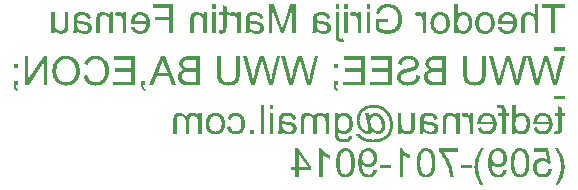
<source format=gbo>
G04 Layer_Color=32896*
%FSLAX24Y24*%
%MOIN*%
G70*
G01*
G75*
G36*
X14839Y11972D02*
X14721D01*
Y12107D01*
X14839D01*
Y11972D01*
D02*
G37*
G36*
X17229Y11854D02*
X17259Y11849D01*
X17286Y11842D01*
X17310Y11834D01*
X17330Y11826D01*
X17337Y11822D01*
X17344Y11818D01*
X17349Y11814D01*
X17352Y11813D01*
X17355Y11811D01*
X17356D01*
X17380Y11792D01*
X17401Y11771D01*
X17419Y11749D01*
X17434Y11728D01*
X17445Y11709D01*
X17450Y11702D01*
X17454Y11694D01*
X17456Y11688D01*
X17459Y11684D01*
X17460Y11682D01*
Y11681D01*
X17472Y11648D01*
X17481Y11617D01*
X17487Y11586D01*
X17491Y11557D01*
X17494Y11544D01*
Y11533D01*
X17495Y11523D01*
X17496Y11514D01*
Y11507D01*
Y11502D01*
Y11498D01*
Y11497D01*
X17495Y11471D01*
X17493Y11444D01*
X17489Y11421D01*
X17484Y11397D01*
X17478Y11374D01*
X17471Y11354D01*
X17464Y11336D01*
X17456Y11318D01*
X17450Y11303D01*
X17443Y11288D01*
X17436Y11277D01*
X17430Y11267D01*
X17425Y11258D01*
X17421Y11253D01*
X17419Y11249D01*
X17418Y11248D01*
X17402Y11231D01*
X17385Y11214D01*
X17368Y11201D01*
X17350Y11189D01*
X17331Y11179D01*
X17313Y11171D01*
X17294Y11164D01*
X17276Y11158D01*
X17260Y11154D01*
X17245Y11151D01*
X17231Y11149D01*
X17219Y11147D01*
X17209D01*
X17201Y11146D01*
X17195D01*
X17174Y11147D01*
X17154Y11149D01*
X17135Y11154D01*
X17116Y11159D01*
X17084Y11174D01*
X17069Y11183D01*
X17055Y11192D01*
X17044Y11199D01*
X17033Y11208D01*
X17024Y11216D01*
X17016Y11223D01*
X17010Y11228D01*
X17006Y11233D01*
X17004Y11236D01*
X17003Y11237D01*
Y11217D01*
Y11198D01*
Y11181D01*
X17004Y11166D01*
Y11152D01*
X17005Y11139D01*
Y11128D01*
X17006Y11119D01*
X17007Y11111D01*
Y11104D01*
X17010Y11094D01*
X17011Y11088D01*
Y11087D01*
X17018Y11066D01*
X17027Y11048D01*
X17036Y11032D01*
X17046Y11019D01*
X17056Y11009D01*
X17064Y11002D01*
X17069Y10997D01*
X17071Y10996D01*
X17090Y10984D01*
X17110Y10976D01*
X17131Y10971D01*
X17151Y10966D01*
X17170Y10963D01*
X17184Y10962D01*
X17198D01*
X17225Y10963D01*
X17249Y10967D01*
X17269Y10973D01*
X17286Y10979D01*
X17300Y10984D01*
X17310Y10991D01*
X17315Y10994D01*
X17318Y10996D01*
X17329Y11006D01*
X17337Y11018D01*
X17345Y11031D01*
X17350Y11044D01*
X17354Y11056D01*
X17356Y11064D01*
X17357Y11071D01*
Y11073D01*
X17472Y11089D01*
Y11069D01*
X17470Y11049D01*
X17466Y11032D01*
X17463Y11016D01*
X17456Y11001D01*
X17450Y10987D01*
X17444Y10974D01*
X17436Y10963D01*
X17430Y10953D01*
X17422Y10944D01*
X17416Y10937D01*
X17410Y10931D01*
X17406Y10927D01*
X17402Y10923D01*
X17400Y10922D01*
X17399Y10921D01*
X17384Y10911D01*
X17368Y10902D01*
X17335Y10888D01*
X17301Y10878D01*
X17269Y10872D01*
X17254Y10869D01*
X17241Y10867D01*
X17229Y10866D01*
X17218D01*
X17210Y10864D01*
X17198D01*
X17160Y10866D01*
X17125Y10871D01*
X17095Y10877D01*
X17070Y10884D01*
X17059Y10888D01*
X17049Y10892D01*
X17041Y10896D01*
X17034Y10898D01*
X17029Y10901D01*
X17025Y10903D01*
X17023Y10904D01*
X17021D01*
X16996Y10921D01*
X16974Y10938D01*
X16956Y10956D01*
X16941Y10973D01*
X16930Y10988D01*
X16923Y11001D01*
X16920Y11006D01*
X16918Y11009D01*
X16916Y11011D01*
Y11012D01*
X16910Y11026D01*
X16905Y11041D01*
X16900Y11058D01*
X16896Y11076D01*
X16891Y11114D01*
X16886Y11152D01*
X16885Y11169D01*
X16884Y11186D01*
Y11201D01*
X16882Y11214D01*
Y11226D01*
Y11233D01*
Y11239D01*
Y11241D01*
Y11842D01*
X16991D01*
Y11756D01*
X17006Y11773D01*
X17023Y11789D01*
X17040Y11803D01*
X17056Y11814D01*
X17074Y11824D01*
X17091Y11832D01*
X17107Y11839D01*
X17122Y11844D01*
X17138Y11848D01*
X17151Y11852D01*
X17164Y11854D01*
X17174Y11856D01*
X17183D01*
X17190Y11857D01*
X17195D01*
X17229Y11854D01*
D02*
G37*
G36*
X16414Y11856D02*
X16437Y11852D01*
X16458Y11847D01*
X16476Y11842D01*
X16491Y11836D01*
X16502Y11831D01*
X16510Y11827D01*
X16511Y11826D01*
X16513D01*
X16531Y11813D01*
X16549Y11799D01*
X16564Y11786D01*
X16576Y11773D01*
X16586Y11761D01*
X16594Y11752D01*
X16599Y11746D01*
X16600Y11743D01*
Y11842D01*
X16705D01*
Y11146D01*
X16588D01*
Y11506D01*
X16586Y11539D01*
X16585Y11568D01*
X16581Y11593D01*
X16578Y11614D01*
X16575Y11629D01*
X16571Y11642D01*
X16570Y11648D01*
X16569Y11651D01*
X16560Y11668D01*
X16550Y11684D01*
X16540Y11698D01*
X16530Y11708D01*
X16521Y11717D01*
X16514Y11723D01*
X16508Y11727D01*
X16506Y11728D01*
X16490Y11737D01*
X16474Y11743D01*
X16459Y11748D01*
X16444Y11751D01*
X16431Y11753D01*
X16422Y11754D01*
X16414D01*
X16391Y11753D01*
X16371Y11748D01*
X16355Y11742D01*
X16343Y11734D01*
X16332Y11727D01*
X16325Y11721D01*
X16321Y11716D01*
X16320Y11714D01*
X16310Y11698D01*
X16304Y11679D01*
X16299Y11661D01*
X16295Y11641D01*
X16293Y11624D01*
X16291Y11609D01*
Y11604D01*
Y11601D01*
Y11598D01*
Y11597D01*
Y11146D01*
X16174D01*
Y11549D01*
Y11568D01*
X16171Y11587D01*
X16169Y11603D01*
X16166Y11618D01*
X16163Y11632D01*
X16159Y11646D01*
X16154Y11657D01*
X16149Y11667D01*
X16140Y11683D01*
X16133Y11696D01*
X16128Y11702D01*
X16125Y11704D01*
X16106Y11721D01*
X16085Y11733D01*
X16065Y11742D01*
X16045Y11748D01*
X16027Y11752D01*
X16014Y11753D01*
X16009Y11754D01*
X16001D01*
X15986Y11753D01*
X15974Y11752D01*
X15961Y11748D01*
X15951Y11744D01*
X15942Y11741D01*
X15936Y11738D01*
X15933Y11736D01*
X15931Y11734D01*
X15920Y11727D01*
X15911Y11718D01*
X15904Y11711D01*
X15899Y11702D01*
X15894Y11696D01*
X15891Y11689D01*
X15889Y11686D01*
Y11684D01*
X15885Y11671D01*
X15883Y11656D01*
X15880Y11638D01*
X15879Y11622D01*
X15877Y11607D01*
Y11594D01*
Y11589D01*
Y11586D01*
Y11584D01*
Y11583D01*
Y11146D01*
X15760D01*
Y11622D01*
Y11643D01*
X15762Y11664D01*
X15765Y11683D01*
X15769Y11701D01*
X15773Y11717D01*
X15777Y11731D01*
X15783Y11744D01*
X15788Y11756D01*
X15794Y11766D01*
X15799Y11774D01*
X15804Y11782D01*
X15807Y11788D01*
X15811Y11793D01*
X15814Y11797D01*
X15815Y11798D01*
X15816Y11799D01*
X15827Y11809D01*
X15839Y11818D01*
X15865Y11833D01*
X15891Y11843D01*
X15916Y11849D01*
X15940Y11854D01*
X15950Y11856D01*
X15959D01*
X15966Y11857D01*
X15976D01*
X16000Y11856D01*
X16024Y11852D01*
X16045Y11846D01*
X16066Y11838D01*
X16085Y11828D01*
X16102Y11818D01*
X16119Y11807D01*
X16134Y11796D01*
X16146Y11784D01*
X16157Y11773D01*
X16168Y11763D01*
X16176Y11753D01*
X16183Y11746D01*
X16187Y11739D01*
X16190Y11736D01*
X16191Y11734D01*
X16200Y11754D01*
X16211Y11773D01*
X16222Y11788D01*
X16235Y11801D01*
X16245Y11811D01*
X16254Y11818D01*
X16260Y11823D01*
X16263Y11824D01*
X16283Y11836D01*
X16302Y11843D01*
X16324Y11849D01*
X16344Y11853D01*
X16361Y11856D01*
X16376Y11857D01*
X16389D01*
X16414Y11856D01*
D02*
G37*
G36*
X10577Y12777D02*
X10511D01*
X10512Y12756D01*
X10515Y12739D01*
X10517Y12724D01*
X10521Y12710D01*
X10525Y12700D01*
X10529Y12694D01*
X10530Y12689D01*
X10531Y12687D01*
X10539Y12676D01*
X10547Y12666D01*
X10556Y12657D01*
X10565Y12650D01*
X10573Y12645D01*
X10579Y12641D01*
X10584Y12639D01*
X10585Y12637D01*
X10553Y12587D01*
X10532Y12597D01*
X10516Y12609D01*
X10501Y12621D01*
X10490Y12632D01*
X10481Y12642D01*
X10475Y12651D01*
X10471Y12656D01*
X10470Y12659D01*
X10461Y12676D01*
X10454Y12696D01*
X10449Y12716D01*
X10446Y12735D01*
X10444Y12751D01*
X10443Y12765D01*
Y12770D01*
Y12774D01*
Y12776D01*
Y12777D01*
Y12912D01*
X10577D01*
Y12777D01*
D02*
G37*
G36*
X6326D02*
X6260D01*
X6261Y12756D01*
X6264Y12739D01*
X6266Y12724D01*
X6270Y12710D01*
X6274Y12700D01*
X6277Y12694D01*
X6279Y12689D01*
X6280Y12687D01*
X6288Y12676D01*
X6296Y12666D01*
X6305Y12657D01*
X6314Y12651D01*
X6321Y12646D01*
X6327Y12641D01*
X6332Y12640D01*
X6334Y12639D01*
X6301Y12587D01*
X6281Y12597D01*
X6265Y12609D01*
X6250Y12621D01*
X6239Y12632D01*
X6230Y12642D01*
X6224Y12651D01*
X6220Y12656D01*
X6219Y12659D01*
X6210Y12676D01*
X6202Y12696D01*
X6198Y12716D01*
X6195Y12735D01*
X6192Y12751D01*
X6191Y12765D01*
Y12770D01*
Y12774D01*
Y12776D01*
Y12777D01*
Y12912D01*
X6326D01*
Y12777D01*
D02*
G37*
G36*
X24550Y12296D02*
X24188D01*
Y12415D01*
X24550D01*
Y12296D01*
D02*
G37*
G36*
X24462Y12013D02*
Y11842D01*
X24550D01*
Y11751D01*
X24462D01*
Y11349D01*
Y11331D01*
X24461Y11313D01*
Y11297D01*
X24460Y11283D01*
X24459Y11269D01*
X24457Y11258D01*
X24456Y11248D01*
X24455Y11239D01*
X24453Y11226D01*
X24451Y11217D01*
X24449Y11211D01*
Y11209D01*
X24443Y11198D01*
X24435Y11188D01*
X24426Y11178D01*
X24418Y11171D01*
X24410Y11164D01*
X24405Y11161D01*
X24400Y11158D01*
X24399Y11157D01*
X24385Y11151D01*
X24369Y11146D01*
X24353Y11142D01*
X24336Y11139D01*
X24323Y11138D01*
X24310Y11137D01*
X24300D01*
X24269Y11138D01*
X24254Y11141D01*
X24240Y11142D01*
X24227Y11144D01*
X24219Y11146D01*
X24213Y11147D01*
X24210D01*
X24226Y11251D01*
X24237Y11249D01*
X24248Y11248D01*
X24258D01*
X24265Y11247D01*
X24279D01*
X24296Y11248D01*
X24309Y11251D01*
X24314Y11252D01*
X24318Y11253D01*
X24319Y11254D01*
X24320D01*
X24329Y11262D01*
X24335Y11269D01*
X24339Y11274D01*
X24340Y11277D01*
X24341Y11284D01*
X24343Y11293D01*
X24344Y11304D01*
Y11316D01*
X24345Y11326D01*
Y11334D01*
Y11341D01*
Y11343D01*
Y11751D01*
X24226D01*
Y11842D01*
X24345D01*
Y12084D01*
X24462Y12013D01*
D02*
G37*
G36*
X19561Y11411D02*
Y11384D01*
X19560Y11362D01*
X19559Y11343D01*
X19557Y11328D01*
Y11316D01*
X19556Y11307D01*
X19555Y11302D01*
Y11301D01*
X19550Y11282D01*
X19545Y11264D01*
X19539Y11249D01*
X19533Y11237D01*
X19527Y11226D01*
X19523Y11218D01*
X19520Y11213D01*
X19519Y11212D01*
X19507Y11199D01*
X19495Y11188D01*
X19481Y11178D01*
X19469Y11169D01*
X19457Y11163D01*
X19447Y11157D01*
X19441Y11154D01*
X19439Y11153D01*
X19419Y11146D01*
X19397Y11141D01*
X19379Y11136D01*
X19361Y11133D01*
X19346Y11132D01*
X19334Y11131D01*
X19324D01*
X19299Y11132D01*
X19274Y11136D01*
X19251Y11142D01*
X19230Y11149D01*
X19211Y11158D01*
X19193Y11168D01*
X19176Y11178D01*
X19161Y11189D01*
X19147Y11201D01*
X19136Y11211D01*
X19126Y11221D01*
X19117Y11229D01*
X19111Y11237D01*
X19106Y11243D01*
X19104Y11247D01*
X19102Y11248D01*
Y11146D01*
X18997D01*
Y11842D01*
X19115D01*
Y11468D01*
X19116Y11437D01*
X19117Y11409D01*
X19121Y11386D01*
X19125Y11367D01*
X19129Y11352D01*
X19131Y11341D01*
X19134Y11334D01*
X19135Y11332D01*
X19144Y11316D01*
X19154Y11301D01*
X19164Y11288D01*
X19175Y11278D01*
X19185Y11269D01*
X19194Y11263D01*
X19199Y11259D01*
X19201Y11258D01*
X19219Y11249D01*
X19236Y11243D01*
X19254Y11238D01*
X19269Y11236D01*
X19281Y11233D01*
X19293Y11232D01*
X19301D01*
X19320Y11233D01*
X19338Y11236D01*
X19353Y11241D01*
X19365Y11246D01*
X19376Y11249D01*
X19384Y11254D01*
X19389Y11257D01*
X19390Y11258D01*
X19403Y11269D01*
X19412Y11281D01*
X19421Y11293D01*
X19427Y11304D01*
X19432Y11314D01*
X19435Y11323D01*
X19438Y11328D01*
Y11331D01*
X19439Y11337D01*
X19440Y11346D01*
X19441Y11364D01*
X19442Y11384D01*
Y11406D01*
X19444Y11424D01*
Y11433D01*
Y11441D01*
Y11447D01*
Y11452D01*
Y11454D01*
Y11456D01*
Y11842D01*
X19561D01*
Y11411D01*
D02*
G37*
G36*
X23853Y11856D02*
X23877Y11853D01*
X23901Y11848D01*
X23924Y11842D01*
X23944Y11834D01*
X23964Y11826D01*
X23981Y11817D01*
X23997Y11808D01*
X24011Y11799D01*
X24024Y11791D01*
X24035Y11782D01*
X24044Y11774D01*
X24051Y11768D01*
X24056Y11763D01*
X24059Y11761D01*
X24060Y11759D01*
X24076Y11741D01*
X24090Y11721D01*
X24101Y11698D01*
X24113Y11676D01*
X24121Y11653D01*
X24128Y11631D01*
X24134Y11608D01*
X24139Y11587D01*
X24142Y11567D01*
X24145Y11548D01*
X24148Y11531D01*
X24149Y11516D01*
Y11504D01*
X24150Y11494D01*
Y11489D01*
Y11487D01*
X24149Y11456D01*
X24146Y11427D01*
X24141Y11401D01*
X24136Y11374D01*
X24130Y11352D01*
X24123Y11329D01*
X24114Y11311D01*
X24105Y11292D01*
X24097Y11277D01*
X24089Y11263D01*
X24081Y11252D01*
X24075Y11242D01*
X24070Y11234D01*
X24065Y11229D01*
X24062Y11226D01*
X24061Y11224D01*
X24044Y11208D01*
X24025Y11193D01*
X24005Y11181D01*
X23985Y11171D01*
X23965Y11161D01*
X23945Y11153D01*
X23925Y11147D01*
X23906Y11142D01*
X23889Y11138D01*
X23871Y11136D01*
X23856Y11133D01*
X23844Y11132D01*
X23834D01*
X23825Y11131D01*
X23819D01*
X23796Y11132D01*
X23775Y11133D01*
X23736Y11139D01*
X23719Y11144D01*
X23702Y11149D01*
X23688Y11154D01*
X23674Y11161D01*
X23661Y11166D01*
X23651Y11171D01*
X23641Y11176D01*
X23634Y11181D01*
X23628Y11184D01*
X23624Y11187D01*
X23621Y11189D01*
X23620D01*
X23594Y11213D01*
X23571Y11241D01*
X23552Y11268D01*
X23537Y11294D01*
X23528Y11318D01*
X23523Y11329D01*
X23520Y11338D01*
X23516Y11346D01*
X23515Y11351D01*
X23514Y11354D01*
Y11356D01*
X23636Y11372D01*
X23646Y11346D01*
X23659Y11323D01*
X23671Y11303D01*
X23682Y11288D01*
X23693Y11277D01*
X23701Y11268D01*
X23706Y11263D01*
X23709Y11262D01*
X23726Y11251D01*
X23745Y11242D01*
X23764Y11237D01*
X23780Y11232D01*
X23796Y11229D01*
X23807Y11228D01*
X23819D01*
X23835Y11229D01*
X23850Y11231D01*
X23879Y11238D01*
X23904Y11247D01*
X23925Y11258D01*
X23941Y11269D01*
X23955Y11279D01*
X23959Y11283D01*
X23963Y11286D01*
X23964Y11287D01*
X23965Y11288D01*
X23975Y11301D01*
X23984Y11313D01*
X23999Y11341D01*
X24010Y11369D01*
X24019Y11398D01*
X24024Y11423D01*
X24025Y11434D01*
X24026Y11444D01*
X24028Y11452D01*
X24029Y11458D01*
Y11462D01*
Y11463D01*
X23510D01*
X23509Y11477D01*
Y11487D01*
Y11492D01*
Y11494D01*
X23510Y11526D01*
X23512Y11556D01*
X23517Y11583D01*
X23523Y11609D01*
X23529Y11633D01*
X23536Y11654D01*
X23545Y11674D01*
X23552Y11693D01*
X23561Y11709D01*
X23570Y11723D01*
X23577Y11734D01*
X23584Y11744D01*
X23589Y11752D01*
X23594Y11757D01*
X23596Y11761D01*
X23598Y11762D01*
X23615Y11778D01*
X23633Y11793D01*
X23651Y11806D01*
X23671Y11817D01*
X23690Y11826D01*
X23709Y11833D01*
X23728Y11841D01*
X23745Y11846D01*
X23761Y11849D01*
X23777Y11852D01*
X23791Y11854D01*
X23802Y11856D01*
X23812Y11857D01*
X23826D01*
X23853Y11856D01*
D02*
G37*
G36*
X12161D02*
X12185Y11852D01*
X12205Y11847D01*
X12224Y11842D01*
X12239Y11836D01*
X12250Y11831D01*
X12257Y11827D01*
X12259Y11826D01*
X12260D01*
X12279Y11813D01*
X12296Y11799D01*
X12311Y11786D01*
X12324Y11773D01*
X12334Y11761D01*
X12341Y11752D01*
X12346Y11746D01*
X12348Y11743D01*
Y11842D01*
X12452D01*
Y11146D01*
X12335D01*
Y11506D01*
X12334Y11539D01*
X12333Y11568D01*
X12329Y11593D01*
X12325Y11614D01*
X12322Y11629D01*
X12319Y11642D01*
X12318Y11648D01*
X12316Y11651D01*
X12307Y11668D01*
X12298Y11684D01*
X12287Y11698D01*
X12277Y11708D01*
X12269Y11717D01*
X12261Y11723D01*
X12255Y11727D01*
X12254Y11728D01*
X12237Y11737D01*
X12221Y11743D01*
X12206Y11748D01*
X12191Y11751D01*
X12179Y11753D01*
X12170Y11754D01*
X12161D01*
X12139Y11753D01*
X12119Y11748D01*
X12103Y11742D01*
X12090Y11734D01*
X12080Y11727D01*
X12072Y11721D01*
X12069Y11716D01*
X12068Y11714D01*
X12057Y11698D01*
X12051Y11679D01*
X12046Y11661D01*
X12042Y11641D01*
X12040Y11624D01*
X12039Y11609D01*
Y11604D01*
Y11601D01*
Y11598D01*
Y11597D01*
Y11146D01*
X11921D01*
Y11549D01*
Y11568D01*
X11919Y11587D01*
X11916Y11603D01*
X11914Y11618D01*
X11910Y11632D01*
X11906Y11646D01*
X11901Y11657D01*
X11896Y11667D01*
X11888Y11683D01*
X11880Y11696D01*
X11875Y11702D01*
X11873Y11704D01*
X11854Y11721D01*
X11832Y11733D01*
X11812Y11742D01*
X11793Y11748D01*
X11775Y11752D01*
X11761Y11753D01*
X11756Y11754D01*
X11749D01*
X11734Y11753D01*
X11721Y11752D01*
X11709Y11748D01*
X11699Y11744D01*
X11690Y11741D01*
X11684Y11738D01*
X11680Y11736D01*
X11679Y11734D01*
X11667Y11727D01*
X11659Y11718D01*
X11651Y11711D01*
X11646Y11702D01*
X11641Y11696D01*
X11639Y11689D01*
X11636Y11686D01*
Y11684D01*
X11632Y11671D01*
X11630Y11656D01*
X11628Y11638D01*
X11626Y11622D01*
X11625Y11607D01*
Y11594D01*
Y11589D01*
Y11586D01*
Y11584D01*
Y11583D01*
Y11146D01*
X11508D01*
Y11622D01*
Y11643D01*
X11510Y11664D01*
X11513Y11683D01*
X11516Y11701D01*
X11520Y11717D01*
X11525Y11731D01*
X11530Y11744D01*
X11535Y11756D01*
X11541Y11766D01*
X11546Y11774D01*
X11551Y11782D01*
X11555Y11788D01*
X11559Y11793D01*
X11561Y11797D01*
X11562Y11798D01*
X11564Y11799D01*
X11575Y11809D01*
X11586Y11818D01*
X11612Y11833D01*
X11639Y11843D01*
X11664Y11849D01*
X11688Y11854D01*
X11697Y11856D01*
X11706D01*
X11714Y11857D01*
X11724D01*
X11747Y11856D01*
X11771Y11852D01*
X11793Y11846D01*
X11814Y11838D01*
X11832Y11828D01*
X11850Y11818D01*
X11866Y11807D01*
X11881Y11796D01*
X11894Y11784D01*
X11905Y11773D01*
X11915Y11763D01*
X11924Y11753D01*
X11930Y11746D01*
X11935Y11739D01*
X11938Y11736D01*
X11939Y11734D01*
X11947Y11754D01*
X11959Y11773D01*
X11970Y11788D01*
X11983Y11801D01*
X11992Y11811D01*
X12001Y11818D01*
X12007Y11823D01*
X12010Y11824D01*
X12030Y11836D01*
X12050Y11843D01*
X12071Y11849D01*
X12091Y11853D01*
X12109Y11856D01*
X12124Y11857D01*
X12136D01*
X12161Y11856D01*
D02*
G37*
G36*
X20044D02*
X20074Y11853D01*
X20101Y11849D01*
X20124Y11844D01*
X20144Y11839D01*
X20151Y11838D01*
X20157Y11836D01*
X20162Y11834D01*
X20166Y11833D01*
X20169Y11832D01*
X20170D01*
X20194Y11822D01*
X20215Y11811D01*
X20233Y11799D01*
X20247Y11788D01*
X20259Y11777D01*
X20268Y11769D01*
X20273Y11764D01*
X20274Y11762D01*
X20286Y11744D01*
X20298Y11724D01*
X20306Y11704D01*
X20312Y11686D01*
X20319Y11669D01*
X20322Y11656D01*
X20324Y11651D01*
Y11647D01*
X20325Y11644D01*
Y11643D01*
X20210Y11627D01*
X20203Y11652D01*
X20192Y11674D01*
X20184Y11692D01*
X20174Y11706D01*
X20166Y11717D01*
X20159Y11724D01*
X20154Y11728D01*
X20152Y11729D01*
X20136Y11739D01*
X20116Y11747D01*
X20096Y11752D01*
X20075Y11756D01*
X20057Y11758D01*
X20043Y11759D01*
X20029D01*
X19998Y11758D01*
X19970Y11753D01*
X19948Y11747D01*
X19928Y11739D01*
X19913Y11732D01*
X19902Y11726D01*
X19896Y11721D01*
X19894Y11719D01*
X19883Y11707D01*
X19874Y11691D01*
X19869Y11674D01*
X19864Y11657D01*
X19861Y11642D01*
X19860Y11628D01*
Y11624D01*
Y11621D01*
Y11618D01*
Y11617D01*
Y11614D01*
Y11609D01*
Y11599D01*
X19861Y11594D01*
Y11591D01*
Y11588D01*
Y11587D01*
X19875Y11583D01*
X19890Y11578D01*
X19922Y11571D01*
X19957Y11563D01*
X19991Y11557D01*
X20008Y11554D01*
X20022Y11552D01*
X20036Y11551D01*
X20048Y11549D01*
X20057Y11547D01*
X20065D01*
X20070Y11546D01*
X20071D01*
X20096Y11542D01*
X20117Y11539D01*
X20135Y11537D01*
X20150Y11533D01*
X20161Y11532D01*
X20170Y11529D01*
X20175Y11528D01*
X20176D01*
X20194Y11523D01*
X20210Y11517D01*
X20224Y11511D01*
X20236Y11504D01*
X20246Y11498D01*
X20255Y11493D01*
X20260Y11491D01*
X20261Y11489D01*
X20275Y11479D01*
X20286Y11468D01*
X20298Y11457D01*
X20306Y11447D01*
X20312Y11437D01*
X20319Y11429D01*
X20321Y11424D01*
X20322Y11422D01*
X20330Y11406D01*
X20335Y11389D01*
X20340Y11373D01*
X20343Y11359D01*
X20344Y11347D01*
X20345Y11337D01*
Y11331D01*
Y11328D01*
X20344Y11312D01*
X20343Y11297D01*
X20335Y11269D01*
X20325Y11246D01*
X20314Y11224D01*
X20303Y11208D01*
X20294Y11196D01*
X20286Y11188D01*
X20285Y11187D01*
X20284Y11186D01*
X20271Y11176D01*
X20259Y11168D01*
X20230Y11154D01*
X20201Y11144D01*
X20173Y11138D01*
X20148Y11133D01*
X20136Y11132D01*
X20126D01*
X20119Y11131D01*
X20108D01*
X20082Y11132D01*
X20059Y11134D01*
X20036Y11138D01*
X20017Y11142D01*
X20001Y11146D01*
X19989Y11149D01*
X19985Y11151D01*
X19981Y11152D01*
X19980Y11153D01*
X19979D01*
X19956Y11163D01*
X19933Y11176D01*
X19911Y11189D01*
X19892Y11202D01*
X19875Y11214D01*
X19863Y11224D01*
X19857Y11228D01*
X19854Y11231D01*
X19852Y11233D01*
X19851D01*
X19849Y11214D01*
X19845Y11198D01*
X19842Y11183D01*
X19837Y11171D01*
X19835Y11159D01*
X19831Y11152D01*
X19830Y11147D01*
X19829Y11146D01*
X19705D01*
X19713Y11161D01*
X19719Y11176D01*
X19724Y11189D01*
X19729Y11203D01*
X19731Y11213D01*
X19734Y11222D01*
X19735Y11227D01*
Y11229D01*
X19736Y11239D01*
X19737Y11251D01*
Y11264D01*
X19739Y11281D01*
X19740Y11314D01*
Y11349D01*
X19741Y11367D01*
Y11383D01*
Y11398D01*
Y11411D01*
Y11422D01*
Y11429D01*
Y11436D01*
Y11437D01*
Y11594D01*
Y11622D01*
X19742Y11644D01*
X19744Y11663D01*
Y11678D01*
X19745Y11689D01*
X19746Y11697D01*
X19748Y11702D01*
Y11703D01*
X19753Y11721D01*
X19757Y11736D01*
X19764Y11749D01*
X19770Y11761D01*
X19776Y11769D01*
X19781Y11777D01*
X19784Y11781D01*
X19785Y11782D01*
X19796Y11793D01*
X19809Y11804D01*
X19822Y11813D01*
X19836Y11821D01*
X19849Y11827D01*
X19859Y11832D01*
X19865Y11834D01*
X19866Y11836D01*
X19868D01*
X19890Y11843D01*
X19913Y11848D01*
X19937Y11852D01*
X19960Y11854D01*
X19980Y11856D01*
X19989Y11857D01*
X20011D01*
X20044Y11856D01*
D02*
G37*
G36*
X15324D02*
X15354Y11853D01*
X15381Y11849D01*
X15404Y11844D01*
X15424Y11839D01*
X15431Y11838D01*
X15438Y11836D01*
X15443Y11834D01*
X15446Y11833D01*
X15449Y11832D01*
X15450D01*
X15474Y11822D01*
X15495Y11811D01*
X15512Y11799D01*
X15527Y11788D01*
X15539Y11777D01*
X15547Y11769D01*
X15553Y11764D01*
X15554Y11762D01*
X15566Y11744D01*
X15577Y11724D01*
X15586Y11704D01*
X15592Y11686D01*
X15599Y11669D01*
X15603Y11656D01*
X15604Y11651D01*
Y11647D01*
X15605Y11644D01*
Y11643D01*
X15490Y11627D01*
X15482Y11652D01*
X15473Y11674D01*
X15464Y11692D01*
X15454Y11706D01*
X15446Y11717D01*
X15439Y11724D01*
X15434Y11728D01*
X15432Y11729D01*
X15416Y11739D01*
X15396Y11747D01*
X15376Y11752D01*
X15355Y11756D01*
X15338Y11758D01*
X15323Y11759D01*
X15309D01*
X15278Y11758D01*
X15250Y11753D01*
X15228Y11747D01*
X15208Y11739D01*
X15193Y11732D01*
X15182Y11726D01*
X15176Y11721D01*
X15174Y11719D01*
X15163Y11707D01*
X15154Y11691D01*
X15149Y11674D01*
X15144Y11657D01*
X15141Y11642D01*
X15140Y11628D01*
Y11624D01*
Y11621D01*
Y11618D01*
Y11617D01*
Y11614D01*
Y11609D01*
Y11599D01*
X15141Y11594D01*
Y11591D01*
Y11588D01*
Y11587D01*
X15155Y11583D01*
X15170Y11578D01*
X15202Y11571D01*
X15237Y11563D01*
X15271Y11557D01*
X15287Y11554D01*
X15302Y11552D01*
X15316Y11551D01*
X15328Y11549D01*
X15338Y11547D01*
X15345D01*
X15350Y11546D01*
X15351D01*
X15376Y11542D01*
X15397Y11539D01*
X15415Y11537D01*
X15430Y11533D01*
X15441Y11532D01*
X15450Y11529D01*
X15455Y11528D01*
X15456D01*
X15474Y11523D01*
X15490Y11517D01*
X15504Y11511D01*
X15516Y11504D01*
X15526Y11498D01*
X15535Y11493D01*
X15540Y11491D01*
X15541Y11489D01*
X15555Y11479D01*
X15566Y11468D01*
X15577Y11457D01*
X15586Y11447D01*
X15592Y11437D01*
X15599Y11429D01*
X15601Y11424D01*
X15603Y11422D01*
X15610Y11406D01*
X15615Y11389D01*
X15620Y11373D01*
X15623Y11359D01*
X15624Y11347D01*
X15625Y11337D01*
Y11331D01*
Y11328D01*
X15624Y11312D01*
X15623Y11297D01*
X15615Y11269D01*
X15605Y11246D01*
X15594Y11224D01*
X15582Y11208D01*
X15574Y11196D01*
X15566Y11188D01*
X15565Y11187D01*
X15564Y11186D01*
X15551Y11176D01*
X15539Y11168D01*
X15510Y11154D01*
X15481Y11144D01*
X15453Y11138D01*
X15428Y11133D01*
X15416Y11132D01*
X15406D01*
X15399Y11131D01*
X15388D01*
X15362Y11132D01*
X15339Y11134D01*
X15316Y11138D01*
X15297Y11142D01*
X15281Y11146D01*
X15269Y11149D01*
X15265Y11151D01*
X15261Y11152D01*
X15260Y11153D01*
X15259D01*
X15236Y11163D01*
X15213Y11176D01*
X15191Y11189D01*
X15172Y11202D01*
X15155Y11214D01*
X15143Y11224D01*
X15137Y11228D01*
X15134Y11231D01*
X15132Y11233D01*
X15131D01*
X15129Y11214D01*
X15125Y11198D01*
X15122Y11183D01*
X15117Y11171D01*
X15115Y11159D01*
X15111Y11152D01*
X15110Y11147D01*
X15109Y11146D01*
X14985D01*
X14993Y11161D01*
X14999Y11176D01*
X15004Y11189D01*
X15009Y11203D01*
X15011Y11213D01*
X15014Y11222D01*
X15015Y11227D01*
Y11229D01*
X15016Y11239D01*
X15017Y11251D01*
Y11264D01*
X15019Y11281D01*
X15020Y11314D01*
Y11349D01*
X15021Y11367D01*
Y11383D01*
Y11398D01*
Y11411D01*
Y11422D01*
Y11429D01*
Y11436D01*
Y11437D01*
Y11594D01*
Y11622D01*
X15022Y11644D01*
X15024Y11663D01*
Y11678D01*
X15025Y11689D01*
X15026Y11697D01*
X15028Y11702D01*
Y11703D01*
X15033Y11721D01*
X15037Y11736D01*
X15044Y11749D01*
X15050Y11761D01*
X15056Y11769D01*
X15061Y11777D01*
X15064Y11781D01*
X15065Y11782D01*
X15076Y11793D01*
X15089Y11804D01*
X15102Y11813D01*
X15116Y11821D01*
X15129Y11827D01*
X15139Y11832D01*
X15145Y11834D01*
X15146Y11836D01*
X15148D01*
X15170Y11843D01*
X15193Y11848D01*
X15217Y11852D01*
X15240Y11854D01*
X15260Y11856D01*
X15269Y11857D01*
X15291D01*
X15324Y11856D01*
D02*
G37*
G36*
X20590Y12777D02*
X20225D01*
X20191Y12779D01*
X20161Y12780D01*
X20135Y12782D01*
X20113Y12785D01*
X20095Y12787D01*
X20087Y12789D01*
X20081Y12790D01*
X20076Y12791D01*
X20073Y12792D01*
X20070D01*
X20048Y12799D01*
X20026Y12806D01*
X20009Y12815D01*
X19994Y12822D01*
X19981Y12829D01*
X19972Y12835D01*
X19966Y12839D01*
X19965Y12840D01*
X19950Y12854D01*
X19936Y12867D01*
X19924Y12882D01*
X19914Y12897D01*
X19905Y12910D01*
X19899Y12920D01*
X19895Y12927D01*
X19894Y12930D01*
X19884Y12952D01*
X19878Y12974D01*
X19872Y12995D01*
X19869Y13014D01*
X19866Y13031D01*
X19865Y13044D01*
Y13049D01*
Y13052D01*
Y13054D01*
Y13055D01*
X19868Y13085D01*
X19872Y13112D01*
X19880Y13137D01*
X19889Y13159D01*
X19898Y13176D01*
X19905Y13189D01*
X19907Y13194D01*
X19910Y13197D01*
X19913Y13199D01*
Y13200D01*
X19931Y13221D01*
X19952Y13240D01*
X19975Y13255D01*
X19996Y13267D01*
X20016Y13277D01*
X20025Y13281D01*
X20031Y13284D01*
X20038Y13286D01*
X20043Y13287D01*
X20045Y13289D01*
X20046D01*
X20022Y13301D01*
X20003Y13316D01*
X19985Y13330D01*
X19970Y13344D01*
X19959Y13356D01*
X19951Y13366D01*
X19946Y13372D01*
X19945Y13375D01*
X19934Y13396D01*
X19925Y13416D01*
X19920Y13436D01*
X19915Y13455D01*
X19913Y13470D01*
X19911Y13482D01*
Y13486D01*
Y13490D01*
Y13491D01*
Y13492D01*
X19913Y13517D01*
X19918Y13540D01*
X19924Y13561D01*
X19930Y13580D01*
X19937Y13596D01*
X19944Y13609D01*
X19949Y13616D01*
X19950Y13617D01*
Y13619D01*
X19965Y13640D01*
X19983Y13659D01*
X19999Y13674D01*
X20016Y13686D01*
X20031Y13696D01*
X20043Y13704D01*
X20048Y13706D01*
X20051Y13707D01*
X20052Y13709D01*
X20054D01*
X20080Y13719D01*
X20109Y13726D01*
X20139Y13731D01*
X20166Y13735D01*
X20191Y13737D01*
X20203D01*
X20211Y13739D01*
X20590D01*
Y12777D01*
D02*
G37*
G36*
X18793D02*
X18076D01*
Y12891D01*
X18665D01*
Y13219D01*
X18135D01*
Y13332D01*
X18665D01*
Y13625D01*
X18099D01*
Y13739D01*
X18793D01*
Y12777D01*
D02*
G37*
G36*
X17897D02*
X17181D01*
Y12891D01*
X17770D01*
Y13219D01*
X17240D01*
Y13332D01*
X17770D01*
Y13625D01*
X17204D01*
Y13739D01*
X17897D01*
Y12777D01*
D02*
G37*
G36*
X21926Y13182D02*
Y13155D01*
X21925Y13129D01*
X21923Y13104D01*
X21920Y13080D01*
X21918Y13059D01*
X21915Y13039D01*
X21911Y13021D01*
X21907Y13005D01*
X21905Y12990D01*
X21901Y12977D01*
X21899Y12966D01*
X21895Y12957D01*
X21894Y12950D01*
X21891Y12945D01*
X21890Y12942D01*
Y12941D01*
X21874Y12910D01*
X21855Y12884D01*
X21835Y12860D01*
X21815Y12841D01*
X21796Y12826D01*
X21781Y12816D01*
X21776Y12812D01*
X21771Y12810D01*
X21769Y12807D01*
X21767D01*
X21734Y12792D01*
X21696Y12781D01*
X21660Y12772D01*
X21625Y12767D01*
X21609Y12765D01*
X21594Y12764D01*
X21580Y12762D01*
X21569D01*
X21559Y12761D01*
X21546D01*
X21521Y12762D01*
X21496Y12764D01*
X21474Y12766D01*
X21453Y12770D01*
X21432Y12774D01*
X21415Y12777D01*
X21398Y12782D01*
X21383Y12787D01*
X21369Y12792D01*
X21356Y12797D01*
X21346Y12801D01*
X21337Y12805D01*
X21331Y12809D01*
X21326Y12811D01*
X21324Y12814D01*
X21323D01*
X21307Y12824D01*
X21293Y12835D01*
X21267Y12859D01*
X21247Y12881D01*
X21231Y12904D01*
X21219Y12922D01*
X21214Y12931D01*
X21210Y12939D01*
X21207Y12944D01*
X21205Y12949D01*
X21204Y12951D01*
Y12952D01*
X21198Y12969D01*
X21193Y12986D01*
X21184Y13024D01*
X21179Y13062D01*
X21174Y13100D01*
X21172Y13116D01*
X21171Y13132D01*
Y13146D01*
X21170Y13159D01*
Y13169D01*
Y13176D01*
Y13181D01*
Y13182D01*
Y13739D01*
X21298D01*
Y13184D01*
X21299Y13151D01*
X21300Y13121D01*
X21302Y13094D01*
X21306Y13069D01*
X21311Y13046D01*
X21316Y13026D01*
X21321Y13009D01*
X21328Y12994D01*
X21332Y12980D01*
X21339Y12969D01*
X21344Y12959D01*
X21347Y12951D01*
X21353Y12946D01*
X21355Y12942D01*
X21356Y12940D01*
X21358Y12939D01*
X21370Y12927D01*
X21384Y12919D01*
X21399Y12910D01*
X21414Y12902D01*
X21448Y12891D01*
X21480Y12884D01*
X21495Y12881D01*
X21510Y12880D01*
X21524Y12879D01*
X21535Y12877D01*
X21544Y12876D01*
X21558D01*
X21588Y12877D01*
X21614Y12881D01*
X21637Y12886D01*
X21658Y12892D01*
X21674Y12897D01*
X21686Y12902D01*
X21694Y12906D01*
X21695Y12907D01*
X21696D01*
X21716Y12921D01*
X21732Y12935D01*
X21746Y12951D01*
X21758Y12965D01*
X21766Y12979D01*
X21771Y12989D01*
X21775Y12996D01*
X21776Y12997D01*
Y12999D01*
X21780Y13011D01*
X21784Y13024D01*
X21789Y13052D01*
X21794Y13084D01*
X21796Y13114D01*
Y13127D01*
X21797Y13141D01*
Y13152D01*
X21799Y13164D01*
Y13171D01*
Y13179D01*
Y13182D01*
Y13184D01*
Y13739D01*
X21926D01*
Y13182D01*
D02*
G37*
G36*
X13724D02*
Y13155D01*
X13722Y13129D01*
X13720Y13104D01*
X13717Y13080D01*
X13715Y13059D01*
X13713Y13039D01*
X13709Y13021D01*
X13705Y13005D01*
X13702Y12990D01*
X13699Y12977D01*
X13696Y12966D01*
X13693Y12957D01*
X13691Y12950D01*
X13689Y12945D01*
X13687Y12942D01*
Y12941D01*
X13671Y12910D01*
X13652Y12884D01*
X13633Y12860D01*
X13613Y12841D01*
X13594Y12826D01*
X13579Y12816D01*
X13574Y12812D01*
X13569Y12810D01*
X13566Y12807D01*
X13565D01*
X13531Y12792D01*
X13494Y12781D01*
X13457Y12772D01*
X13422Y12767D01*
X13406Y12765D01*
X13391Y12764D01*
X13377Y12762D01*
X13366D01*
X13356Y12761D01*
X13344D01*
X13319Y12762D01*
X13294Y12764D01*
X13271Y12766D01*
X13250Y12770D01*
X13230Y12774D01*
X13212Y12777D01*
X13195Y12782D01*
X13180Y12787D01*
X13166Y12792D01*
X13154Y12797D01*
X13144Y12801D01*
X13135Y12805D01*
X13129Y12809D01*
X13124Y12811D01*
X13121Y12814D01*
X13120D01*
X13105Y12824D01*
X13090Y12835D01*
X13065Y12859D01*
X13045Y12881D01*
X13029Y12904D01*
X13016Y12922D01*
X13011Y12931D01*
X13008Y12939D01*
X13005Y12944D01*
X13003Y12949D01*
X13001Y12951D01*
Y12952D01*
X12995Y12969D01*
X12990Y12986D01*
X12981Y13024D01*
X12976Y13062D01*
X12971Y13100D01*
X12970Y13116D01*
X12969Y13132D01*
Y13146D01*
X12967Y13159D01*
Y13169D01*
Y13176D01*
Y13181D01*
Y13182D01*
Y13739D01*
X13095D01*
Y13184D01*
X13096Y13151D01*
X13097Y13121D01*
X13100Y13094D01*
X13104Y13069D01*
X13109Y13046D01*
X13114Y13026D01*
X13119Y13009D01*
X13125Y12994D01*
X13130Y12980D01*
X13136Y12969D01*
X13141Y12959D01*
X13145Y12951D01*
X13150Y12946D01*
X13153Y12942D01*
X13154Y12940D01*
X13155Y12939D01*
X13168Y12927D01*
X13181Y12919D01*
X13196Y12910D01*
X13211Y12902D01*
X13245Y12891D01*
X13277Y12884D01*
X13292Y12881D01*
X13307Y12880D01*
X13321Y12879D01*
X13333Y12877D01*
X13341Y12876D01*
X13355D01*
X13385Y12877D01*
X13411Y12881D01*
X13435Y12886D01*
X13455Y12892D01*
X13471Y12897D01*
X13484Y12902D01*
X13491Y12906D01*
X13492Y12907D01*
X13494D01*
X13514Y12921D01*
X13530Y12935D01*
X13544Y12951D01*
X13555Y12965D01*
X13564Y12979D01*
X13569Y12989D01*
X13572Y12996D01*
X13574Y12997D01*
Y12999D01*
X13578Y13011D01*
X13581Y13024D01*
X13586Y13052D01*
X13591Y13084D01*
X13594Y13114D01*
Y13127D01*
X13595Y13141D01*
Y13152D01*
X13596Y13164D01*
Y13171D01*
Y13179D01*
Y13182D01*
Y13184D01*
Y13739D01*
X13724D01*
Y13182D01*
D02*
G37*
G36*
X8955Y13752D02*
X8999Y13746D01*
X9039Y13736D01*
X9056Y13731D01*
X9074Y13726D01*
X9089Y13720D01*
X9103Y13715D01*
X9114Y13710D01*
X9124Y13705D01*
X9131Y13701D01*
X9137Y13699D01*
X9141Y13697D01*
X9143Y13696D01*
X9161Y13685D01*
X9180Y13672D01*
X9212Y13645D01*
X9241Y13617D01*
X9264Y13590D01*
X9274Y13576D01*
X9283Y13565D01*
X9290Y13554D01*
X9295Y13545D01*
X9300Y13537D01*
X9304Y13531D01*
X9305Y13527D01*
X9306Y13526D01*
X9316Y13505D01*
X9325Y13482D01*
X9339Y13439D01*
X9349Y13395D01*
X9352Y13374D01*
X9355Y13354D01*
X9358Y13335D01*
X9360Y13319D01*
X9361Y13304D01*
Y13290D01*
X9362Y13280D01*
Y13271D01*
Y13266D01*
Y13265D01*
X9360Y13215D01*
X9355Y13166D01*
X9351Y13145D01*
X9346Y13124D01*
X9342Y13104D01*
X9337Y13085D01*
X9333Y13067D01*
X9329Y13052D01*
X9324Y13040D01*
X9320Y13029D01*
X9317Y13020D01*
X9315Y13012D01*
X9312Y13009D01*
Y13007D01*
X9302Y12986D01*
X9291Y12965D01*
X9280Y12946D01*
X9268Y12929D01*
X9255Y12911D01*
X9243Y12896D01*
X9231Y12882D01*
X9219Y12871D01*
X9208Y12860D01*
X9197Y12850D01*
X9187Y12842D01*
X9180Y12836D01*
X9172Y12830D01*
X9168Y12826D01*
X9165Y12825D01*
X9164Y12824D01*
X9145Y12812D01*
X9125Y12804D01*
X9104Y12795D01*
X9082Y12787D01*
X9040Y12776D01*
X9000Y12769D01*
X8981Y12766D01*
X8965Y12765D01*
X8949Y12764D01*
X8936Y12762D01*
X8925Y12761D01*
X8910D01*
X8882Y12762D01*
X8856Y12765D01*
X8831Y12769D01*
X8808Y12774D01*
X8785Y12780D01*
X8764Y12787D01*
X8745Y12794D01*
X8726Y12802D01*
X8711Y12810D01*
X8698Y12816D01*
X8685Y12824D01*
X8675Y12830D01*
X8666Y12835D01*
X8661Y12839D01*
X8658Y12841D01*
X8656Y12842D01*
X8637Y12859D01*
X8620Y12876D01*
X8604Y12895D01*
X8590Y12915D01*
X8576Y12935D01*
X8565Y12954D01*
X8554Y12974D01*
X8545Y12992D01*
X8536Y13011D01*
X8530Y13027D01*
X8524Y13042D01*
X8519Y13055D01*
X8516Y13066D01*
X8514Y13075D01*
X8511Y13080D01*
Y13081D01*
X8639Y13114D01*
X8645Y13091D01*
X8651Y13071D01*
X8659Y13052D01*
X8666Y13034D01*
X8675Y13017D01*
X8683Y13002D01*
X8691Y12989D01*
X8700Y12977D01*
X8708Y12966D01*
X8715Y12957D01*
X8723Y12949D01*
X8727Y12942D01*
X8733Y12937D01*
X8736Y12934D01*
X8739Y12932D01*
X8740Y12931D01*
X8754Y12920D01*
X8769Y12911D01*
X8784Y12902D01*
X8800Y12896D01*
X8830Y12885D01*
X8859Y12877D01*
X8871Y12875D01*
X8884Y12874D01*
X8894Y12872D01*
X8904Y12871D01*
X8911Y12870D01*
X8921D01*
X8954Y12872D01*
X8984Y12877D01*
X9011Y12884D01*
X9036Y12892D01*
X9056Y12901D01*
X9065Y12905D01*
X9071Y12907D01*
X9078Y12911D01*
X9081Y12912D01*
X9084Y12915D01*
X9085D01*
X9111Y12934D01*
X9134Y12955D01*
X9153Y12977D01*
X9169Y13000D01*
X9181Y13020D01*
X9185Y13029D01*
X9189Y13036D01*
X9193Y13042D01*
X9195Y13047D01*
X9196Y13050D01*
Y13051D01*
X9208Y13086D01*
X9216Y13124D01*
X9222Y13159D01*
X9226Y13192D01*
X9229Y13207D01*
Y13221D01*
X9230Y13234D01*
X9231Y13245D01*
Y13254D01*
Y13260D01*
Y13264D01*
Y13265D01*
X9230Y13300D01*
X9226Y13334D01*
X9221Y13365D01*
X9216Y13394D01*
X9214Y13405D01*
X9211Y13416D01*
X9209Y13426D01*
X9206Y13435D01*
X9204Y13441D01*
X9202Y13446D01*
X9201Y13449D01*
Y13450D01*
X9189Y13482D01*
X9172Y13510D01*
X9155Y13535D01*
X9137Y13555D01*
X9122Y13571D01*
X9110Y13582D01*
X9105Y13587D01*
X9101Y13590D01*
X9099Y13592D01*
X9097D01*
X9082Y13602D01*
X9068Y13610D01*
X9036Y13624D01*
X9005Y13634D01*
X8976Y13640D01*
X8963Y13641D01*
X8950Y13644D01*
X8939Y13645D01*
X8930D01*
X8923Y13646D01*
X8911D01*
X8876Y13644D01*
X8845Y13639D01*
X8817Y13631D01*
X8794Y13622D01*
X8775Y13612D01*
X8767Y13609D01*
X8761Y13605D01*
X8756Y13602D01*
X8752Y13600D01*
X8751Y13597D01*
X8750D01*
X8739Y13587D01*
X8727Y13577D01*
X8708Y13554D01*
X8691Y13529D01*
X8677Y13504D01*
X8666Y13481D01*
X8662Y13471D01*
X8659Y13462D01*
X8656Y13455D01*
X8654Y13450D01*
X8652Y13446D01*
Y13445D01*
X8528Y13475D01*
X8535Y13499D01*
X8545Y13522D01*
X8555Y13544D01*
X8566Y13564D01*
X8577Y13581D01*
X8589Y13599D01*
X8600Y13614D01*
X8611Y13627D01*
X8622Y13640D01*
X8633Y13651D01*
X8643Y13660D01*
X8650Y13667D01*
X8656Y13674D01*
X8662Y13677D01*
X8665Y13680D01*
X8666Y13681D01*
X8685Y13694D01*
X8705Y13706D01*
X8725Y13715D01*
X8745Y13724D01*
X8766Y13731D01*
X8786Y13737D01*
X8824Y13746D01*
X8841Y13749D01*
X8857Y13751D01*
X8873Y13752D01*
X8885Y13754D01*
X8895Y13755D01*
X8932D01*
X8955Y13752D01*
D02*
G37*
G36*
X19394Y13754D02*
X19427Y13750D01*
X19457Y13744D01*
X19484Y13739D01*
X19495Y13735D01*
X19505Y13732D01*
X19514Y13729D01*
X19521Y13726D01*
X19527Y13725D01*
X19531Y13722D01*
X19534Y13721D01*
X19535D01*
X19562Y13707D01*
X19588Y13692D01*
X19607Y13676D01*
X19625Y13661D01*
X19638Y13647D01*
X19648Y13635D01*
X19653Y13627D01*
X19655Y13626D01*
Y13625D01*
X19669Y13601D01*
X19679Y13577D01*
X19686Y13555D01*
X19691Y13534D01*
X19694Y13515D01*
X19695Y13501D01*
X19696Y13496D01*
Y13492D01*
Y13490D01*
Y13489D01*
X19695Y13465D01*
X19691Y13442D01*
X19686Y13421D01*
X19680Y13404D01*
X19674Y13389D01*
X19669Y13379D01*
X19665Y13371D01*
X19664Y13370D01*
Y13369D01*
X19650Y13350D01*
X19634Y13332D01*
X19616Y13317D01*
X19600Y13305D01*
X19585Y13294D01*
X19572Y13286D01*
X19568Y13284D01*
X19564Y13281D01*
X19562Y13280D01*
X19561D01*
X19550Y13275D01*
X19538Y13269D01*
X19510Y13259D01*
X19479Y13247D01*
X19449Y13239D01*
X19420Y13230D01*
X19409Y13227D01*
X19397Y13224D01*
X19389Y13222D01*
X19382Y13220D01*
X19377Y13219D01*
X19376D01*
X19353Y13212D01*
X19331Y13207D01*
X19311Y13202D01*
X19294Y13199D01*
X19277Y13194D01*
X19264Y13190D01*
X19251Y13187D01*
X19241Y13184D01*
X19231Y13181D01*
X19224Y13179D01*
X19217Y13177D01*
X19212Y13175D01*
X19208Y13174D01*
X19205Y13172D01*
X19184Y13164D01*
X19166Y13154D01*
X19151Y13145D01*
X19139Y13136D01*
X19130Y13129D01*
X19124Y13122D01*
X19120Y13117D01*
X19119Y13116D01*
X19110Y13104D01*
X19102Y13090D01*
X19097Y13076D01*
X19095Y13064D01*
X19093Y13054D01*
X19091Y13045D01*
Y13040D01*
Y13037D01*
X19093Y13021D01*
X19095Y13006D01*
X19100Y12992D01*
X19105Y12980D01*
X19110Y12970D01*
X19115Y12961D01*
X19117Y12956D01*
X19119Y12955D01*
X19130Y12941D01*
X19144Y12930D01*
X19158Y12920D01*
X19171Y12911D01*
X19184Y12905D01*
X19194Y12900D01*
X19200Y12897D01*
X19201Y12896D01*
X19203D01*
X19224Y12889D01*
X19245Y12884D01*
X19267Y12880D01*
X19286Y12877D01*
X19304Y12876D01*
X19318Y12875D01*
X19330D01*
X19360Y12876D01*
X19388Y12879D01*
X19412Y12884D01*
X19434Y12889D01*
X19453Y12894D01*
X19460Y12896D01*
X19466Y12899D01*
X19471Y12900D01*
X19475Y12901D01*
X19476Y12902D01*
X19477D01*
X19500Y12914D01*
X19520Y12926D01*
X19536Y12939D01*
X19550Y12951D01*
X19560Y12961D01*
X19568Y12970D01*
X19572Y12975D01*
X19574Y12977D01*
X19584Y12996D01*
X19592Y13016D01*
X19600Y13036D01*
X19605Y13055D01*
X19609Y13072D01*
X19611Y13085D01*
Y13090D01*
X19612Y13094D01*
Y13096D01*
Y13097D01*
X19733Y13087D01*
X19730Y13052D01*
X19724Y13019D01*
X19715Y12990D01*
X19705Y12964D01*
X19700Y12952D01*
X19696Y12942D01*
X19691Y12935D01*
X19688Y12927D01*
X19685Y12921D01*
X19683Y12917D01*
X19680Y12915D01*
Y12914D01*
X19660Y12887D01*
X19638Y12864D01*
X19615Y12844D01*
X19592Y12827D01*
X19572Y12815D01*
X19564Y12810D01*
X19557Y12806D01*
X19551Y12802D01*
X19546Y12800D01*
X19544Y12799D01*
X19542D01*
X19507Y12786D01*
X19471Y12777D01*
X19434Y12770D01*
X19400Y12766D01*
X19384Y12765D01*
X19370Y12764D01*
X19356Y12762D01*
X19345D01*
X19336Y12761D01*
X19324D01*
X19286Y12762D01*
X19251Y12767D01*
X19220Y12774D01*
X19194Y12780D01*
X19181Y12784D01*
X19171Y12787D01*
X19162Y12790D01*
X19154Y12792D01*
X19149Y12795D01*
X19144Y12797D01*
X19141Y12799D01*
X19140D01*
X19111Y12814D01*
X19085Y12831D01*
X19064Y12849D01*
X19046Y12865D01*
X19032Y12880D01*
X19021Y12892D01*
X19019Y12897D01*
X19016Y12901D01*
X19014Y12902D01*
Y12904D01*
X18999Y12929D01*
X18987Y12955D01*
X18980Y12979D01*
X18974Y13001D01*
X18971Y13020D01*
X18970Y13027D01*
Y13035D01*
X18969Y13040D01*
Y13044D01*
Y13046D01*
Y13047D01*
X18970Y13076D01*
X18975Y13101D01*
X18981Y13125D01*
X18989Y13145D01*
X18997Y13161D01*
X19004Y13174D01*
X19006Y13177D01*
X19009Y13181D01*
X19010Y13182D01*
Y13184D01*
X19026Y13205D01*
X19046Y13225D01*
X19066Y13241D01*
X19086Y13256D01*
X19105Y13267D01*
X19120Y13275D01*
X19126Y13279D01*
X19130Y13281D01*
X19132Y13282D01*
X19134D01*
X19145Y13287D01*
X19159Y13292D01*
X19175Y13297D01*
X19191Y13304D01*
X19226Y13314D01*
X19261Y13322D01*
X19279Y13327D01*
X19294Y13331D01*
X19309Y13335D01*
X19321Y13337D01*
X19331Y13340D01*
X19340Y13342D01*
X19345Y13344D01*
X19346D01*
X19374Y13350D01*
X19399Y13356D01*
X19421Y13362D01*
X19441Y13369D01*
X19459Y13375D01*
X19474Y13380D01*
X19488Y13386D01*
X19500Y13391D01*
X19509Y13395D01*
X19518Y13399D01*
X19524Y13402D01*
X19529Y13406D01*
X19533Y13407D01*
X19535Y13410D01*
X19538Y13411D01*
X19550Y13425D01*
X19559Y13439D01*
X19565Y13452D01*
X19569Y13466D01*
X19571Y13479D01*
X19574Y13487D01*
Y13494D01*
Y13496D01*
X19571Y13517D01*
X19565Y13537D01*
X19557Y13555D01*
X19547Y13570D01*
X19538Y13582D01*
X19530Y13591D01*
X19524Y13596D01*
X19521Y13599D01*
X19511Y13606D01*
X19499Y13612D01*
X19473Y13624D01*
X19445Y13631D01*
X19418Y13636D01*
X19392Y13639D01*
X19382Y13640D01*
X19373Y13641D01*
X19334D01*
X19315Y13639D01*
X19297Y13637D01*
X19281Y13634D01*
X19266Y13630D01*
X19253Y13626D01*
X19240Y13622D01*
X19229Y13619D01*
X19220Y13614D01*
X19211Y13610D01*
X19204Y13606D01*
X19197Y13602D01*
X19194Y13599D01*
X19190Y13597D01*
X19188Y13595D01*
X19167Y13576D01*
X19152Y13554D01*
X19141Y13531D01*
X19132Y13510D01*
X19126Y13490D01*
X19124Y13481D01*
X19123Y13474D01*
X19121Y13467D01*
X19120Y13462D01*
Y13460D01*
Y13459D01*
X18997Y13467D01*
X19000Y13497D01*
X19006Y13526D01*
X19014Y13551D01*
X19023Y13574D01*
X19031Y13592D01*
X19035Y13600D01*
X19037Y13606D01*
X19041Y13611D01*
X19043Y13615D01*
X19045Y13616D01*
Y13617D01*
X19062Y13641D01*
X19084Y13662D01*
X19104Y13680D01*
X19125Y13694D01*
X19143Y13705D01*
X19158Y13714D01*
X19164Y13716D01*
X19167Y13719D01*
X19170Y13720D01*
X19171D01*
X19203Y13731D01*
X19235Y13740D01*
X19266Y13746D01*
X19295Y13751D01*
X19309Y13752D01*
X19321Y13754D01*
X19331D01*
X19341Y13755D01*
X19359D01*
X19394Y13754D01*
D02*
G37*
G36*
X7971D02*
X8006Y13749D01*
X8040Y13742D01*
X8071Y13734D01*
X8101Y13724D01*
X8129Y13712D01*
X8154Y13700D01*
X8176Y13687D01*
X8196Y13674D01*
X8215Y13662D01*
X8230Y13650D01*
X8242Y13640D01*
X8253Y13631D01*
X8260Y13625D01*
X8265Y13620D01*
X8266Y13619D01*
X8289Y13592D01*
X8309Y13564D01*
X8325Y13534D01*
X8340Y13504D01*
X8353Y13472D01*
X8363Y13441D01*
X8371Y13411D01*
X8378Y13381D01*
X8382Y13354D01*
X8388Y13327D01*
X8390Y13305D01*
X8391Y13285D01*
X8393Y13267D01*
X8394Y13255D01*
Y13251D01*
Y13247D01*
Y13246D01*
Y13245D01*
X8393Y13221D01*
X8391Y13199D01*
X8385Y13154D01*
X8376Y13114D01*
X8371Y13095D01*
X8366Y13077D01*
X8361Y13062D01*
X8356Y13047D01*
X8351Y13035D01*
X8347Y13025D01*
X8344Y13016D01*
X8341Y13010D01*
X8339Y13006D01*
Y13005D01*
X8316Y12965D01*
X8290Y12929D01*
X8278Y12914D01*
X8264Y12899D01*
X8250Y12885D01*
X8238Y12872D01*
X8225Y12862D01*
X8214Y12852D01*
X8204Y12845D01*
X8195Y12839D01*
X8188Y12832D01*
X8183Y12829D01*
X8179Y12827D01*
X8177Y12826D01*
X8158Y12815D01*
X8136Y12805D01*
X8116Y12796D01*
X8095Y12789D01*
X8054Y12777D01*
X8016Y12770D01*
X7999Y12766D01*
X7984Y12765D01*
X7970Y12764D01*
X7958Y12762D01*
X7949Y12761D01*
X7935D01*
X7911Y12762D01*
X7889Y12764D01*
X7846Y12770D01*
X7806Y12780D01*
X7789Y12785D01*
X7771Y12791D01*
X7756Y12796D01*
X7742Y12801D01*
X7731Y12806D01*
X7721Y12811D01*
X7714Y12815D01*
X7707Y12817D01*
X7704Y12820D01*
X7703D01*
X7682Y12831D01*
X7664Y12844D01*
X7630Y12872D01*
X7601Y12901D01*
X7589Y12915D01*
X7577Y12929D01*
X7567Y12942D01*
X7559Y12954D01*
X7552Y12965D01*
X7546Y12975D01*
X7541Y12982D01*
X7538Y12989D01*
X7536Y12992D01*
X7535Y12994D01*
X7525Y13016D01*
X7515Y13039D01*
X7500Y13084D01*
X7490Y13127D01*
X7486Y13149D01*
X7483Y13169D01*
X7480Y13187D01*
X7477Y13204D01*
X7476Y13219D01*
Y13231D01*
X7475Y13242D01*
Y13250D01*
Y13255D01*
Y13256D01*
Y13282D01*
X7477Y13309D01*
X7484Y13357D01*
X7487Y13380D01*
X7492Y13401D01*
X7498Y13421D01*
X7502Y13439D01*
X7509Y13455D01*
X7514Y13470D01*
X7519Y13482D01*
X7523Y13494D01*
X7526Y13502D01*
X7529Y13509D01*
X7530Y13512D01*
X7531Y13514D01*
X7555Y13554D01*
X7567Y13572D01*
X7580Y13590D01*
X7594Y13605D01*
X7607Y13620D01*
X7621Y13634D01*
X7634Y13645D01*
X7646Y13656D01*
X7657Y13665D01*
X7669Y13672D01*
X7678Y13680D01*
X7685Y13685D01*
X7690Y13689D01*
X7694Y13690D01*
X7695Y13691D01*
X7715Y13702D01*
X7736Y13712D01*
X7756Y13721D01*
X7778Y13729D01*
X7818Y13740D01*
X7854Y13747D01*
X7871Y13750D01*
X7886Y13751D01*
X7900Y13752D01*
X7911Y13754D01*
X7921Y13755D01*
X7934D01*
X7971Y13754D01*
D02*
G37*
G36*
X16990Y12777D02*
X16924D01*
X16925Y12756D01*
X16927Y12739D01*
X16930Y12724D01*
X16934Y12710D01*
X16938Y12700D01*
X16941Y12694D01*
X16942Y12689D01*
X16944Y12687D01*
X16951Y12676D01*
X16960Y12666D01*
X16969Y12657D01*
X16977Y12651D01*
X16985Y12646D01*
X16991Y12641D01*
X16996Y12640D01*
X16997Y12639D01*
X16965Y12587D01*
X16945Y12597D01*
X16929Y12609D01*
X16914Y12621D01*
X16903Y12632D01*
X16894Y12642D01*
X16888Y12651D01*
X16884Y12656D01*
X16882Y12659D01*
X16874Y12676D01*
X16866Y12696D01*
X16861Y12716D01*
X16859Y12735D01*
X16856Y12751D01*
X16855Y12765D01*
Y12770D01*
Y12774D01*
Y12776D01*
Y12777D01*
Y12912D01*
X16990D01*
Y12777D01*
D02*
G37*
G36*
X12387D02*
X12023D01*
X11989Y12779D01*
X11959Y12780D01*
X11932Y12782D01*
X11910Y12785D01*
X11892Y12787D01*
X11885Y12789D01*
X11879Y12790D01*
X11874Y12791D01*
X11870Y12792D01*
X11868D01*
X11845Y12799D01*
X11824Y12806D01*
X11806Y12815D01*
X11791Y12822D01*
X11779Y12829D01*
X11770Y12835D01*
X11764Y12839D01*
X11762Y12840D01*
X11747Y12854D01*
X11734Y12867D01*
X11721Y12882D01*
X11711Y12897D01*
X11703Y12910D01*
X11696Y12920D01*
X11693Y12927D01*
X11691Y12930D01*
X11681Y12952D01*
X11675Y12974D01*
X11670Y12995D01*
X11666Y13014D01*
X11664Y13031D01*
X11662Y13044D01*
Y13049D01*
Y13052D01*
Y13054D01*
Y13055D01*
X11665Y13085D01*
X11670Y13112D01*
X11678Y13137D01*
X11686Y13159D01*
X11695Y13176D01*
X11703Y13189D01*
X11705Y13194D01*
X11708Y13197D01*
X11710Y13199D01*
Y13200D01*
X11729Y13221D01*
X11750Y13240D01*
X11773Y13255D01*
X11794Y13267D01*
X11814Y13277D01*
X11823Y13281D01*
X11829Y13284D01*
X11835Y13286D01*
X11840Y13287D01*
X11842Y13289D01*
X11844D01*
X11820Y13301D01*
X11800Y13316D01*
X11782Y13330D01*
X11767Y13344D01*
X11756Y13356D01*
X11749Y13366D01*
X11744Y13372D01*
X11743Y13375D01*
X11731Y13396D01*
X11723Y13416D01*
X11717Y13436D01*
X11712Y13455D01*
X11710Y13470D01*
X11709Y13482D01*
Y13486D01*
Y13490D01*
Y13491D01*
Y13492D01*
X11710Y13517D01*
X11715Y13540D01*
X11721Y13561D01*
X11727Y13580D01*
X11735Y13596D01*
X11741Y13609D01*
X11746Y13616D01*
X11747Y13617D01*
Y13619D01*
X11762Y13640D01*
X11780Y13659D01*
X11796Y13674D01*
X11814Y13686D01*
X11829Y13696D01*
X11840Y13704D01*
X11845Y13706D01*
X11849Y13707D01*
X11850Y13709D01*
X11851D01*
X11877Y13719D01*
X11906Y13726D01*
X11936Y13731D01*
X11964Y13735D01*
X11989Y13737D01*
X12000D01*
X12009Y13739D01*
X12387D01*
Y12777D01*
D02*
G37*
G36*
X11593D02*
X11459D01*
X11354Y13069D01*
X10951D01*
X10840Y12777D01*
X10696D01*
X11087Y13739D01*
X11226D01*
X11593Y12777D01*
D02*
G37*
G36*
X10217D02*
X9501D01*
Y12891D01*
X10090D01*
Y13219D01*
X9560D01*
Y13332D01*
X10090D01*
Y13625D01*
X9524D01*
Y13739D01*
X10217D01*
Y12777D01*
D02*
G37*
G36*
X21988Y11856D02*
X22013Y11853D01*
X22036Y11848D01*
X22059Y11842D01*
X22079Y11834D01*
X22099Y11826D01*
X22116Y11817D01*
X22132Y11808D01*
X22146Y11799D01*
X22159Y11791D01*
X22170Y11782D01*
X22179Y11774D01*
X22186Y11768D01*
X22191Y11763D01*
X22194Y11761D01*
X22195Y11759D01*
X22211Y11741D01*
X22225Y11721D01*
X22236Y11698D01*
X22248Y11676D01*
X22256Y11653D01*
X22262Y11631D01*
X22269Y11608D01*
X22274Y11587D01*
X22278Y11567D01*
X22280Y11548D01*
X22283Y11531D01*
X22284Y11516D01*
Y11504D01*
X22285Y11494D01*
Y11489D01*
Y11487D01*
X22284Y11456D01*
X22281Y11427D01*
X22276Y11401D01*
X22271Y11374D01*
X22265Y11352D01*
X22257Y11329D01*
X22249Y11311D01*
X22240Y11292D01*
X22232Y11277D01*
X22224Y11263D01*
X22216Y11252D01*
X22210Y11242D01*
X22205Y11234D01*
X22200Y11229D01*
X22197Y11226D01*
X22196Y11224D01*
X22179Y11208D01*
X22160Y11193D01*
X22140Y11181D01*
X22120Y11171D01*
X22100Y11161D01*
X22080Y11153D01*
X22060Y11147D01*
X22041Y11142D01*
X22024Y11138D01*
X22006Y11136D01*
X21991Y11133D01*
X21979Y11132D01*
X21969D01*
X21960Y11131D01*
X21954D01*
X21931Y11132D01*
X21910Y11133D01*
X21871Y11139D01*
X21854Y11144D01*
X21837Y11149D01*
X21823Y11154D01*
X21809Y11161D01*
X21796Y11166D01*
X21786Y11171D01*
X21776Y11176D01*
X21769Y11181D01*
X21762Y11184D01*
X21759Y11187D01*
X21756Y11189D01*
X21755D01*
X21729Y11213D01*
X21706Y11241D01*
X21688Y11268D01*
X21672Y11294D01*
X21662Y11318D01*
X21658Y11329D01*
X21655Y11338D01*
X21651Y11346D01*
X21650Y11351D01*
X21649Y11354D01*
Y11356D01*
X21771Y11372D01*
X21781Y11346D01*
X21794Y11323D01*
X21806Y11303D01*
X21818Y11288D01*
X21827Y11277D01*
X21836Y11268D01*
X21841Y11263D01*
X21844Y11262D01*
X21861Y11251D01*
X21880Y11242D01*
X21899Y11237D01*
X21915Y11232D01*
X21931Y11229D01*
X21943Y11228D01*
X21954D01*
X21970Y11229D01*
X21985Y11231D01*
X22014Y11238D01*
X22039Y11247D01*
X22060Y11258D01*
X22076Y11269D01*
X22090Y11279D01*
X22094Y11283D01*
X22097Y11286D01*
X22099Y11287D01*
X22100Y11288D01*
X22110Y11301D01*
X22119Y11313D01*
X22134Y11341D01*
X22145Y11369D01*
X22154Y11398D01*
X22159Y11423D01*
X22160Y11434D01*
X22161Y11444D01*
X22162Y11452D01*
X22164Y11458D01*
Y11462D01*
Y11463D01*
X21645D01*
X21644Y11477D01*
Y11487D01*
Y11492D01*
Y11494D01*
X21645Y11526D01*
X21648Y11556D01*
X21653Y11583D01*
X21658Y11609D01*
X21664Y11633D01*
X21671Y11654D01*
X21680Y11674D01*
X21688Y11693D01*
X21696Y11709D01*
X21705Y11723D01*
X21713Y11734D01*
X21719Y11744D01*
X21724Y11752D01*
X21729Y11757D01*
X21731Y11761D01*
X21732Y11762D01*
X21750Y11778D01*
X21767Y11793D01*
X21786Y11806D01*
X21806Y11817D01*
X21825Y11826D01*
X21844Y11833D01*
X21862Y11841D01*
X21880Y11846D01*
X21896Y11849D01*
X21913Y11852D01*
X21926Y11854D01*
X21937Y11856D01*
X21948Y11857D01*
X21961D01*
X21988Y11856D01*
D02*
G37*
G36*
X21455Y10002D02*
X21093D01*
Y10120D01*
X21455D01*
Y10002D01*
D02*
G37*
G36*
X18769D02*
X18406D01*
Y10120D01*
X18769D01*
Y10002D01*
D02*
G37*
G36*
X20986Y10548D02*
X20516D01*
X20549Y10508D01*
X20581Y10465D01*
X20610Y10423D01*
X20635Y10383D01*
X20646Y10365D01*
X20656Y10348D01*
X20665Y10333D01*
X20673Y10320D01*
X20679Y10310D01*
X20682Y10302D01*
X20685Y10297D01*
X20686Y10295D01*
X20714Y10239D01*
X20739Y10184D01*
X20759Y10132D01*
X20769Y10108D01*
X20776Y10084D01*
X20784Y10063D01*
X20790Y10044D01*
X20795Y10028D01*
X20800Y10013D01*
X20803Y10002D01*
X20805Y9993D01*
X20807Y9988D01*
Y9985D01*
X20815Y9955D01*
X20821Y9928D01*
X20828Y9900D01*
X20833Y9875D01*
X20836Y9852D01*
X20840Y9829D01*
X20842Y9808D01*
X20845Y9789D01*
X20847Y9772D01*
X20849Y9757D01*
X20850Y9744D01*
Y9733D01*
X20851Y9724D01*
Y9718D01*
Y9714D01*
Y9713D01*
X20730D01*
X20725Y9765D01*
X20719Y9814D01*
X20716Y9837D01*
X20712Y9859D01*
X20707Y9879D01*
X20704Y9898D01*
X20700Y9915D01*
X20698Y9930D01*
X20694Y9944D01*
X20691Y9955D01*
X20689Y9964D01*
X20686Y9972D01*
X20685Y9975D01*
Y9977D01*
X20665Y10040D01*
X20642Y10100D01*
X20631Y10129D01*
X20620Y10157D01*
X20609Y10183D01*
X20598Y10207D01*
X20587Y10229D01*
X20577Y10249D01*
X20570Y10267D01*
X20563Y10282D01*
X20556Y10293D01*
X20551Y10302D01*
X20549Y10308D01*
X20547Y10309D01*
X20530Y10339D01*
X20514Y10367D01*
X20498Y10394D01*
X20481Y10418D01*
X20465Y10442D01*
X20450Y10463D01*
X20436Y10483D01*
X20422Y10500D01*
X20410Y10515D01*
X20399Y10529D01*
X20389Y10542D01*
X20381Y10552D01*
X20374Y10559D01*
X20369Y10564D01*
X20366Y10568D01*
X20365Y10569D01*
Y10662D01*
X20986D01*
Y10548D01*
D02*
G37*
G36*
X24106Y10168D02*
X23995Y10152D01*
X23985Y10167D01*
X23974Y10179D01*
X23961Y10192D01*
X23950Y10200D01*
X23940Y10209D01*
X23932Y10214D01*
X23928Y10218D01*
X23925Y10219D01*
X23907Y10228D01*
X23889Y10235D01*
X23871Y10240D01*
X23856Y10243D01*
X23841Y10245D01*
X23831Y10247D01*
X23804D01*
X23789Y10244D01*
X23759Y10238D01*
X23734Y10228D01*
X23712Y10218D01*
X23695Y10207D01*
X23682Y10197D01*
X23679Y10193D01*
X23675Y10190D01*
X23672Y10189D01*
Y10188D01*
X23663Y10177D01*
X23654Y10164D01*
X23640Y10138D01*
X23630Y10112D01*
X23624Y10085D01*
X23619Y10063D01*
X23617Y10053D01*
Y10044D01*
X23616Y10038D01*
Y10033D01*
Y10029D01*
Y10028D01*
Y10008D01*
X23619Y9990D01*
X23625Y9957D01*
X23635Y9928D01*
X23645Y9903D01*
X23651Y9893D01*
X23656Y9884D01*
X23661Y9875D01*
X23666Y9869D01*
X23670Y9864D01*
X23672Y9860D01*
X23674Y9859D01*
X23675Y9858D01*
X23686Y9847D01*
X23698Y9837D01*
X23710Y9828D01*
X23723Y9822D01*
X23746Y9809D01*
X23770Y9802D01*
X23790Y9798D01*
X23799Y9797D01*
X23805Y9795D01*
X23811Y9794D01*
X23820D01*
X23846Y9797D01*
X23869Y9802D01*
X23890Y9808D01*
X23907Y9817D01*
X23921Y9824D01*
X23932Y9832D01*
X23939Y9837D01*
X23941Y9838D01*
X23958Y9857D01*
X23971Y9878D01*
X23983Y9900D01*
X23991Y9923D01*
X23996Y9942D01*
X23999Y9950D01*
X24001Y9958D01*
X24002Y9964D01*
Y9969D01*
X24004Y9972D01*
Y9973D01*
X24128Y9964D01*
X24125Y9942D01*
X24120Y9920D01*
X24115Y9902D01*
X24107Y9883D01*
X24101Y9865D01*
X24093Y9849D01*
X24085Y9834D01*
X24076Y9822D01*
X24069Y9809D01*
X24060Y9799D01*
X24054Y9790D01*
X24046Y9783D01*
X24041Y9777D01*
X24037Y9773D01*
X24035Y9770D01*
X24034Y9769D01*
X24018Y9757D01*
X24001Y9745D01*
X23984Y9735D01*
X23965Y9728D01*
X23948Y9720D01*
X23930Y9714D01*
X23896Y9705D01*
X23880Y9703D01*
X23866Y9700D01*
X23853Y9699D01*
X23841Y9698D01*
X23832Y9697D01*
X23820D01*
X23791Y9698D01*
X23764Y9702D01*
X23737Y9708D01*
X23712Y9715D01*
X23690Y9724D01*
X23670Y9733D01*
X23651Y9744D01*
X23634Y9755D01*
X23619Y9765D01*
X23605Y9777D01*
X23594Y9785D01*
X23585Y9795D01*
X23577Y9802D01*
X23571Y9808D01*
X23569Y9812D01*
X23568Y9813D01*
X23554Y9832D01*
X23542Y9850D01*
X23533Y9869D01*
X23524Y9888D01*
X23516Y9907D01*
X23510Y9925D01*
X23501Y9962D01*
X23498Y9977D01*
X23495Y9992D01*
X23494Y10005D01*
X23493Y10017D01*
X23491Y10025D01*
Y10032D01*
Y10037D01*
Y10038D01*
X23493Y10063D01*
X23495Y10087D01*
X23499Y10109D01*
X23505Y10132D01*
X23511Y10152D01*
X23519Y10169D01*
X23526Y10187D01*
X23535Y10202D01*
X23542Y10215D01*
X23551Y10228D01*
X23559Y10238D01*
X23565Y10247D01*
X23571Y10254D01*
X23575Y10259D01*
X23577Y10262D01*
X23579Y10263D01*
X23595Y10278D01*
X23612Y10292D01*
X23630Y10303D01*
X23647Y10314D01*
X23666Y10322D01*
X23684Y10329D01*
X23700Y10335D01*
X23716Y10339D01*
X23733Y10343D01*
X23746Y10345D01*
X23759Y10348D01*
X23769Y10349D01*
X23777Y10350D01*
X23790D01*
X23807Y10349D01*
X23825Y10348D01*
X23859Y10340D01*
X23889Y10332D01*
X23916Y10320D01*
X23929Y10314D01*
X23939Y10309D01*
X23949Y10303D01*
X23956Y10299D01*
X23963Y10295D01*
X23967Y10292D01*
X23970Y10290D01*
X23971Y10289D01*
X23920Y10549D01*
X23536D01*
Y10662D01*
X24014D01*
X24106Y10168D01*
D02*
G37*
G36*
X22357Y10677D02*
X22380Y10674D01*
X22403Y10669D01*
X22422Y10664D01*
X22441Y10657D01*
X22459Y10649D01*
X22476Y10642D01*
X22490Y10633D01*
X22504Y10624D01*
X22516Y10617D01*
X22526Y10609D01*
X22535Y10602D01*
X22541Y10597D01*
X22546Y10592D01*
X22549Y10589D01*
X22550Y10588D01*
X22565Y10570D01*
X22578Y10553D01*
X22589Y10533D01*
X22599Y10514D01*
X22608Y10494D01*
X22614Y10474D01*
X22624Y10437D01*
X22627Y10420D01*
X22630Y10404D01*
X22633Y10389D01*
X22634Y10377D01*
X22635Y10367D01*
Y10359D01*
Y10354D01*
Y10353D01*
X22634Y10327D01*
X22631Y10303D01*
X22627Y10279D01*
X22622Y10258D01*
X22616Y10238D01*
X22609Y10219D01*
X22601Y10202D01*
X22594Y10187D01*
X22586Y10173D01*
X22579Y10160D01*
X22571Y10149D01*
X22565Y10142D01*
X22560Y10134D01*
X22556Y10129D01*
X22554Y10127D01*
X22552Y10125D01*
X22536Y10110D01*
X22520Y10097D01*
X22504Y10085D01*
X22486Y10075D01*
X22469Y10067D01*
X22452Y10060D01*
X22436Y10054D01*
X22421Y10050D01*
X22406Y10047D01*
X22394Y10044D01*
X22381Y10042D01*
X22371Y10040D01*
X22362Y10039D01*
X22351D01*
X22325Y10040D01*
X22300Y10044D01*
X22278Y10050D01*
X22259Y10057D01*
X22241Y10063D01*
X22230Y10069D01*
X22225Y10070D01*
X22221Y10073D01*
X22220Y10074D01*
X22219D01*
X22197Y10088D01*
X22178Y10103D01*
X22161Y10118D01*
X22148Y10133D01*
X22136Y10145D01*
X22127Y10157D01*
X22122Y10163D01*
X22121Y10165D01*
Y10155D01*
Y10148D01*
Y10143D01*
Y10142D01*
X22122Y10114D01*
X22124Y10088D01*
X22126Y10063D01*
X22130Y10042D01*
X22134Y10023D01*
X22135Y10015D01*
X22136Y10009D01*
X22137Y10004D01*
Y10000D01*
X22139Y9998D01*
Y9997D01*
X22145Y9972D01*
X22153Y9949D01*
X22160Y9930D01*
X22167Y9914D01*
X22174Y9902D01*
X22178Y9892D01*
X22181Y9887D01*
X22183Y9884D01*
X22192Y9869D01*
X22204Y9857D01*
X22215Y9845D01*
X22226Y9835D01*
X22235Y9828D01*
X22243Y9823D01*
X22249Y9819D01*
X22250Y9818D01*
X22266Y9810D01*
X22283Y9804D01*
X22299Y9800D01*
X22313Y9797D01*
X22326Y9795D01*
X22336Y9794D01*
X22345D01*
X22367Y9795D01*
X22389Y9799D01*
X22406Y9805D01*
X22421Y9812D01*
X22434Y9818D01*
X22443Y9824D01*
X22448Y9828D01*
X22450Y9829D01*
X22464Y9844D01*
X22475Y9862D01*
X22485Y9880D01*
X22491Y9900D01*
X22497Y9917D01*
X22501Y9932D01*
X22503Y9937D01*
Y9940D01*
X22504Y9943D01*
Y9944D01*
X22617Y9935D01*
X22614Y9914D01*
X22610Y9895D01*
X22605Y9877D01*
X22599Y9860D01*
X22591Y9844D01*
X22585Y9829D01*
X22578Y9817D01*
X22570Y9804D01*
X22562Y9794D01*
X22556Y9785D01*
X22550Y9777D01*
X22544Y9770D01*
X22539Y9765D01*
X22535Y9762D01*
X22534Y9760D01*
X22532Y9759D01*
X22519Y9748D01*
X22504Y9739D01*
X22489Y9730D01*
X22474Y9723D01*
X22443Y9712D01*
X22414Y9704D01*
X22400Y9702D01*
X22387Y9700D01*
X22378Y9699D01*
X22367Y9698D01*
X22360Y9697D01*
X22349D01*
X22329Y9698D01*
X22310Y9699D01*
X22275Y9705D01*
X22244Y9714D01*
X22216Y9725D01*
X22205Y9730D01*
X22194Y9735D01*
X22185Y9740D01*
X22178Y9744D01*
X22171Y9748D01*
X22167Y9750D01*
X22165Y9753D01*
X22164D01*
X22135Y9777D01*
X22111Y9803D01*
X22090Y9830D01*
X22074Y9858D01*
X22060Y9882D01*
X22055Y9892D01*
X22051Y9902D01*
X22048Y9909D01*
X22045Y9914D01*
X22044Y9918D01*
Y9919D01*
X22036Y9940D01*
X22030Y9963D01*
X22020Y10010D01*
X22014Y10060D01*
X22011Y10084D01*
X22009Y10107D01*
X22008Y10129D01*
X22006Y10149D01*
X22005Y10167D01*
X22004Y10183D01*
Y10195D01*
Y10205D01*
Y10210D01*
Y10213D01*
Y10245D01*
X22005Y10275D01*
X22008Y10303D01*
X22010Y10329D01*
X22014Y10354D01*
X22016Y10375D01*
X22020Y10395D01*
X22024Y10414D01*
X22029Y10430D01*
X22032Y10444D01*
X22035Y10455D01*
X22039Y10465D01*
X22041Y10473D01*
X22044Y10479D01*
X22045Y10482D01*
Y10483D01*
X22061Y10517D01*
X22080Y10545D01*
X22100Y10569D01*
X22119Y10590D01*
X22136Y10605D01*
X22150Y10618D01*
X22155Y10622D01*
X22159Y10624D01*
X22161Y10627D01*
X22162D01*
X22192Y10644D01*
X22222Y10657D01*
X22251Y10665D01*
X22278Y10672D01*
X22300Y10675D01*
X22310Y10677D01*
X22318D01*
X22325Y10678D01*
X22334D01*
X22357Y10677D01*
D02*
G37*
G36*
X18030D02*
X18053Y10674D01*
X18075Y10669D01*
X18095Y10664D01*
X18114Y10657D01*
X18131Y10649D01*
X18149Y10642D01*
X18162Y10633D01*
X18176Y10624D01*
X18189Y10617D01*
X18199Y10609D01*
X18207Y10602D01*
X18214Y10597D01*
X18219Y10592D01*
X18221Y10589D01*
X18223Y10588D01*
X18238Y10570D01*
X18250Y10553D01*
X18261Y10533D01*
X18271Y10514D01*
X18280Y10494D01*
X18286Y10474D01*
X18296Y10437D01*
X18300Y10420D01*
X18303Y10404D01*
X18305Y10389D01*
X18306Y10377D01*
X18307Y10367D01*
Y10359D01*
Y10354D01*
Y10353D01*
X18306Y10327D01*
X18304Y10303D01*
X18300Y10279D01*
X18295Y10258D01*
X18289Y10238D01*
X18281Y10219D01*
X18274Y10202D01*
X18266Y10187D01*
X18259Y10173D01*
X18251Y10160D01*
X18244Y10149D01*
X18238Y10142D01*
X18233Y10134D01*
X18229Y10129D01*
X18226Y10127D01*
X18225Y10125D01*
X18209Y10110D01*
X18192Y10097D01*
X18176Y10085D01*
X18159Y10075D01*
X18141Y10067D01*
X18125Y10060D01*
X18109Y10054D01*
X18094Y10050D01*
X18079Y10047D01*
X18066Y10044D01*
X18054Y10042D01*
X18044Y10040D01*
X18035Y10039D01*
X18024D01*
X17997Y10040D01*
X17973Y10044D01*
X17950Y10050D01*
X17931Y10057D01*
X17914Y10063D01*
X17902Y10069D01*
X17897Y10070D01*
X17894Y10073D01*
X17893Y10074D01*
X17891D01*
X17870Y10088D01*
X17850Y10103D01*
X17834Y10118D01*
X17820Y10133D01*
X17809Y10145D01*
X17800Y10157D01*
X17795Y10163D01*
X17794Y10165D01*
Y10155D01*
Y10148D01*
Y10143D01*
Y10142D01*
X17795Y10114D01*
X17796Y10088D01*
X17799Y10063D01*
X17802Y10042D01*
X17806Y10023D01*
X17808Y10015D01*
X17809Y10009D01*
X17810Y10004D01*
Y10000D01*
X17811Y9998D01*
Y9997D01*
X17817Y9972D01*
X17825Y9949D01*
X17832Y9930D01*
X17840Y9914D01*
X17846Y9902D01*
X17850Y9892D01*
X17854Y9887D01*
X17855Y9884D01*
X17865Y9869D01*
X17876Y9857D01*
X17888Y9845D01*
X17899Y9835D01*
X17908Y9828D01*
X17915Y9823D01*
X17921Y9819D01*
X17923Y9818D01*
X17939Y9810D01*
X17955Y9804D01*
X17971Y9800D01*
X17985Y9797D01*
X17999Y9795D01*
X18009Y9794D01*
X18017D01*
X18040Y9795D01*
X18061Y9799D01*
X18079Y9805D01*
X18094Y9812D01*
X18106Y9818D01*
X18115Y9824D01*
X18120Y9828D01*
X18123Y9829D01*
X18136Y9844D01*
X18147Y9862D01*
X18158Y9880D01*
X18164Y9900D01*
X18170Y9917D01*
X18174Y9932D01*
X18175Y9937D01*
Y9940D01*
X18176Y9943D01*
Y9944D01*
X18290Y9935D01*
X18286Y9914D01*
X18283Y9895D01*
X18277Y9877D01*
X18271Y9860D01*
X18264Y9844D01*
X18257Y9829D01*
X18250Y9817D01*
X18242Y9804D01*
X18235Y9794D01*
X18229Y9785D01*
X18223Y9777D01*
X18216Y9770D01*
X18211Y9765D01*
X18207Y9762D01*
X18206Y9760D01*
X18205Y9759D01*
X18191Y9748D01*
X18176Y9739D01*
X18161Y9730D01*
X18146Y9723D01*
X18115Y9712D01*
X18086Y9704D01*
X18073Y9702D01*
X18060Y9700D01*
X18050Y9699D01*
X18040Y9698D01*
X18032Y9697D01*
X18021D01*
X18001Y9698D01*
X17982Y9699D01*
X17947Y9705D01*
X17916Y9714D01*
X17889Y9725D01*
X17878Y9730D01*
X17866Y9735D01*
X17858Y9740D01*
X17850Y9744D01*
X17844Y9748D01*
X17840Y9750D01*
X17838Y9753D01*
X17836D01*
X17808Y9777D01*
X17784Y9803D01*
X17763Y9830D01*
X17746Y9858D01*
X17732Y9882D01*
X17728Y9892D01*
X17724Y9902D01*
X17720Y9909D01*
X17717Y9914D01*
X17716Y9918D01*
Y9919D01*
X17709Y9940D01*
X17702Y9963D01*
X17693Y10010D01*
X17686Y10060D01*
X17684Y10084D01*
X17681Y10107D01*
X17680Y10129D01*
X17679Y10149D01*
X17678Y10167D01*
X17676Y10183D01*
Y10195D01*
Y10205D01*
Y10210D01*
Y10213D01*
Y10245D01*
X17678Y10275D01*
X17680Y10303D01*
X17682Y10329D01*
X17686Y10354D01*
X17689Y10375D01*
X17693Y10395D01*
X17696Y10414D01*
X17701Y10430D01*
X17705Y10444D01*
X17708Y10455D01*
X17711Y10465D01*
X17714Y10473D01*
X17716Y10479D01*
X17717Y10482D01*
Y10483D01*
X17734Y10517D01*
X17752Y10545D01*
X17773Y10569D01*
X17791Y10590D01*
X17809Y10605D01*
X17823Y10618D01*
X17828Y10622D01*
X17831Y10624D01*
X17834Y10627D01*
X17835D01*
X17865Y10644D01*
X17895Y10657D01*
X17924Y10665D01*
X17950Y10672D01*
X17973Y10675D01*
X17982Y10677D01*
X17990D01*
X17997Y10678D01*
X18006D01*
X18030Y10677D01*
D02*
G37*
G36*
X17286Y10675D02*
X17320Y10669D01*
X17350Y10660D01*
X17375Y10650D01*
X17386Y10644D01*
X17395Y10639D01*
X17404Y10634D01*
X17410Y10630D01*
X17415Y10627D01*
X17419Y10624D01*
X17421Y10623D01*
X17422Y10622D01*
X17446Y10599D01*
X17467Y10573D01*
X17485Y10545D01*
X17500Y10520D01*
X17511Y10497D01*
X17516Y10487D01*
X17520Y10478D01*
X17522Y10470D01*
X17525Y10465D01*
X17526Y10462D01*
Y10460D01*
X17533Y10440D01*
X17537Y10419D01*
X17546Y10374D01*
X17552Y10328D01*
X17556Y10284D01*
X17559Y10264D01*
Y10245D01*
X17560Y10229D01*
X17561Y10215D01*
Y10203D01*
Y10194D01*
Y10189D01*
Y10187D01*
X17560Y10138D01*
X17557Y10092D01*
X17552Y10050D01*
X17546Y10012D01*
X17540Y9975D01*
X17531Y9944D01*
X17522Y9915D01*
X17514Y9889D01*
X17505Y9867D01*
X17498Y9848D01*
X17489Y9832D01*
X17483Y9818D01*
X17476Y9808D01*
X17471Y9802D01*
X17469Y9797D01*
X17467Y9795D01*
X17451Y9778D01*
X17435Y9763D01*
X17418Y9749D01*
X17400Y9738D01*
X17381Y9729D01*
X17363Y9720D01*
X17345Y9714D01*
X17328Y9709D01*
X17311Y9705D01*
X17296Y9702D01*
X17284Y9699D01*
X17271Y9698D01*
X17263D01*
X17255Y9697D01*
X17249D01*
X17230Y9698D01*
X17211Y9699D01*
X17177Y9705D01*
X17148Y9714D01*
X17122Y9725D01*
X17111Y9730D01*
X17103Y9735D01*
X17094Y9740D01*
X17088Y9744D01*
X17083Y9748D01*
X17077Y9750D01*
X17076Y9753D01*
X17075D01*
X17050Y9775D01*
X17029Y9802D01*
X17011Y9828D01*
X16996Y9854D01*
X16985Y9877D01*
X16980Y9887D01*
X16976Y9895D01*
X16974Y9903D01*
X16971Y9908D01*
X16970Y9912D01*
Y9913D01*
X16964Y9933D01*
X16959Y9954D01*
X16950Y9999D01*
X16944Y10045D01*
X16939Y10089D01*
X16938Y10109D01*
X16936Y10128D01*
Y10144D01*
X16935Y10158D01*
Y10170D01*
Y10179D01*
Y10184D01*
Y10187D01*
Y10213D01*
X16936Y10238D01*
X16938Y10260D01*
X16939Y10282D01*
X16940Y10303D01*
X16942Y10320D01*
X16944Y10338D01*
X16946Y10353D01*
X16949Y10367D01*
X16950Y10379D01*
X16953Y10389D01*
X16954Y10398D01*
X16955Y10404D01*
X16956Y10409D01*
X16957Y10412D01*
Y10413D01*
X16966Y10443D01*
X16975Y10472D01*
X16985Y10495D01*
X16995Y10517D01*
X17004Y10534D01*
X17010Y10547D01*
X17012Y10550D01*
X17015Y10554D01*
X17016Y10555D01*
Y10557D01*
X17031Y10578D01*
X17047Y10595D01*
X17064Y10610D01*
X17079Y10624D01*
X17092Y10634D01*
X17103Y10640D01*
X17110Y10645D01*
X17111Y10647D01*
X17112D01*
X17135Y10657D01*
X17159Y10664D01*
X17181Y10670D01*
X17203Y10674D01*
X17221Y10677D01*
X17229D01*
X17236Y10678D01*
X17268D01*
X17286Y10675D01*
D02*
G37*
G36*
X24340Y10659D02*
X24361Y10629D01*
X24380Y10599D01*
X24399Y10569D01*
X24415Y10540D01*
X24430Y10513D01*
X24443Y10487D01*
X24455Y10463D01*
X24466Y10440D01*
X24475Y10420D01*
X24483Y10403D01*
X24489Y10388D01*
X24494Y10375D01*
X24497Y10367D01*
X24499Y10362D01*
X24500Y10359D01*
X24516Y10305D01*
X24529Y10253D01*
X24537Y10202D01*
X24541Y10178D01*
X24544Y10157D01*
X24546Y10135D01*
X24548Y10118D01*
X24549Y10102D01*
Y10087D01*
X24550Y10075D01*
Y10068D01*
Y10062D01*
Y10060D01*
X24549Y10028D01*
X24548Y9994D01*
X24540Y9932D01*
X24535Y9903D01*
X24529Y9874D01*
X24523Y9848D01*
X24516Y9823D01*
X24511Y9800D01*
X24505Y9779D01*
X24499Y9762D01*
X24494Y9747D01*
X24490Y9734D01*
X24486Y9725D01*
X24485Y9720D01*
X24484Y9718D01*
X24457Y9659D01*
X24444Y9630D01*
X24429Y9604D01*
X24415Y9579D01*
X24401Y9555D01*
X24388Y9533D01*
X24375Y9513D01*
X24364Y9494D01*
X24353Y9478D01*
X24343Y9464D01*
X24334Y9453D01*
X24327Y9443D01*
X24321Y9437D01*
X24319Y9432D01*
X24318Y9430D01*
X24232D01*
X24267Y9489D01*
X24297Y9548D01*
X24324Y9605D01*
X24346Y9662D01*
X24365Y9715D01*
X24381Y9768D01*
X24394Y9817D01*
X24404Y9863D01*
X24413Y9905D01*
X24419Y9944D01*
X24421Y9962D01*
X24423Y9978D01*
X24424Y9993D01*
X24426Y10007D01*
Y10018D01*
X24427Y10029D01*
Y10038D01*
X24429Y10047D01*
Y10053D01*
Y10057D01*
Y10059D01*
Y10060D01*
X24427Y10107D01*
X24425Y10152D01*
X24420Y10193D01*
X24418Y10212D01*
X24415Y10230D01*
X24413Y10247D01*
X24410Y10262D01*
X24407Y10274D01*
X24405Y10285D01*
X24404Y10294D01*
X24402Y10302D01*
X24401Y10305D01*
Y10307D01*
X24392Y10343D01*
X24383Y10378D01*
X24371Y10409D01*
X24361Y10438D01*
X24356Y10450D01*
X24353Y10462D01*
X24349Y10472D01*
X24345Y10479D01*
X24343Y10487D01*
X24340Y10492D01*
X24339Y10494D01*
Y10495D01*
X24334Y10507D01*
X24326Y10520D01*
X24311Y10550D01*
X24294Y10583D01*
X24276Y10614D01*
X24267Y10629D01*
X24259Y10644D01*
X24251Y10657D01*
X24245Y10668D01*
X24240Y10678D01*
X24236Y10684D01*
X24234Y10689D01*
X24232Y10690D01*
X24318D01*
X24340Y10659D01*
D02*
G37*
G36*
X21849Y10665D02*
X21836Y10642D01*
X21824Y10620D01*
X21814Y10602D01*
X21804Y10583D01*
X21795Y10567D01*
X21788Y10553D01*
X21781Y10539D01*
X21775Y10528D01*
X21771Y10519D01*
X21767Y10510D01*
X21764Y10504D01*
X21761Y10499D01*
X21760Y10495D01*
X21759Y10494D01*
Y10493D01*
X21745Y10459D01*
X21732Y10425D01*
X21721Y10394D01*
X21713Y10365D01*
X21709Y10352D01*
X21705Y10340D01*
X21702Y10330D01*
X21700Y10322D01*
X21699Y10314D01*
X21697Y10309D01*
X21696Y10305D01*
Y10304D01*
X21686Y10259D01*
X21680Y10215D01*
X21675Y10174D01*
X21672Y10154D01*
X21671Y10137D01*
X21670Y10120D01*
X21669Y10105D01*
Y10093D01*
X21667Y10082D01*
Y10073D01*
Y10065D01*
Y10062D01*
Y10060D01*
X21670Y10002D01*
X21676Y9943D01*
X21685Y9885D01*
X21697Y9829D01*
X21713Y9774D01*
X21730Y9722D01*
X21748Y9673D01*
X21765Y9627D01*
X21784Y9584D01*
X21801Y9547D01*
X21810Y9529D01*
X21819Y9513D01*
X21826Y9498D01*
X21832Y9484D01*
X21840Y9472D01*
X21845Y9462D01*
X21851Y9452D01*
X21855Y9444D01*
X21859Y9438D01*
X21861Y9434D01*
X21864Y9432D01*
Y9430D01*
X21779D01*
X21744Y9478D01*
X21713Y9528D01*
X21685Y9575D01*
X21672Y9599D01*
X21661Y9620D01*
X21650Y9640D01*
X21641Y9659D01*
X21634Y9677D01*
X21628Y9690D01*
X21621Y9702D01*
X21618Y9710D01*
X21616Y9717D01*
X21615Y9718D01*
X21602Y9749D01*
X21593Y9780D01*
X21583Y9810D01*
X21575Y9842D01*
X21569Y9870D01*
X21562Y9899D01*
X21559Y9925D01*
X21555Y9952D01*
X21553Y9974D01*
X21550Y9995D01*
X21549Y10014D01*
X21548Y10030D01*
X21546Y10043D01*
Y10053D01*
Y10058D01*
Y10060D01*
X21549Y10118D01*
X21554Y10173D01*
X21558Y10199D01*
X21562Y10224D01*
X21567Y10247D01*
X21571Y10268D01*
X21576Y10288D01*
X21581Y10305D01*
X21585Y10322D01*
X21590Y10334D01*
X21593Y10345D01*
X21595Y10353D01*
X21597Y10358D01*
Y10359D01*
X21609Y10390D01*
X21623Y10422D01*
X21650Y10482D01*
X21665Y10509D01*
X21681Y10537D01*
X21695Y10563D01*
X21710Y10587D01*
X21724Y10609D01*
X21736Y10629D01*
X21749Y10647D01*
X21759Y10662D01*
X21767Y10674D01*
X21774Y10683D01*
X21778Y10689D01*
X21779Y10690D01*
X21864D01*
X21849Y10665D01*
D02*
G37*
G36*
X16109Y10052D02*
Y9943D01*
X15691D01*
Y9713D01*
X15574D01*
Y9943D01*
X15444D01*
Y10052D01*
X15574D01*
Y10674D01*
X15670D01*
X16109Y10052D01*
D02*
G37*
G36*
X23106Y10675D02*
X23140Y10669D01*
X23170Y10660D01*
X23195Y10650D01*
X23206Y10644D01*
X23215Y10639D01*
X23224Y10634D01*
X23230Y10630D01*
X23235Y10627D01*
X23239Y10624D01*
X23241Y10623D01*
X23242Y10622D01*
X23266Y10599D01*
X23287Y10573D01*
X23305Y10545D01*
X23320Y10520D01*
X23331Y10497D01*
X23336Y10487D01*
X23340Y10478D01*
X23342Y10470D01*
X23345Y10465D01*
X23346Y10462D01*
Y10460D01*
X23352Y10440D01*
X23358Y10419D01*
X23366Y10374D01*
X23372Y10328D01*
X23376Y10284D01*
X23379Y10264D01*
Y10245D01*
X23380Y10229D01*
X23381Y10215D01*
Y10203D01*
Y10194D01*
Y10189D01*
Y10187D01*
X23380Y10138D01*
X23377Y10092D01*
X23372Y10050D01*
X23366Y10012D01*
X23360Y9975D01*
X23351Y9944D01*
X23342Y9915D01*
X23334Y9889D01*
X23325Y9867D01*
X23317Y9848D01*
X23309Y9832D01*
X23303Y9818D01*
X23296Y9808D01*
X23291Y9802D01*
X23289Y9797D01*
X23287Y9795D01*
X23271Y9778D01*
X23255Y9763D01*
X23238Y9749D01*
X23220Y9738D01*
X23201Y9729D01*
X23182Y9720D01*
X23165Y9714D01*
X23147Y9709D01*
X23131Y9705D01*
X23116Y9702D01*
X23104Y9699D01*
X23091Y9698D01*
X23082D01*
X23075Y9697D01*
X23069D01*
X23050Y9698D01*
X23031Y9699D01*
X22998Y9705D01*
X22968Y9714D01*
X22943Y9725D01*
X22931Y9730D01*
X22922Y9735D01*
X22914Y9740D01*
X22908Y9744D01*
X22903Y9748D01*
X22898Y9750D01*
X22896Y9753D01*
X22895D01*
X22870Y9775D01*
X22849Y9802D01*
X22831Y9828D01*
X22816Y9854D01*
X22805Y9877D01*
X22800Y9887D01*
X22796Y9895D01*
X22794Y9903D01*
X22791Y9908D01*
X22790Y9912D01*
Y9913D01*
X22784Y9933D01*
X22779Y9954D01*
X22770Y9999D01*
X22764Y10045D01*
X22759Y10089D01*
X22757Y10109D01*
X22756Y10128D01*
Y10144D01*
X22755Y10158D01*
Y10170D01*
Y10179D01*
Y10184D01*
Y10187D01*
Y10213D01*
X22756Y10238D01*
X22757Y10260D01*
X22759Y10282D01*
X22760Y10303D01*
X22762Y10320D01*
X22764Y10338D01*
X22766Y10353D01*
X22769Y10367D01*
X22770Y10379D01*
X22773Y10389D01*
X22774Y10398D01*
X22775Y10404D01*
X22776Y10409D01*
X22778Y10412D01*
Y10413D01*
X22786Y10443D01*
X22795Y10472D01*
X22805Y10495D01*
X22815Y10517D01*
X22824Y10534D01*
X22830Y10547D01*
X22833Y10550D01*
X22835Y10554D01*
X22836Y10555D01*
Y10557D01*
X22851Y10578D01*
X22868Y10595D01*
X22884Y10610D01*
X22899Y10624D01*
X22912Y10634D01*
X22922Y10640D01*
X22930Y10645D01*
X22931Y10647D01*
X22933D01*
X22955Y10657D01*
X22979Y10664D01*
X23001Y10670D01*
X23022Y10674D01*
X23041Y10677D01*
X23049D01*
X23056Y10678D01*
X23087D01*
X23106Y10675D01*
D02*
G37*
G36*
X19972D02*
X20006Y10669D01*
X20036Y10660D01*
X20061Y10650D01*
X20073Y10644D01*
X20081Y10639D01*
X20090Y10634D01*
X20096Y10630D01*
X20101Y10627D01*
X20105Y10624D01*
X20108Y10623D01*
X20109Y10622D01*
X20133Y10599D01*
X20154Y10573D01*
X20171Y10545D01*
X20186Y10520D01*
X20198Y10497D01*
X20203Y10487D01*
X20206Y10478D01*
X20209Y10470D01*
X20211Y10465D01*
X20213Y10462D01*
Y10460D01*
X20219Y10440D01*
X20224Y10419D01*
X20233Y10374D01*
X20239Y10328D01*
X20243Y10284D01*
X20245Y10264D01*
Y10245D01*
X20246Y10229D01*
X20247Y10215D01*
Y10203D01*
Y10194D01*
Y10189D01*
Y10187D01*
X20246Y10138D01*
X20244Y10092D01*
X20239Y10050D01*
X20233Y10012D01*
X20226Y9975D01*
X20217Y9944D01*
X20209Y9915D01*
X20200Y9889D01*
X20191Y9867D01*
X20184Y9848D01*
X20175Y9832D01*
X20169Y9818D01*
X20162Y9808D01*
X20157Y9802D01*
X20155Y9797D01*
X20154Y9795D01*
X20138Y9778D01*
X20121Y9763D01*
X20104Y9749D01*
X20086Y9738D01*
X20068Y9729D01*
X20049Y9720D01*
X20031Y9714D01*
X20014Y9709D01*
X19998Y9705D01*
X19983Y9702D01*
X19970Y9699D01*
X19957Y9698D01*
X19949D01*
X19941Y9697D01*
X19935D01*
X19916Y9698D01*
X19898Y9699D01*
X19864Y9705D01*
X19834Y9714D01*
X19809Y9725D01*
X19798Y9730D01*
X19789Y9735D01*
X19780Y9740D01*
X19774Y9744D01*
X19769Y9748D01*
X19764Y9750D01*
X19763Y9753D01*
X19761D01*
X19736Y9775D01*
X19715Y9802D01*
X19698Y9828D01*
X19683Y9854D01*
X19671Y9877D01*
X19666Y9887D01*
X19662Y9895D01*
X19660Y9903D01*
X19657Y9908D01*
X19656Y9912D01*
Y9913D01*
X19650Y9933D01*
X19645Y9954D01*
X19636Y9999D01*
X19630Y10045D01*
X19625Y10089D01*
X19624Y10109D01*
X19622Y10128D01*
Y10144D01*
X19621Y10158D01*
Y10170D01*
Y10179D01*
Y10184D01*
Y10187D01*
Y10213D01*
X19622Y10238D01*
X19624Y10260D01*
X19625Y10282D01*
X19626Y10303D01*
X19629Y10320D01*
X19630Y10338D01*
X19633Y10353D01*
X19635Y10367D01*
X19636Y10379D01*
X19639Y10389D01*
X19640Y10398D01*
X19641Y10404D01*
X19642Y10409D01*
X19644Y10412D01*
Y10413D01*
X19653Y10443D01*
X19661Y10472D01*
X19671Y10495D01*
X19681Y10517D01*
X19690Y10534D01*
X19696Y10547D01*
X19699Y10550D01*
X19701Y10554D01*
X19703Y10555D01*
Y10557D01*
X19718Y10578D01*
X19734Y10595D01*
X19750Y10610D01*
X19765Y10624D01*
X19779Y10634D01*
X19789Y10640D01*
X19796Y10645D01*
X19798Y10647D01*
X19799D01*
X19821Y10657D01*
X19845Y10664D01*
X19868Y10670D01*
X19889Y10674D01*
X19907Y10677D01*
X19915D01*
X19922Y10678D01*
X19954D01*
X19972Y10675D01*
D02*
G37*
G36*
X20751Y11856D02*
X20776Y11852D01*
X20799Y11847D01*
X20820Y11839D01*
X20840Y11831D01*
X20858Y11821D01*
X20874Y11811D01*
X20889Y11799D01*
X20903Y11788D01*
X20914Y11778D01*
X20923Y11768D01*
X20931Y11759D01*
X20938Y11753D01*
X20941Y11747D01*
X20944Y11743D01*
X20945Y11742D01*
Y11842D01*
X21051D01*
Y11146D01*
X20934D01*
Y11524D01*
X20933Y11548D01*
X20931Y11571D01*
X20929Y11591D01*
X20925Y11609D01*
X20921Y11626D01*
X20916Y11641D01*
X20911Y11653D01*
X20906Y11666D01*
X20901Y11676D01*
X20898Y11683D01*
X20893Y11691D01*
X20889Y11696D01*
X20885Y11701D01*
X20882Y11703D01*
X20880Y11706D01*
X20859Y11722D01*
X20836Y11734D01*
X20814Y11743D01*
X20794Y11748D01*
X20776Y11752D01*
X20761Y11753D01*
X20756Y11754D01*
X20749D01*
X20733Y11753D01*
X20716Y11751D01*
X20703Y11747D01*
X20691Y11743D01*
X20681Y11739D01*
X20674Y11736D01*
X20669Y11733D01*
X20668Y11732D01*
X20655Y11723D01*
X20645Y11714D01*
X20636Y11704D01*
X20630Y11696D01*
X20625Y11687D01*
X20621Y11681D01*
X20619Y11676D01*
Y11674D01*
X20614Y11659D01*
X20610Y11643D01*
X20608Y11626D01*
X20605Y11608D01*
Y11593D01*
X20604Y11579D01*
Y11574D01*
Y11572D01*
Y11569D01*
Y11568D01*
Y11146D01*
X20486D01*
Y11573D01*
Y11602D01*
X20487Y11626D01*
X20489Y11644D01*
X20490Y11661D01*
X20491Y11672D01*
X20492Y11681D01*
X20494Y11686D01*
Y11687D01*
X20499Y11706D01*
X20504Y11722D01*
X20510Y11737D01*
X20515Y11749D01*
X20521Y11761D01*
X20526Y11768D01*
X20529Y11773D01*
X20530Y11774D01*
X20541Y11787D01*
X20554Y11799D01*
X20566Y11809D01*
X20579Y11817D01*
X20591Y11824D01*
X20600Y11829D01*
X20606Y11832D01*
X20609Y11833D01*
X20629Y11841D01*
X20649Y11847D01*
X20669Y11851D01*
X20686Y11854D01*
X20703Y11856D01*
X20714Y11857D01*
X20725D01*
X20751Y11856D01*
D02*
G37*
G36*
X14839Y11146D02*
X14721D01*
Y11842D01*
X14839D01*
Y11146D01*
D02*
G37*
G36*
X14542D02*
X14425D01*
Y12107D01*
X14542D01*
Y11146D01*
D02*
G37*
G36*
X13620Y11856D02*
X13651Y11851D01*
X13680Y11843D01*
X13704Y11836D01*
X13725Y11828D01*
X13734Y11824D01*
X13740Y11821D01*
X13746Y11818D01*
X13750Y11816D01*
X13752Y11814D01*
X13754D01*
X13780Y11797D01*
X13804Y11777D01*
X13824Y11756D01*
X13839Y11734D01*
X13851Y11716D01*
X13860Y11701D01*
X13864Y11696D01*
X13866Y11691D01*
X13867Y11688D01*
Y11687D01*
X13880Y11654D01*
X13889Y11621D01*
X13895Y11588D01*
X13899Y11557D01*
X13901Y11543D01*
Y11531D01*
X13902Y11519D01*
X13904Y11509D01*
Y11502D01*
Y11496D01*
Y11492D01*
Y11491D01*
X13902Y11459D01*
X13900Y11429D01*
X13896Y11402D01*
X13890Y11376D01*
X13884Y11352D01*
X13876Y11329D01*
X13869Y11309D01*
X13860Y11292D01*
X13852Y11276D01*
X13845Y11262D01*
X13837Y11251D01*
X13831Y11241D01*
X13825Y11233D01*
X13821Y11228D01*
X13819Y11224D01*
X13817Y11223D01*
X13801Y11207D01*
X13783Y11193D01*
X13764Y11181D01*
X13745Y11169D01*
X13726Y11161D01*
X13707Y11153D01*
X13689Y11147D01*
X13671Y11142D01*
X13654Y11138D01*
X13639Y11136D01*
X13625Y11133D01*
X13613Y11132D01*
X13602D01*
X13595Y11131D01*
X13589D01*
X13568Y11132D01*
X13548Y11133D01*
X13511Y11141D01*
X13479Y11152D01*
X13464Y11158D01*
X13450Y11164D01*
X13439Y11169D01*
X13427Y11176D01*
X13419Y11182D01*
X13411Y11187D01*
X13405Y11191D01*
X13401Y11194D01*
X13399Y11196D01*
X13398Y11197D01*
X13384Y11211D01*
X13370Y11224D01*
X13359Y11239D01*
X13349Y11254D01*
X13331Y11286D01*
X13319Y11316D01*
X13314Y11329D01*
X13309Y11343D01*
X13306Y11354D01*
X13303Y11364D01*
X13301Y11373D01*
X13300Y11379D01*
X13299Y11383D01*
Y11384D01*
X13415Y11401D01*
X13421Y11369D01*
X13430Y11343D01*
X13440Y11321D01*
X13450Y11302D01*
X13459Y11288D01*
X13468Y11277D01*
X13472Y11272D01*
X13475Y11269D01*
X13494Y11256D01*
X13513Y11246D01*
X13531Y11238D01*
X13550Y11233D01*
X13566Y11231D01*
X13579Y11229D01*
X13584Y11228D01*
X13590D01*
X13606Y11229D01*
X13621Y11231D01*
X13649Y11238D01*
X13672Y11248D01*
X13693Y11259D01*
X13709Y11271D01*
X13720Y11281D01*
X13728Y11288D01*
X13729Y11289D01*
X13730Y11291D01*
X13739Y11303D01*
X13748Y11318D01*
X13760Y11349D01*
X13770Y11383D01*
X13776Y11417D01*
X13778Y11432D01*
X13780Y11447D01*
X13781Y11459D01*
Y11472D01*
X13783Y11481D01*
Y11488D01*
Y11493D01*
Y11494D01*
X13781Y11519D01*
X13780Y11543D01*
X13778Y11564D01*
X13774Y11584D01*
X13770Y11602D01*
X13765Y11618D01*
X13760Y11633D01*
X13755Y11647D01*
X13750Y11658D01*
X13745Y11668D01*
X13740Y11677D01*
X13736Y11683D01*
X13733Y11689D01*
X13730Y11693D01*
X13728Y11694D01*
Y11696D01*
X13716Y11707D01*
X13705Y11717D01*
X13694Y11726D01*
X13681Y11733D01*
X13657Y11744D01*
X13635Y11752D01*
X13615Y11756D01*
X13606Y11757D01*
X13599Y11758D01*
X13592Y11759D01*
X13584D01*
X13563Y11758D01*
X13544Y11754D01*
X13526Y11748D01*
X13511Y11742D01*
X13500Y11734D01*
X13491Y11729D01*
X13485Y11724D01*
X13484Y11723D01*
X13469Y11708D01*
X13457Y11692D01*
X13448Y11674D01*
X13439Y11658D01*
X13433Y11643D01*
X13429Y11631D01*
X13426Y11626D01*
Y11622D01*
X13425Y11621D01*
Y11619D01*
X13310Y11637D01*
X13320Y11674D01*
X13334Y11707D01*
X13349Y11734D01*
X13365Y11758D01*
X13372Y11767D01*
X13380Y11776D01*
X13386Y11783D01*
X13392Y11789D01*
X13398Y11793D01*
X13400Y11797D01*
X13403Y11798D01*
X13404Y11799D01*
X13418Y11809D01*
X13433Y11818D01*
X13463Y11833D01*
X13494Y11843D01*
X13522Y11849D01*
X13536Y11852D01*
X13548Y11854D01*
X13559Y11856D01*
X13569D01*
X13576Y11857D01*
X13587D01*
X13620Y11856D01*
D02*
G37*
G36*
X22425Y12122D02*
X22449Y12118D01*
X22470Y12114D01*
X22487Y12109D01*
X22501Y12103D01*
X22511Y12099D01*
X22516Y12096D01*
X22519Y12094D01*
X22534Y12083D01*
X22546Y12071D01*
X22556Y12058D01*
X22564Y12046D01*
X22570Y12036D01*
X22574Y12027D01*
X22576Y12022D01*
X22578Y12019D01*
X22581Y12006D01*
X22585Y11989D01*
X22587Y11972D01*
X22589Y11954D01*
Y11939D01*
X22590Y11927D01*
Y11922D01*
Y11918D01*
Y11917D01*
Y11916D01*
Y11842D01*
X22694D01*
Y11751D01*
X22590D01*
Y11146D01*
X22473D01*
Y11751D01*
X22338D01*
Y11842D01*
X22473D01*
Y11906D01*
X22471Y11927D01*
X22469Y11946D01*
X22465Y11961D01*
X22461Y11972D01*
X22457Y11981D01*
X22454Y11986D01*
X22451Y11989D01*
X22450Y11991D01*
X22440Y11998D01*
X22429Y12004D01*
X22416Y12008D01*
X22404Y12012D01*
X22392Y12013D01*
X22383Y12014D01*
X22374D01*
X22349Y12013D01*
X22338Y12012D01*
X22327Y12011D01*
X22319Y12009D01*
X22311Y12008D01*
X22306Y12007D01*
X22305D01*
X22287Y12111D01*
X22310Y12114D01*
X22330Y12118D01*
X22349Y12121D01*
X22365Y12122D01*
X22379Y12123D01*
X22397D01*
X22425Y12122D01*
D02*
G37*
G36*
X21259Y11856D02*
X21272Y11853D01*
X21286Y11849D01*
X21298Y11846D01*
X21306Y11841D01*
X21314Y11837D01*
X21319Y11834D01*
X21320Y11833D01*
X21332Y11822D01*
X21346Y11808D01*
X21359Y11792D01*
X21370Y11774D01*
X21379Y11759D01*
X21388Y11747D01*
X21390Y11742D01*
X21393Y11738D01*
X21394Y11736D01*
Y11842D01*
X21500D01*
Y11146D01*
X21383D01*
Y11508D01*
X21381Y11536D01*
X21380Y11562D01*
X21376Y11584D01*
X21372Y11606D01*
X21370Y11622D01*
X21366Y11634D01*
X21365Y11639D01*
Y11643D01*
X21364Y11644D01*
Y11646D01*
X21358Y11661D01*
X21351Y11673D01*
X21344Y11684D01*
X21336Y11693D01*
X21330Y11701D01*
X21325Y11707D01*
X21321Y11709D01*
X21320Y11711D01*
X21307Y11718D01*
X21296Y11724D01*
X21284Y11728D01*
X21274Y11732D01*
X21264Y11733D01*
X21256Y11734D01*
X21250D01*
X21234Y11733D01*
X21218Y11731D01*
X21202Y11727D01*
X21190Y11722D01*
X21179Y11717D01*
X21170Y11713D01*
X21165Y11711D01*
X21163Y11709D01*
X21121Y11818D01*
X21145Y11831D01*
X21166Y11841D01*
X21188Y11847D01*
X21206Y11852D01*
X21221Y11854D01*
X21234Y11857D01*
X21244D01*
X21259Y11856D01*
D02*
G37*
G36*
X18218Y12122D02*
X18254Y12119D01*
X18289Y12114D01*
X18322Y12108D01*
X18354Y12101D01*
X18384Y12093D01*
X18410Y12084D01*
X18435Y12076D01*
X18457Y12067D01*
X18477Y12058D01*
X18495Y12051D01*
X18509Y12043D01*
X18520Y12037D01*
X18529Y12032D01*
X18534Y12029D01*
X18535Y12028D01*
X18561Y12009D01*
X18587Y11989D01*
X18611Y11968D01*
X18633Y11946D01*
X18652Y11923D01*
X18671Y11901D01*
X18689Y11879D01*
X18704Y11857D01*
X18717Y11837D01*
X18729Y11818D01*
X18740Y11801D01*
X18748Y11786D01*
X18754Y11774D01*
X18759Y11764D01*
X18761Y11759D01*
X18763Y11757D01*
X18774Y11729D01*
X18784Y11702D01*
X18793Y11674D01*
X18800Y11648D01*
X18811Y11597D01*
X18816Y11573D01*
X18819Y11551D01*
X18822Y11529D01*
X18824Y11511D01*
X18825Y11493D01*
X18826Y11479D01*
X18828Y11468D01*
Y11459D01*
Y11453D01*
Y11452D01*
X18826Y11426D01*
X18825Y11399D01*
X18819Y11349D01*
X18815Y11326D01*
X18810Y11304D01*
X18805Y11283D01*
X18800Y11264D01*
X18795Y11247D01*
X18790Y11231D01*
X18785Y11218D01*
X18781Y11206D01*
X18778Y11197D01*
X18775Y11191D01*
X18772Y11186D01*
Y11184D01*
X18754Y11149D01*
X18734Y11117D01*
X18713Y11088D01*
X18691Y11063D01*
X18681Y11052D01*
X18672Y11042D01*
X18664Y11033D01*
X18656Y11027D01*
X18651Y11021D01*
X18646Y11017D01*
X18644Y11014D01*
X18642Y11013D01*
X18609Y10987D01*
X18574Y10964D01*
X18539Y10944D01*
X18506Y10929D01*
X18491Y10922D01*
X18477Y10917D01*
X18465Y10912D01*
X18454Y10908D01*
X18445Y10904D01*
X18439Y10902D01*
X18435Y10901D01*
X18434D01*
X18386Y10888D01*
X18340Y10879D01*
X18294Y10872D01*
X18273Y10869D01*
X18253Y10868D01*
X18234Y10867D01*
X18218Y10866D01*
X18203Y10864D01*
X18190D01*
X18179Y10863D01*
X18136D01*
X18109Y10864D01*
X18081Y10867D01*
X18056Y10869D01*
X18032Y10873D01*
X18010Y10877D01*
X17990Y10881D01*
X17971Y10884D01*
X17954Y10888D01*
X17939Y10892D01*
X17926Y10896D01*
X17915Y10899D01*
X17906Y10902D01*
X17900Y10904D01*
X17896Y10906D01*
X17895D01*
X17854Y10922D01*
X17817Y10941D01*
X17784Y10959D01*
X17770Y10968D01*
X17756Y10977D01*
X17744Y10986D01*
X17732Y10993D01*
X17724Y11001D01*
X17716Y11007D01*
X17710Y11012D01*
X17705Y11016D01*
X17702Y11017D01*
X17701Y11018D01*
X17672Y11044D01*
X17649Y11071D01*
X17629Y11094D01*
X17614Y11114D01*
X17601Y11133D01*
X17593Y11147D01*
X17590Y11152D01*
X17587Y11156D01*
X17586Y11157D01*
Y11158D01*
X17705D01*
X17716Y11143D01*
X17729Y11129D01*
X17758Y11102D01*
X17786Y11078D01*
X17815Y11058D01*
X17840Y11042D01*
X17851Y11036D01*
X17861Y11029D01*
X17869Y11026D01*
X17875Y11022D01*
X17879Y11021D01*
X17880Y11019D01*
X17902Y11009D01*
X17925Y11001D01*
X17974Y10986D01*
X18021Y10976D01*
X18044Y10971D01*
X18066Y10968D01*
X18088Y10966D01*
X18106Y10964D01*
X18123Y10962D01*
X18138D01*
X18150Y10961D01*
X18166D01*
X18196Y10962D01*
X18225Y10963D01*
X18254Y10966D01*
X18280Y10969D01*
X18306Y10973D01*
X18330Y10978D01*
X18353Y10983D01*
X18374Y10989D01*
X18392Y10994D01*
X18410Y10999D01*
X18424Y11004D01*
X18436Y11008D01*
X18446Y11012D01*
X18454Y11014D01*
X18459Y11017D01*
X18460D01*
X18484Y11028D01*
X18506Y11041D01*
X18527Y11053D01*
X18546Y11067D01*
X18565Y11081D01*
X18581Y11094D01*
X18596Y11109D01*
X18610Y11123D01*
X18621Y11136D01*
X18633Y11148D01*
X18641Y11158D01*
X18649Y11168D01*
X18654Y11176D01*
X18657Y11182D01*
X18660Y11186D01*
X18661Y11187D01*
X18674Y11209D01*
X18684Y11232D01*
X18693Y11254D01*
X18701Y11278D01*
X18714Y11324D01*
X18717Y11347D01*
X18721Y11368D01*
X18724Y11387D01*
X18726Y11406D01*
X18728Y11422D01*
X18729Y11436D01*
X18730Y11447D01*
Y11454D01*
Y11461D01*
Y11462D01*
X18729Y11491D01*
X18728Y11518D01*
X18719Y11572D01*
X18714Y11597D01*
X18709Y11621D01*
X18702Y11643D01*
X18695Y11663D01*
X18689Y11682D01*
X18683Y11699D01*
X18678Y11713D01*
X18672Y11726D01*
X18668Y11736D01*
X18664Y11743D01*
X18663Y11748D01*
X18661Y11749D01*
X18648Y11774D01*
X18633Y11797D01*
X18618Y11818D01*
X18601Y11838D01*
X18585Y11856D01*
X18569Y11873D01*
X18553Y11888D01*
X18536Y11902D01*
X18522Y11914D01*
X18509Y11924D01*
X18496Y11934D01*
X18486Y11941D01*
X18477Y11947D01*
X18470Y11951D01*
X18466Y11953D01*
X18465Y11954D01*
X18441Y11967D01*
X18416Y11978D01*
X18391Y11988D01*
X18368Y11997D01*
X18344Y12003D01*
X18320Y12009D01*
X18297Y12014D01*
X18276Y12018D01*
X18257Y12021D01*
X18239Y12023D01*
X18224Y12024D01*
X18210Y12026D01*
X18199Y12027D01*
X18159D01*
X18135Y12024D01*
X18089Y12018D01*
X18068Y12013D01*
X18047Y12008D01*
X18029Y12003D01*
X18011Y11998D01*
X17995Y11993D01*
X17981Y11988D01*
X17969Y11983D01*
X17959Y11978D01*
X17950Y11974D01*
X17944Y11972D01*
X17940Y11971D01*
X17939Y11969D01*
X17919Y11958D01*
X17900Y11947D01*
X17882Y11934D01*
X17865Y11922D01*
X17850Y11908D01*
X17836Y11896D01*
X17825Y11883D01*
X17814Y11872D01*
X17804Y11861D01*
X17795Y11851D01*
X17787Y11841D01*
X17781Y11833D01*
X17778Y11826D01*
X17774Y11821D01*
X17771Y11818D01*
Y11817D01*
X17761Y11799D01*
X17752Y11781D01*
X17739Y11746D01*
X17729Y11711D01*
X17723Y11679D01*
X17720Y11666D01*
X17717Y11653D01*
X17716Y11642D01*
Y11632D01*
X17715Y11624D01*
Y11618D01*
Y11614D01*
Y11613D01*
X17716Y11578D01*
X17721Y11546D01*
X17729Y11514D01*
X17736Y11487D01*
X17741Y11474D01*
X17745Y11463D01*
X17749Y11454D01*
X17751Y11446D01*
X17755Y11439D01*
X17756Y11434D01*
X17759Y11432D01*
Y11431D01*
X17776Y11399D01*
X17796Y11372D01*
X17815Y11347D01*
X17835Y11327D01*
X17851Y11312D01*
X17865Y11301D01*
X17870Y11296D01*
X17874Y11293D01*
X17876Y11292D01*
X17878Y11291D01*
X17897Y11277D01*
X17915Y11268D01*
X17931Y11261D01*
X17944Y11256D01*
X17955Y11253D01*
X17962Y11252D01*
X17967Y11251D01*
X17969D01*
X17981Y11253D01*
X17993Y11257D01*
X17999Y11261D01*
X18000Y11263D01*
X18001D01*
X18009Y11273D01*
X18012Y11283D01*
X18014Y11291D01*
Y11292D01*
Y11293D01*
Y11296D01*
X18012Y11301D01*
Y11307D01*
X18011Y11313D01*
X18008Y11329D01*
X18004Y11348D01*
X18001Y11366D01*
X17997Y11381D01*
X17996Y11387D01*
Y11392D01*
X17995Y11394D01*
Y11396D01*
X17900Y11838D01*
X18017D01*
X18040Y11736D01*
X18055Y11757D01*
X18070Y11776D01*
X18085Y11792D01*
X18099Y11804D01*
X18111Y11814D01*
X18121Y11822D01*
X18127Y11826D01*
X18130Y11827D01*
X18149Y11837D01*
X18169Y11844D01*
X18186Y11849D01*
X18203Y11853D01*
X18218Y11856D01*
X18227Y11857D01*
X18251D01*
X18266Y11854D01*
X18294Y11848D01*
X18320Y11839D01*
X18342Y11831D01*
X18364Y11821D01*
X18371Y11816D01*
X18379Y11812D01*
X18385Y11808D01*
X18389Y11806D01*
X18391Y11804D01*
X18392Y11803D01*
X18421Y11782D01*
X18446Y11757D01*
X18469Y11731D01*
X18489Y11704D01*
X18504Y11682D01*
X18510Y11672D01*
X18515Y11663D01*
X18520Y11656D01*
X18522Y11651D01*
X18524Y11647D01*
X18525Y11646D01*
X18542Y11607D01*
X18555Y11569D01*
X18565Y11534D01*
X18571Y11502D01*
X18572Y11488D01*
X18575Y11476D01*
X18576Y11464D01*
Y11454D01*
X18578Y11447D01*
Y11442D01*
Y11438D01*
Y11437D01*
X18576Y11406D01*
X18572Y11377D01*
X18566Y11351D01*
X18560Y11328D01*
X18555Y11309D01*
X18551Y11301D01*
X18549Y11294D01*
X18546Y11289D01*
X18545Y11286D01*
X18544Y11283D01*
Y11282D01*
X18530Y11257D01*
X18515Y11236D01*
X18500Y11217D01*
X18485Y11203D01*
X18472Y11192D01*
X18463Y11183D01*
X18456Y11178D01*
X18454Y11177D01*
X18433Y11166D01*
X18412Y11157D01*
X18394Y11152D01*
X18376Y11147D01*
X18362Y11144D01*
X18351Y11143D01*
X18341D01*
X18321Y11144D01*
X18303Y11148D01*
X18284Y11152D01*
X18268Y11158D01*
X18255Y11163D01*
X18244Y11167D01*
X18238Y11171D01*
X18235Y11172D01*
X18216Y11184D01*
X18197Y11197D01*
X18181Y11211D01*
X18168Y11223D01*
X18155Y11234D01*
X18146Y11243D01*
X18141Y11249D01*
X18139Y11252D01*
X18138Y11238D01*
X18135Y11226D01*
X18134Y11216D01*
X18131Y11208D01*
X18130Y11202D01*
X18129Y11198D01*
X18127Y11196D01*
Y11194D01*
X18121Y11186D01*
X18115Y11177D01*
X18101Y11164D01*
X18096Y11161D01*
X18091Y11157D01*
X18088Y11156D01*
X18086Y11154D01*
X18075Y11149D01*
X18062Y11147D01*
X18050Y11144D01*
X18039Y11142D01*
X18029D01*
X18020Y11141D01*
X18012D01*
X17986Y11142D01*
X17961Y11147D01*
X17936Y11153D01*
X17912Y11162D01*
X17889Y11172D01*
X17867Y11183D01*
X17847Y11194D01*
X17829Y11207D01*
X17811Y11219D01*
X17796Y11231D01*
X17784Y11242D01*
X17773Y11252D01*
X17764Y11261D01*
X17756Y11267D01*
X17752Y11272D01*
X17751Y11273D01*
X17728Y11302D01*
X17708Y11331D01*
X17689Y11359D01*
X17674Y11388D01*
X17661Y11417D01*
X17650Y11444D01*
X17641Y11472D01*
X17634Y11497D01*
X17629Y11521D01*
X17625Y11543D01*
X17621Y11562D01*
X17620Y11578D01*
X17619Y11592D01*
X17617Y11602D01*
Y11608D01*
Y11611D01*
X17619Y11636D01*
X17620Y11659D01*
X17628Y11706D01*
X17632Y11727D01*
X17637Y11747D01*
X17644Y11767D01*
X17649Y11784D01*
X17655Y11799D01*
X17661Y11814D01*
X17666Y11827D01*
X17671Y11837D01*
X17675Y11846D01*
X17679Y11852D01*
X17680Y11856D01*
X17681Y11857D01*
X17696Y11881D01*
X17711Y11903D01*
X17728Y11924D01*
X17745Y11944D01*
X17763Y11962D01*
X17779Y11978D01*
X17796Y11993D01*
X17811Y12006D01*
X17828Y12018D01*
X17841Y12028D01*
X17854Y12037D01*
X17865Y12043D01*
X17874Y12048D01*
X17880Y12053D01*
X17885Y12054D01*
X17886Y12056D01*
X17911Y12068D01*
X17936Y12078D01*
X17961Y12087D01*
X17986Y12094D01*
X18035Y12107D01*
X18059Y12111D01*
X18081Y12114D01*
X18101Y12118D01*
X18120Y12119D01*
X18136Y12121D01*
X18151Y12122D01*
X18162Y12123D01*
X18179D01*
X18218Y12122D01*
D02*
G37*
G36*
X19147Y10654D02*
X19164Y10632D01*
X19181Y10609D01*
X19197Y10590D01*
X19214Y10573D01*
X19226Y10560D01*
X19231Y10555D01*
X19235Y10552D01*
X19238Y10550D01*
X19239Y10549D01*
X19267Y10525D01*
X19296Y10504D01*
X19326Y10484D01*
X19353Y10468D01*
X19376Y10455D01*
X19386Y10449D01*
X19395Y10445D01*
X19401Y10442D01*
X19406Y10439D01*
X19410Y10437D01*
X19411D01*
Y10322D01*
X19390Y10330D01*
X19369Y10340D01*
X19347Y10350D01*
X19329Y10360D01*
X19312Y10369D01*
X19299Y10377D01*
X19294Y10379D01*
X19290Y10382D01*
X19289Y10383D01*
X19288D01*
X19262Y10398D01*
X19241Y10413D01*
X19221Y10427D01*
X19205Y10439D01*
X19193Y10449D01*
X19182Y10458D01*
X19178Y10463D01*
X19175Y10464D01*
Y9713D01*
X19058D01*
Y10678D01*
X19134D01*
X19147Y10654D01*
D02*
G37*
G36*
X16461D02*
X16478Y10632D01*
X16495Y10609D01*
X16511Y10590D01*
X16528Y10573D01*
X16540Y10560D01*
X16545Y10555D01*
X16549Y10552D01*
X16551Y10550D01*
X16552Y10549D01*
X16581Y10525D01*
X16610Y10504D01*
X16640Y10484D01*
X16666Y10468D01*
X16690Y10455D01*
X16700Y10449D01*
X16709Y10445D01*
X16715Y10442D01*
X16720Y10439D01*
X16724Y10437D01*
X16725D01*
Y10322D01*
X16704Y10330D01*
X16682Y10340D01*
X16661Y10350D01*
X16643Y10360D01*
X16626Y10369D01*
X16612Y10377D01*
X16608Y10379D01*
X16604Y10382D01*
X16602Y10383D01*
X16601D01*
X16576Y10398D01*
X16555Y10413D01*
X16535Y10427D01*
X16519Y10439D01*
X16506Y10449D01*
X16496Y10458D01*
X16491Y10463D01*
X16489Y10464D01*
Y9713D01*
X16371D01*
Y10678D01*
X16447D01*
X16461Y10654D01*
D02*
G37*
G36*
X14208Y11146D02*
X14073D01*
Y11281D01*
X14208D01*
Y11146D01*
D02*
G37*
G36*
X22921Y11761D02*
X22934Y11776D01*
X22947Y11789D01*
X22961Y11801D01*
X22974Y11811D01*
X22985Y11819D01*
X22994Y11824D01*
X23000Y11828D01*
X23003Y11829D01*
X23021Y11838D01*
X23040Y11846D01*
X23059Y11851D01*
X23076Y11853D01*
X23091Y11856D01*
X23104Y11857D01*
X23114D01*
X23145Y11854D01*
X23175Y11849D01*
X23201Y11842D01*
X23224Y11834D01*
X23244Y11826D01*
X23251Y11822D01*
X23258Y11818D01*
X23263Y11814D01*
X23266Y11813D01*
X23269Y11811D01*
X23270D01*
X23294Y11792D01*
X23315Y11772D01*
X23333Y11749D01*
X23347Y11729D01*
X23359Y11709D01*
X23364Y11702D01*
X23368Y11694D01*
X23370Y11689D01*
X23372Y11684D01*
X23374Y11682D01*
Y11681D01*
X23385Y11648D01*
X23394Y11616D01*
X23399Y11584D01*
X23404Y11554D01*
X23405Y11542D01*
X23406Y11529D01*
Y11519D01*
X23407Y11509D01*
Y11502D01*
Y11497D01*
Y11493D01*
Y11492D01*
X23406Y11453D01*
X23401Y11418D01*
X23395Y11386D01*
X23389Y11358D01*
X23385Y11346D01*
X23381Y11334D01*
X23379Y11326D01*
X23376Y11318D01*
X23374Y11312D01*
X23371Y11307D01*
X23370Y11304D01*
Y11303D01*
X23354Y11274D01*
X23336Y11249D01*
X23319Y11227D01*
X23301Y11209D01*
X23286Y11194D01*
X23274Y11184D01*
X23269Y11181D01*
X23265Y11178D01*
X23264Y11176D01*
X23263D01*
X23236Y11161D01*
X23209Y11149D01*
X23182Y11142D01*
X23159Y11137D01*
X23139Y11133D01*
X23130Y11132D01*
X23122D01*
X23117Y11131D01*
X23109D01*
X23085Y11132D01*
X23064Y11136D01*
X23043Y11141D01*
X23024Y11147D01*
X23006Y11154D01*
X22990Y11163D01*
X22976Y11173D01*
X22963Y11183D01*
X22951Y11192D01*
X22941Y11202D01*
X22933Y11211D01*
X22926Y11218D01*
X22921Y11224D01*
X22916Y11229D01*
X22915Y11233D01*
X22914Y11234D01*
Y11146D01*
X22804D01*
Y12107D01*
X22921D01*
Y11761D01*
D02*
G37*
G36*
X12940Y11856D02*
X12962Y11853D01*
X12984Y11849D01*
X13005Y11844D01*
X13024Y11839D01*
X13043Y11832D01*
X13059Y11826D01*
X13074Y11818D01*
X13088Y11811D01*
X13100Y11804D01*
X13110Y11797D01*
X13119Y11792D01*
X13126Y11787D01*
X13131Y11783D01*
X13134Y11781D01*
X13135Y11779D01*
X13154Y11761D01*
X13170Y11741D01*
X13184Y11718D01*
X13196Y11696D01*
X13206Y11672D01*
X13215Y11648D01*
X13223Y11624D01*
X13227Y11601D01*
X13233Y11579D01*
X13235Y11559D01*
X13238Y11541D01*
X13240Y11524D01*
Y11512D01*
X13241Y11502D01*
Y11496D01*
Y11493D01*
X13240Y11461D01*
X13238Y11431D01*
X13233Y11403D01*
X13227Y11377D01*
X13220Y11352D01*
X13212Y11331D01*
X13205Y11311D01*
X13196Y11292D01*
X13188Y11276D01*
X13180Y11262D01*
X13173Y11251D01*
X13165Y11241D01*
X13160Y11233D01*
X13155Y11228D01*
X13153Y11224D01*
X13151Y11223D01*
X13134Y11207D01*
X13115Y11193D01*
X13096Y11181D01*
X13076Y11169D01*
X13056Y11161D01*
X13038Y11153D01*
X13019Y11147D01*
X13000Y11142D01*
X12982Y11138D01*
X12966Y11136D01*
X12953Y11133D01*
X12940Y11132D01*
X12930D01*
X12923Y11131D01*
X12916D01*
X12882Y11132D01*
X12851Y11137D01*
X12823Y11144D01*
X12799Y11152D01*
X12778Y11159D01*
X12769Y11163D01*
X12763Y11167D01*
X12756Y11169D01*
X12752Y11172D01*
X12750Y11173D01*
X12749D01*
X12721Y11191D01*
X12697Y11209D01*
X12678Y11229D01*
X12661Y11248D01*
X12648Y11266D01*
X12639Y11279D01*
X12635Y11284D01*
X12632Y11288D01*
X12631Y11291D01*
Y11292D01*
X12624Y11307D01*
X12617Y11323D01*
X12608Y11358D01*
X12600Y11393D01*
X12595Y11427D01*
X12594Y11442D01*
X12593Y11457D01*
X12591Y11469D01*
X12590Y11481D01*
Y11491D01*
Y11497D01*
Y11502D01*
Y11503D01*
X12591Y11533D01*
X12594Y11562D01*
X12599Y11588D01*
X12604Y11613D01*
X12611Y11637D01*
X12619Y11658D01*
X12628Y11677D01*
X12635Y11694D01*
X12644Y11709D01*
X12652Y11723D01*
X12660Y11736D01*
X12667Y11744D01*
X12672Y11752D01*
X12678Y11758D01*
X12680Y11761D01*
X12681Y11762D01*
X12699Y11778D01*
X12717Y11793D01*
X12736Y11806D01*
X12756Y11817D01*
X12776Y11826D01*
X12796Y11833D01*
X12815Y11841D01*
X12832Y11846D01*
X12850Y11849D01*
X12866Y11852D01*
X12880Y11854D01*
X12893Y11856D01*
X12902Y11857D01*
X12916D01*
X12940Y11856D01*
D02*
G37*
G36*
X24550Y15348D02*
X24234D01*
Y14501D01*
X24106D01*
Y15348D01*
X23790D01*
Y15462D01*
X24550D01*
Y15348D01*
D02*
G37*
G36*
X19701Y15211D02*
X19715Y15208D01*
X19729Y15204D01*
X19740Y15201D01*
X19749Y15196D01*
X19756Y15192D01*
X19761Y15189D01*
X19763Y15188D01*
X19775Y15177D01*
X19789Y15163D01*
X19801Y15147D01*
X19813Y15129D01*
X19821Y15114D01*
X19830Y15102D01*
X19833Y15097D01*
X19835Y15093D01*
X19836Y15091D01*
Y15197D01*
X19943D01*
Y14501D01*
X19825D01*
Y14863D01*
X19824Y14891D01*
X19822Y14917D01*
X19819Y14939D01*
X19815Y14961D01*
X19813Y14977D01*
X19809Y14989D01*
X19807Y14994D01*
Y14998D01*
X19806Y14999D01*
Y15001D01*
X19800Y15016D01*
X19794Y15028D01*
X19786Y15039D01*
X19779Y15048D01*
X19772Y15056D01*
X19768Y15062D01*
X19764Y15064D01*
X19763Y15066D01*
X19750Y15073D01*
X19739Y15079D01*
X19726Y15083D01*
X19716Y15087D01*
X19706Y15088D01*
X19699Y15089D01*
X19692D01*
X19676Y15088D01*
X19660Y15086D01*
X19645Y15082D01*
X19633Y15077D01*
X19621Y15072D01*
X19612Y15068D01*
X19607Y15066D01*
X19605Y15064D01*
X19564Y15173D01*
X19588Y15186D01*
X19609Y15196D01*
X19630Y15202D01*
X19649Y15207D01*
X19664Y15209D01*
X19676Y15212D01*
X19686D01*
X19701Y15211D01*
D02*
G37*
G36*
X10435D02*
X10460Y15208D01*
X10484Y15203D01*
X10506Y15197D01*
X10526Y15189D01*
X10546Y15181D01*
X10564Y15172D01*
X10580Y15163D01*
X10594Y15154D01*
X10606Y15146D01*
X10618Y15137D01*
X10626Y15129D01*
X10634Y15123D01*
X10639Y15118D01*
X10641Y15116D01*
X10642Y15114D01*
X10659Y15096D01*
X10673Y15076D01*
X10684Y15053D01*
X10695Y15031D01*
X10704Y15008D01*
X10710Y14986D01*
X10716Y14963D01*
X10721Y14942D01*
X10725Y14922D01*
X10727Y14903D01*
X10730Y14886D01*
X10731Y14871D01*
Y14859D01*
X10733Y14849D01*
Y14844D01*
Y14842D01*
X10731Y14811D01*
X10729Y14782D01*
X10724Y14756D01*
X10719Y14729D01*
X10712Y14707D01*
X10705Y14684D01*
X10696Y14666D01*
X10688Y14647D01*
X10680Y14632D01*
X10671Y14618D01*
X10664Y14607D01*
X10658Y14597D01*
X10653Y14589D01*
X10647Y14584D01*
X10645Y14581D01*
X10644Y14579D01*
X10626Y14563D01*
X10608Y14548D01*
X10588Y14536D01*
X10568Y14526D01*
X10547Y14516D01*
X10527Y14508D01*
X10508Y14502D01*
X10489Y14497D01*
X10471Y14493D01*
X10454Y14491D01*
X10439Y14488D01*
X10426Y14487D01*
X10416D01*
X10408Y14486D01*
X10401D01*
X10379Y14487D01*
X10358Y14488D01*
X10319Y14494D01*
X10301Y14499D01*
X10285Y14504D01*
X10270Y14509D01*
X10256Y14516D01*
X10244Y14521D01*
X10234Y14526D01*
X10224Y14531D01*
X10216Y14536D01*
X10210Y14539D01*
X10206Y14542D01*
X10204Y14544D01*
X10202D01*
X10176Y14568D01*
X10154Y14596D01*
X10135Y14623D01*
X10120Y14649D01*
X10110Y14673D01*
X10105Y14684D01*
X10102Y14693D01*
X10099Y14701D01*
X10098Y14706D01*
X10096Y14709D01*
Y14711D01*
X10219Y14727D01*
X10229Y14701D01*
X10241Y14678D01*
X10254Y14658D01*
X10265Y14643D01*
X10275Y14632D01*
X10284Y14623D01*
X10289Y14618D01*
X10291Y14617D01*
X10309Y14606D01*
X10328Y14597D01*
X10346Y14592D01*
X10362Y14587D01*
X10379Y14584D01*
X10390Y14583D01*
X10401D01*
X10417Y14584D01*
X10432Y14586D01*
X10461Y14593D01*
X10486Y14602D01*
X10508Y14613D01*
X10524Y14624D01*
X10538Y14634D01*
X10541Y14638D01*
X10545Y14641D01*
X10546Y14642D01*
X10547Y14643D01*
X10558Y14656D01*
X10566Y14668D01*
X10581Y14696D01*
X10592Y14724D01*
X10601Y14753D01*
X10606Y14778D01*
X10608Y14789D01*
X10609Y14799D01*
X10610Y14807D01*
X10611Y14813D01*
Y14817D01*
Y14818D01*
X10093D01*
X10091Y14832D01*
Y14842D01*
Y14847D01*
Y14849D01*
X10093Y14881D01*
X10095Y14911D01*
X10100Y14938D01*
X10105Y14964D01*
X10111Y14988D01*
X10119Y15009D01*
X10128Y15029D01*
X10135Y15048D01*
X10144Y15064D01*
X10152Y15078D01*
X10160Y15089D01*
X10166Y15099D01*
X10171Y15107D01*
X10176Y15112D01*
X10179Y15116D01*
X10180Y15117D01*
X10197Y15133D01*
X10215Y15148D01*
X10234Y15161D01*
X10254Y15172D01*
X10273Y15181D01*
X10291Y15188D01*
X10310Y15196D01*
X10328Y15201D01*
X10344Y15204D01*
X10360Y15207D01*
X10374Y15209D01*
X10385Y15211D01*
X10395Y15212D01*
X10409D01*
X10435Y15211D01*
D02*
G37*
G36*
X8009Y14766D02*
Y14739D01*
X8008Y14717D01*
X8006Y14698D01*
X8005Y14683D01*
Y14671D01*
X8004Y14662D01*
X8002Y14657D01*
Y14656D01*
X7997Y14637D01*
X7993Y14619D01*
X7986Y14604D01*
X7980Y14592D01*
X7975Y14581D01*
X7970Y14573D01*
X7968Y14568D01*
X7966Y14567D01*
X7955Y14554D01*
X7943Y14543D01*
X7929Y14533D01*
X7916Y14524D01*
X7905Y14518D01*
X7895Y14512D01*
X7889Y14509D01*
X7886Y14508D01*
X7866Y14501D01*
X7845Y14496D01*
X7826Y14491D01*
X7809Y14488D01*
X7794Y14487D01*
X7781Y14486D01*
X7771D01*
X7746Y14487D01*
X7721Y14491D01*
X7699Y14497D01*
X7678Y14504D01*
X7659Y14513D01*
X7640Y14523D01*
X7624Y14533D01*
X7609Y14544D01*
X7595Y14556D01*
X7584Y14566D01*
X7574Y14576D01*
X7565Y14584D01*
X7559Y14592D01*
X7554Y14598D01*
X7551Y14602D01*
X7550Y14603D01*
Y14501D01*
X7445D01*
Y15197D01*
X7563D01*
Y14823D01*
X7564Y14792D01*
X7565Y14764D01*
X7569Y14741D01*
X7573Y14722D01*
X7576Y14707D01*
X7579Y14696D01*
X7581Y14689D01*
X7582Y14687D01*
X7591Y14671D01*
X7601Y14656D01*
X7611Y14643D01*
X7623Y14633D01*
X7632Y14624D01*
X7641Y14618D01*
X7646Y14614D01*
X7649Y14613D01*
X7666Y14604D01*
X7684Y14598D01*
X7701Y14593D01*
X7716Y14591D01*
X7729Y14588D01*
X7740Y14587D01*
X7749D01*
X7768Y14588D01*
X7785Y14591D01*
X7800Y14596D01*
X7812Y14601D01*
X7824Y14604D01*
X7831Y14609D01*
X7836Y14612D01*
X7837Y14613D01*
X7850Y14624D01*
X7860Y14636D01*
X7869Y14648D01*
X7875Y14659D01*
X7880Y14669D01*
X7883Y14678D01*
X7885Y14683D01*
Y14686D01*
X7886Y14692D01*
X7887Y14701D01*
X7889Y14719D01*
X7890Y14739D01*
Y14761D01*
X7891Y14779D01*
Y14788D01*
Y14796D01*
Y14802D01*
Y14807D01*
Y14809D01*
Y14811D01*
Y15197D01*
X8009D01*
Y14766D01*
D02*
G37*
G36*
X22669Y15211D02*
X22694Y15208D01*
X22717Y15203D01*
X22740Y15197D01*
X22760Y15189D01*
X22780Y15181D01*
X22798Y15172D01*
X22814Y15163D01*
X22827Y15154D01*
X22840Y15146D01*
X22851Y15137D01*
X22860Y15129D01*
X22868Y15123D01*
X22873Y15118D01*
X22875Y15116D01*
X22876Y15114D01*
X22892Y15096D01*
X22906Y15076D01*
X22917Y15053D01*
X22929Y15031D01*
X22938Y15008D01*
X22944Y14986D01*
X22950Y14963D01*
X22955Y14942D01*
X22959Y14922D01*
X22961Y14903D01*
X22964Y14886D01*
X22965Y14871D01*
Y14859D01*
X22966Y14849D01*
Y14844D01*
Y14842D01*
X22965Y14811D01*
X22963Y14782D01*
X22957Y14756D01*
X22952Y14729D01*
X22946Y14707D01*
X22939Y14684D01*
X22930Y14666D01*
X22921Y14647D01*
X22914Y14632D01*
X22905Y14618D01*
X22898Y14607D01*
X22891Y14597D01*
X22886Y14589D01*
X22881Y14584D01*
X22879Y14581D01*
X22878Y14579D01*
X22860Y14563D01*
X22841Y14548D01*
X22821Y14536D01*
X22801Y14526D01*
X22781Y14516D01*
X22761Y14508D01*
X22741Y14502D01*
X22722Y14497D01*
X22705Y14493D01*
X22687Y14491D01*
X22673Y14488D01*
X22660Y14487D01*
X22650D01*
X22641Y14486D01*
X22635D01*
X22613Y14487D01*
X22591Y14488D01*
X22552Y14494D01*
X22535Y14499D01*
X22519Y14504D01*
X22504Y14509D01*
X22490Y14516D01*
X22478Y14521D01*
X22468Y14526D01*
X22457Y14531D01*
X22450Y14536D01*
X22444Y14539D01*
X22440Y14542D01*
X22438Y14544D01*
X22436D01*
X22410Y14568D01*
X22387Y14596D01*
X22369Y14623D01*
X22354Y14649D01*
X22344Y14673D01*
X22339Y14684D01*
X22336Y14693D01*
X22332Y14701D01*
X22331Y14706D01*
X22330Y14709D01*
Y14711D01*
X22452Y14727D01*
X22462Y14701D01*
X22475Y14678D01*
X22487Y14658D01*
X22499Y14643D01*
X22509Y14632D01*
X22517Y14623D01*
X22522Y14618D01*
X22525Y14617D01*
X22543Y14606D01*
X22561Y14597D01*
X22580Y14592D01*
X22596Y14587D01*
X22613Y14584D01*
X22624Y14583D01*
X22635D01*
X22651Y14584D01*
X22666Y14586D01*
X22695Y14593D01*
X22720Y14602D01*
X22741Y14613D01*
X22757Y14624D01*
X22771Y14634D01*
X22775Y14638D01*
X22779Y14641D01*
X22780Y14642D01*
X22781Y14643D01*
X22791Y14656D01*
X22800Y14668D01*
X22815Y14696D01*
X22826Y14724D01*
X22835Y14753D01*
X22840Y14778D01*
X22841Y14789D01*
X22843Y14799D01*
X22844Y14807D01*
X22845Y14813D01*
Y14817D01*
Y14818D01*
X22326D01*
X22325Y14832D01*
Y14842D01*
Y14847D01*
Y14849D01*
X22326Y14881D01*
X22329Y14911D01*
X22334Y14938D01*
X22339Y14964D01*
X22345Y14988D01*
X22352Y15009D01*
X22361Y15029D01*
X22369Y15048D01*
X22378Y15064D01*
X22386Y15078D01*
X22394Y15089D01*
X22400Y15099D01*
X22405Y15107D01*
X22410Y15112D01*
X22413Y15116D01*
X22414Y15117D01*
X22431Y15133D01*
X22449Y15148D01*
X22468Y15161D01*
X22487Y15172D01*
X22506Y15181D01*
X22525Y15188D01*
X22544Y15196D01*
X22561Y15201D01*
X22578Y15204D01*
X22594Y15207D01*
X22608Y15209D01*
X22619Y15211D01*
X22629Y15212D01*
X22643D01*
X22669Y15211D01*
D02*
G37*
G36*
X13510D02*
X13524Y15208D01*
X13537Y15204D01*
X13549Y15201D01*
X13557Y15196D01*
X13565Y15192D01*
X13570Y15189D01*
X13571Y15188D01*
X13584Y15177D01*
X13598Y15163D01*
X13610Y15147D01*
X13621Y15129D01*
X13630Y15114D01*
X13639Y15102D01*
X13641Y15097D01*
X13644Y15093D01*
X13645Y15091D01*
Y15197D01*
X13751D01*
Y14501D01*
X13634D01*
Y14863D01*
X13633Y14891D01*
X13631Y14917D01*
X13628Y14939D01*
X13624Y14961D01*
X13621Y14977D01*
X13618Y14989D01*
X13616Y14994D01*
Y14998D01*
X13615Y14999D01*
Y15001D01*
X13609Y15016D01*
X13602Y15028D01*
X13595Y15039D01*
X13587Y15048D01*
X13581Y15056D01*
X13576Y15062D01*
X13572Y15064D01*
X13571Y15066D01*
X13559Y15073D01*
X13548Y15079D01*
X13535Y15083D01*
X13525Y15087D01*
X13515Y15088D01*
X13507Y15089D01*
X13501D01*
X13485Y15088D01*
X13469Y15086D01*
X13454Y15082D01*
X13441Y15077D01*
X13430Y15072D01*
X13421Y15068D01*
X13416Y15066D01*
X13414Y15064D01*
X13372Y15173D01*
X13396Y15186D01*
X13418Y15196D01*
X13439Y15202D01*
X13457Y15207D01*
X13472Y15209D01*
X13485Y15212D01*
X13495D01*
X13510Y15211D01*
D02*
G37*
G36*
X12930Y14501D02*
X12812D01*
Y15197D01*
X12930D01*
Y14501D01*
D02*
G37*
G36*
X17331D02*
X17214D01*
Y15197D01*
X17331D01*
Y14501D01*
D02*
G37*
G36*
X18077D02*
X17960D01*
Y15197D01*
X18077D01*
Y14501D01*
D02*
G37*
G36*
X17539Y15211D02*
X17552Y15208D01*
X17566Y15204D01*
X17578Y15201D01*
X17586Y15196D01*
X17594Y15192D01*
X17599Y15189D01*
X17600Y15188D01*
X17613Y15177D01*
X17626Y15163D01*
X17639Y15147D01*
X17650Y15129D01*
X17659Y15114D01*
X17667Y15102D01*
X17670Y15097D01*
X17672Y15093D01*
X17674Y15091D01*
Y15197D01*
X17780D01*
Y14501D01*
X17663D01*
Y14863D01*
X17661Y14891D01*
X17660Y14917D01*
X17656Y14939D01*
X17652Y14961D01*
X17650Y14977D01*
X17646Y14989D01*
X17645Y14994D01*
Y14998D01*
X17644Y14999D01*
Y15001D01*
X17637Y15016D01*
X17631Y15028D01*
X17624Y15039D01*
X17616Y15048D01*
X17610Y15056D01*
X17605Y15062D01*
X17601Y15064D01*
X17600Y15066D01*
X17587Y15073D01*
X17576Y15079D01*
X17564Y15083D01*
X17554Y15087D01*
X17544Y15088D01*
X17536Y15089D01*
X17530D01*
X17514Y15088D01*
X17498Y15086D01*
X17483Y15082D01*
X17470Y15077D01*
X17459Y15072D01*
X17450Y15068D01*
X17445Y15066D01*
X17443Y15064D01*
X17401Y15173D01*
X17425Y15186D01*
X17446Y15196D01*
X17467Y15202D01*
X17486Y15207D01*
X17501Y15209D01*
X17514Y15212D01*
X17524D01*
X17539Y15211D01*
D02*
G37*
G36*
X18685Y15477D02*
X18710Y15476D01*
X18759Y15469D01*
X18781Y15464D01*
X18801Y15459D01*
X18821Y15454D01*
X18839Y15448D01*
X18855Y15443D01*
X18870Y15437D01*
X18882Y15432D01*
X18893Y15428D01*
X18901Y15423D01*
X18908Y15421D01*
X18911Y15419D01*
X18913Y15418D01*
X18932Y15407D01*
X18951Y15393D01*
X18985Y15366D01*
X19000Y15351D01*
X19014Y15336D01*
X19026Y15321D01*
X19037Y15306D01*
X19047Y15292D01*
X19056Y15279D01*
X19064Y15268D01*
X19070Y15258D01*
X19075Y15249D01*
X19079Y15243D01*
X19080Y15239D01*
X19081Y15238D01*
X19091Y15216D01*
X19100Y15192D01*
X19115Y15146D01*
X19125Y15102D01*
X19129Y15081D01*
X19131Y15062D01*
X19134Y15043D01*
X19136Y15027D01*
X19138Y15012D01*
Y14999D01*
X19139Y14989D01*
Y14982D01*
Y14977D01*
Y14976D01*
X19138Y14949D01*
X19136Y14924D01*
X19130Y14876D01*
X19125Y14853D01*
X19120Y14833D01*
X19115Y14813D01*
X19109Y14794D01*
X19104Y14778D01*
X19099Y14763D01*
X19094Y14751D01*
X19089Y14739D01*
X19085Y14731D01*
X19082Y14724D01*
X19080Y14721D01*
Y14719D01*
X19069Y14698D01*
X19056Y14679D01*
X19043Y14661D01*
X19028Y14644D01*
X19014Y14628D01*
X18999Y14614D01*
X18985Y14601D01*
X18971Y14589D01*
X18958Y14579D01*
X18946Y14569D01*
X18935Y14562D01*
X18925Y14556D01*
X18917Y14551D01*
X18911Y14547D01*
X18908Y14546D01*
X18906Y14544D01*
X18884Y14534D01*
X18861Y14524D01*
X18817Y14509D01*
X18774Y14499D01*
X18754Y14496D01*
X18734Y14492D01*
X18716Y14489D01*
X18700Y14488D01*
X18685Y14486D01*
X18672D01*
X18663Y14484D01*
X18649D01*
X18610Y14486D01*
X18572Y14491D01*
X18537Y14497D01*
X18506Y14503D01*
X18494Y14507D01*
X18481Y14511D01*
X18470Y14513D01*
X18461Y14516D01*
X18454Y14518D01*
X18449Y14521D01*
X18445Y14522D01*
X18444D01*
X18406Y14537D01*
X18371Y14556D01*
X18339Y14573D01*
X18309Y14592D01*
X18296Y14601D01*
X18285Y14608D01*
X18275Y14614D01*
X18266Y14621D01*
X18259Y14626D01*
X18254Y14629D01*
X18251Y14632D01*
X18250Y14633D01*
Y14991D01*
X18657D01*
Y14877D01*
X18375D01*
Y14697D01*
X18392Y14683D01*
X18411Y14671D01*
X18431Y14659D01*
X18450Y14649D01*
X18468Y14641D01*
X18483Y14634D01*
X18487Y14633D01*
X18491Y14631D01*
X18494Y14629D01*
X18495D01*
X18525Y14619D01*
X18554Y14612D01*
X18580Y14606D01*
X18605Y14602D01*
X18626Y14599D01*
X18635D01*
X18642Y14598D01*
X18656D01*
X18691Y14599D01*
X18725Y14604D01*
X18755Y14611D01*
X18781Y14619D01*
X18794Y14623D01*
X18804Y14627D01*
X18814Y14629D01*
X18821Y14633D01*
X18828Y14636D01*
X18832Y14638D01*
X18835Y14639D01*
X18836D01*
X18866Y14657D01*
X18891Y14677D01*
X18914Y14699D01*
X18931Y14719D01*
X18945Y14738D01*
X18951Y14747D01*
X18955Y14754D01*
X18959Y14759D01*
X18961Y14764D01*
X18964Y14767D01*
Y14768D01*
X18979Y14802D01*
X18989Y14838D01*
X18996Y14874D01*
X19002Y14908D01*
X19004Y14923D01*
X19005Y14938D01*
X19006Y14951D01*
Y14962D01*
X19008Y14971D01*
Y14977D01*
Y14982D01*
Y14983D01*
X19006Y15022D01*
X19001Y15058D01*
X18996Y15091D01*
X18989Y15119D01*
X18986Y15132D01*
X18982Y15143D01*
X18980Y15153D01*
X18976Y15162D01*
X18975Y15168D01*
X18973Y15173D01*
X18971Y15176D01*
Y15177D01*
X18963Y15196D01*
X18952Y15214D01*
X18943Y15231D01*
X18934Y15244D01*
X18925Y15256D01*
X18917Y15264D01*
X18913Y15269D01*
X18911Y15272D01*
X18896Y15287D01*
X18879Y15302D01*
X18861Y15313D01*
X18845Y15323D01*
X18831Y15332D01*
X18819Y15337D01*
X18811Y15341D01*
X18810Y15342D01*
X18809D01*
X18784Y15351D01*
X18759Y15358D01*
X18733Y15363D01*
X18709Y15366D01*
X18689Y15368D01*
X18680D01*
X18672Y15369D01*
X18657D01*
X18631Y15368D01*
X18606Y15366D01*
X18584Y15361D01*
X18565Y15357D01*
X18549Y15352D01*
X18536Y15347D01*
X18529Y15344D01*
X18527Y15343D01*
X18526D01*
X18505Y15333D01*
X18486Y15322D01*
X18470Y15311D01*
X18457Y15301D01*
X18448Y15291D01*
X18440Y15283D01*
X18435Y15278D01*
X18434Y15276D01*
X18422Y15259D01*
X18411Y15241D01*
X18403Y15221D01*
X18395Y15203D01*
X18389Y15186D01*
X18384Y15173D01*
X18383Y15168D01*
X18381Y15164D01*
X18380Y15162D01*
Y15161D01*
X18265Y15192D01*
X18275Y15227D01*
X18288Y15258D01*
X18299Y15284D01*
X18311Y15307D01*
X18322Y15326D01*
X18326Y15333D01*
X18331Y15338D01*
X18334Y15343D01*
X18336Y15347D01*
X18339Y15348D01*
Y15349D01*
X18357Y15371D01*
X18379Y15389D01*
X18401Y15406D01*
X18422Y15419D01*
X18441Y15429D01*
X18449Y15433D01*
X18456Y15437D01*
X18463Y15439D01*
X18466Y15442D01*
X18469Y15443D01*
X18470D01*
X18503Y15454D01*
X18535Y15463D01*
X18566Y15469D01*
X18596Y15474D01*
X18609Y15476D01*
X18621Y15477D01*
X18631D01*
X18641Y15478D01*
X18659D01*
X18685Y15477D01*
D02*
G37*
G36*
X17034Y15324D02*
X16916D01*
Y15462D01*
X17034D01*
Y15324D01*
D02*
G37*
G36*
X23672Y14501D02*
X23555D01*
Y14881D01*
X23554Y14909D01*
X23552Y14936D01*
X23549Y14958D01*
X23545Y14976D01*
X23542Y14991D01*
X23539Y15001D01*
X23537Y15007D01*
X23536Y15009D01*
X23528Y15026D01*
X23517Y15041D01*
X23506Y15053D01*
X23495Y15063D01*
X23486Y15072D01*
X23477Y15078D01*
X23472Y15082D01*
X23470Y15083D01*
X23452Y15092D01*
X23435Y15099D01*
X23419Y15104D01*
X23404Y15107D01*
X23391Y15109D01*
X23381Y15111D01*
X23372D01*
X23347Y15109D01*
X23326Y15104D01*
X23307Y15098D01*
X23291Y15091D01*
X23280Y15082D01*
X23271Y15076D01*
X23265Y15071D01*
X23264Y15069D01*
X23251Y15052D01*
X23241Y15032D01*
X23235Y15011D01*
X23230Y14991D01*
X23228Y14971D01*
X23226Y14962D01*
X23225Y14956D01*
Y14949D01*
Y14944D01*
Y14942D01*
Y14941D01*
Y14501D01*
X23108D01*
Y14941D01*
X23109Y14977D01*
X23111Y15008D01*
X23115Y15036D01*
X23120Y15057D01*
X23125Y15074D01*
X23129Y15087D01*
X23131Y15094D01*
X23133Y15097D01*
X23144Y15116D01*
X23156Y15133D01*
X23170Y15147D01*
X23182Y15159D01*
X23195Y15168D01*
X23205Y15176D01*
X23212Y15179D01*
X23214Y15181D01*
X23215D01*
X23236Y15191D01*
X23260Y15198D01*
X23281Y15204D01*
X23303Y15208D01*
X23320Y15211D01*
X23335Y15212D01*
X23347D01*
X23370Y15211D01*
X23393Y15208D01*
X23414Y15203D01*
X23434Y15197D01*
X23451Y15189D01*
X23469Y15182D01*
X23484Y15173D01*
X23499Y15164D01*
X23511Y15154D01*
X23523Y15146D01*
X23533Y15138D01*
X23540Y15131D01*
X23546Y15124D01*
X23551Y15119D01*
X23554Y15117D01*
X23555Y15116D01*
Y15462D01*
X23672D01*
Y14501D01*
D02*
G37*
G36*
X12930Y15327D02*
X12812D01*
Y15462D01*
X12930D01*
Y15327D01*
D02*
G37*
G36*
X18077D02*
X17960D01*
Y15462D01*
X18077D01*
Y15327D01*
D02*
G37*
G36*
X17331D02*
X17214D01*
Y15462D01*
X17331D01*
Y15327D01*
D02*
G37*
G36*
X15604Y14501D02*
X15481D01*
Y15319D01*
X15204Y14501D01*
X15090D01*
X14809Y15306D01*
Y14501D01*
X14686D01*
Y15462D01*
X14857D01*
X15089Y14793D01*
X15101Y14757D01*
X15111Y14726D01*
X15120Y14699D01*
X15128Y14677D01*
X15132Y14661D01*
X15136Y14648D01*
X15139Y14641D01*
X15140Y14638D01*
X15146Y14658D01*
X15154Y14681D01*
X15161Y14704D01*
X15169Y14727D01*
X15175Y14748D01*
X15179Y14757D01*
X15181Y14766D01*
X15184Y14772D01*
X15185Y14777D01*
X15186Y14779D01*
Y14781D01*
X15414Y15462D01*
X15604D01*
Y14501D01*
D02*
G37*
G36*
X13283Y15368D02*
Y15197D01*
X13370D01*
Y15106D01*
X13283D01*
Y14704D01*
Y14686D01*
X13281Y14668D01*
Y14652D01*
X13280Y14638D01*
X13279Y14624D01*
X13277Y14613D01*
X13276Y14603D01*
X13275Y14594D01*
X13273Y14581D01*
X13271Y14572D01*
X13269Y14566D01*
Y14564D01*
X13262Y14553D01*
X13255Y14543D01*
X13246Y14533D01*
X13238Y14526D01*
X13230Y14519D01*
X13225Y14516D01*
X13220Y14513D01*
X13219Y14512D01*
X13205Y14506D01*
X13189Y14501D01*
X13173Y14497D01*
X13156Y14494D01*
X13142Y14493D01*
X13130Y14492D01*
X13120D01*
X13089Y14493D01*
X13074Y14496D01*
X13060Y14497D01*
X13047Y14499D01*
X13039Y14501D01*
X13032Y14502D01*
X13030D01*
X13046Y14606D01*
X13058Y14604D01*
X13068Y14603D01*
X13077D01*
X13085Y14602D01*
X13099D01*
X13116Y14603D01*
X13129Y14606D01*
X13134Y14607D01*
X13138Y14608D01*
X13139Y14609D01*
X13140D01*
X13149Y14617D01*
X13155Y14624D01*
X13159Y14629D01*
X13160Y14632D01*
X13161Y14639D01*
X13162Y14648D01*
X13164Y14659D01*
Y14671D01*
X13165Y14681D01*
Y14689D01*
Y14696D01*
Y14698D01*
Y15106D01*
X13046D01*
Y15197D01*
X13165D01*
Y15439D01*
X13283Y15368D01*
D02*
G37*
G36*
X8491Y15211D02*
X8521Y15208D01*
X8549Y15204D01*
X8571Y15199D01*
X8591Y15194D01*
X8599Y15193D01*
X8605Y15191D01*
X8610Y15189D01*
X8614Y15188D01*
X8616Y15187D01*
X8618D01*
X8641Y15177D01*
X8662Y15166D01*
X8680Y15154D01*
X8695Y15143D01*
X8706Y15132D01*
X8715Y15124D01*
X8720Y15119D01*
X8721Y15117D01*
X8734Y15099D01*
X8745Y15079D01*
X8754Y15059D01*
X8760Y15041D01*
X8766Y15024D01*
X8770Y15011D01*
X8771Y15006D01*
Y15002D01*
X8773Y14999D01*
Y14998D01*
X8658Y14982D01*
X8650Y15007D01*
X8640Y15029D01*
X8631Y15047D01*
X8621Y15061D01*
X8614Y15072D01*
X8606Y15079D01*
X8601Y15083D01*
X8600Y15084D01*
X8584Y15094D01*
X8564Y15102D01*
X8544Y15107D01*
X8522Y15111D01*
X8505Y15113D01*
X8490Y15114D01*
X8476D01*
X8445Y15113D01*
X8418Y15108D01*
X8395Y15102D01*
X8375Y15094D01*
X8360Y15087D01*
X8350Y15081D01*
X8344Y15076D01*
X8341Y15074D01*
X8330Y15062D01*
X8321Y15046D01*
X8316Y15029D01*
X8311Y15012D01*
X8309Y14997D01*
X8307Y14983D01*
Y14979D01*
Y14976D01*
Y14973D01*
Y14972D01*
Y14969D01*
Y14964D01*
Y14954D01*
X8309Y14949D01*
Y14946D01*
Y14943D01*
Y14942D01*
X8322Y14938D01*
X8338Y14933D01*
X8370Y14926D01*
X8405Y14918D01*
X8439Y14912D01*
X8455Y14909D01*
X8470Y14907D01*
X8484Y14906D01*
X8495Y14904D01*
X8505Y14902D01*
X8512D01*
X8518Y14901D01*
X8519D01*
X8544Y14897D01*
X8565Y14894D01*
X8583Y14892D01*
X8597Y14888D01*
X8609Y14887D01*
X8618Y14884D01*
X8622Y14883D01*
X8624D01*
X8641Y14878D01*
X8658Y14872D01*
X8671Y14866D01*
X8684Y14859D01*
X8694Y14853D01*
X8702Y14848D01*
X8708Y14846D01*
X8709Y14844D01*
X8723Y14834D01*
X8734Y14823D01*
X8745Y14812D01*
X8754Y14802D01*
X8760Y14792D01*
X8766Y14784D01*
X8769Y14779D01*
X8770Y14777D01*
X8777Y14761D01*
X8783Y14744D01*
X8788Y14728D01*
X8790Y14714D01*
X8791Y14702D01*
X8792Y14692D01*
Y14686D01*
Y14683D01*
X8791Y14667D01*
X8790Y14652D01*
X8783Y14624D01*
X8773Y14601D01*
X8761Y14579D01*
X8750Y14563D01*
X8741Y14551D01*
X8734Y14543D01*
X8733Y14542D01*
X8731Y14541D01*
X8719Y14531D01*
X8706Y14523D01*
X8677Y14509D01*
X8649Y14499D01*
X8620Y14493D01*
X8595Y14488D01*
X8584Y14487D01*
X8574D01*
X8566Y14486D01*
X8555D01*
X8530Y14487D01*
X8506Y14489D01*
X8484Y14493D01*
X8465Y14497D01*
X8449Y14501D01*
X8436Y14504D01*
X8432Y14506D01*
X8429Y14507D01*
X8428Y14508D01*
X8426D01*
X8404Y14518D01*
X8380Y14531D01*
X8359Y14544D01*
X8340Y14557D01*
X8322Y14569D01*
X8310Y14579D01*
X8305Y14583D01*
X8301Y14586D01*
X8300Y14588D01*
X8299D01*
X8296Y14569D01*
X8292Y14553D01*
X8290Y14538D01*
X8285Y14526D01*
X8282Y14514D01*
X8279Y14507D01*
X8278Y14502D01*
X8276Y14501D01*
X8152D01*
X8160Y14516D01*
X8166Y14531D01*
X8171Y14544D01*
X8176Y14558D01*
X8179Y14568D01*
X8181Y14577D01*
X8183Y14582D01*
Y14584D01*
X8184Y14594D01*
X8185Y14606D01*
Y14619D01*
X8186Y14636D01*
X8188Y14669D01*
Y14704D01*
X8189Y14722D01*
Y14738D01*
Y14753D01*
Y14766D01*
Y14777D01*
Y14784D01*
Y14791D01*
Y14792D01*
Y14949D01*
Y14977D01*
X8190Y14999D01*
X8191Y15018D01*
Y15033D01*
X8192Y15044D01*
X8194Y15052D01*
X8195Y15057D01*
Y15058D01*
X8200Y15076D01*
X8205Y15091D01*
X8211Y15104D01*
X8217Y15116D01*
X8224Y15124D01*
X8229Y15132D01*
X8231Y15136D01*
X8232Y15137D01*
X8244Y15148D01*
X8256Y15159D01*
X8270Y15168D01*
X8284Y15176D01*
X8296Y15182D01*
X8306Y15187D01*
X8313Y15189D01*
X8314Y15191D01*
X8315D01*
X8338Y15198D01*
X8360Y15203D01*
X8385Y15207D01*
X8407Y15209D01*
X8428Y15211D01*
X8436Y15212D01*
X8459D01*
X8491Y15211D01*
D02*
G37*
G36*
X16473D02*
X16502Y15208D01*
X16530Y15204D01*
X16552Y15199D01*
X16573Y15194D01*
X16580Y15193D01*
X16586Y15191D01*
X16591Y15189D01*
X16595Y15188D01*
X16597Y15187D01*
X16599D01*
X16623Y15177D01*
X16644Y15166D01*
X16661Y15154D01*
X16676Y15143D01*
X16688Y15132D01*
X16696Y15124D01*
X16701Y15119D01*
X16703Y15117D01*
X16715Y15099D01*
X16726Y15079D01*
X16735Y15059D01*
X16741Y15041D01*
X16747Y15024D01*
X16751Y15011D01*
X16753Y15006D01*
Y15002D01*
X16754Y14999D01*
Y14998D01*
X16639Y14982D01*
X16631Y15007D01*
X16621Y15029D01*
X16612Y15047D01*
X16602Y15061D01*
X16595Y15072D01*
X16588Y15079D01*
X16582Y15083D01*
X16581Y15084D01*
X16565Y15094D01*
X16545Y15102D01*
X16525Y15107D01*
X16504Y15111D01*
X16486Y15113D01*
X16471Y15114D01*
X16458D01*
X16426Y15113D01*
X16399Y15108D01*
X16376Y15102D01*
X16356Y15094D01*
X16341Y15087D01*
X16331Y15081D01*
X16325Y15076D01*
X16322Y15074D01*
X16311Y15062D01*
X16302Y15046D01*
X16298Y15029D01*
X16293Y15012D01*
X16290Y14997D01*
X16289Y14983D01*
Y14979D01*
Y14976D01*
Y14973D01*
Y14972D01*
Y14969D01*
Y14964D01*
Y14954D01*
X16290Y14949D01*
Y14946D01*
Y14943D01*
Y14942D01*
X16304Y14938D01*
X16319Y14933D01*
X16351Y14926D01*
X16386Y14918D01*
X16420Y14912D01*
X16436Y14909D01*
X16451Y14907D01*
X16465Y14906D01*
X16476Y14904D01*
X16486Y14902D01*
X16494D01*
X16499Y14901D01*
X16500D01*
X16525Y14897D01*
X16546Y14894D01*
X16564Y14892D01*
X16579Y14888D01*
X16590Y14887D01*
X16599Y14884D01*
X16604Y14883D01*
X16605D01*
X16623Y14878D01*
X16639Y14872D01*
X16652Y14866D01*
X16665Y14859D01*
X16675Y14853D01*
X16684Y14848D01*
X16689Y14846D01*
X16690Y14844D01*
X16704Y14834D01*
X16715Y14823D01*
X16726Y14812D01*
X16735Y14802D01*
X16741Y14792D01*
X16747Y14784D01*
X16750Y14779D01*
X16751Y14777D01*
X16759Y14761D01*
X16764Y14744D01*
X16769Y14728D01*
X16771Y14714D01*
X16773Y14702D01*
X16774Y14692D01*
Y14686D01*
Y14683D01*
X16773Y14667D01*
X16771Y14652D01*
X16764Y14624D01*
X16754Y14601D01*
X16743Y14579D01*
X16731Y14563D01*
X16723Y14551D01*
X16715Y14543D01*
X16714Y14542D01*
X16712Y14541D01*
X16700Y14531D01*
X16688Y14523D01*
X16659Y14509D01*
X16630Y14499D01*
X16601Y14493D01*
X16576Y14488D01*
X16565Y14487D01*
X16555D01*
X16547Y14486D01*
X16536D01*
X16511Y14487D01*
X16487Y14489D01*
X16465Y14493D01*
X16446Y14497D01*
X16430Y14501D01*
X16417Y14504D01*
X16414Y14506D01*
X16410Y14507D01*
X16409Y14508D01*
X16408D01*
X16385Y14518D01*
X16361Y14531D01*
X16340Y14544D01*
X16321Y14557D01*
X16304Y14569D01*
X16291Y14579D01*
X16286Y14583D01*
X16283Y14586D01*
X16281Y14588D01*
X16280D01*
X16278Y14569D01*
X16274Y14553D01*
X16271Y14538D01*
X16266Y14526D01*
X16264Y14514D01*
X16260Y14507D01*
X16259Y14502D01*
X16257Y14501D01*
X16134D01*
X16141Y14516D01*
X16148Y14531D01*
X16152Y14544D01*
X16157Y14558D01*
X16160Y14568D01*
X16163Y14577D01*
X16164Y14582D01*
Y14584D01*
X16165Y14594D01*
X16166Y14606D01*
Y14619D01*
X16168Y14636D01*
X16169Y14669D01*
Y14704D01*
X16170Y14722D01*
Y14738D01*
Y14753D01*
Y14766D01*
Y14777D01*
Y14784D01*
Y14791D01*
Y14792D01*
Y14949D01*
Y14977D01*
X16171Y14999D01*
X16172Y15018D01*
Y15033D01*
X16174Y15044D01*
X16175Y15052D01*
X16176Y15057D01*
Y15058D01*
X16181Y15076D01*
X16186Y15091D01*
X16193Y15104D01*
X16199Y15116D01*
X16205Y15124D01*
X16210Y15132D01*
X16213Y15136D01*
X16214Y15137D01*
X16225Y15148D01*
X16237Y15159D01*
X16251Y15168D01*
X16265Y15176D01*
X16278Y15182D01*
X16287Y15187D01*
X16294Y15189D01*
X16295Y15191D01*
X16296D01*
X16319Y15198D01*
X16341Y15203D01*
X16366Y15207D01*
X16389Y15209D01*
X16409Y15211D01*
X16417Y15212D01*
X16440D01*
X16473Y15211D01*
D02*
G37*
G36*
X14235D02*
X14265Y15208D01*
X14293Y15204D01*
X14315Y15199D01*
X14335Y15194D01*
X14342Y15193D01*
X14349Y15191D01*
X14354Y15189D01*
X14358Y15188D01*
X14360Y15187D01*
X14361D01*
X14385Y15177D01*
X14406Y15166D01*
X14424Y15154D01*
X14439Y15143D01*
X14450Y15132D01*
X14459Y15124D01*
X14464Y15119D01*
X14465Y15117D01*
X14477Y15099D01*
X14489Y15079D01*
X14497Y15059D01*
X14504Y15041D01*
X14510Y15024D01*
X14514Y15011D01*
X14515Y15006D01*
Y15002D01*
X14516Y14999D01*
Y14998D01*
X14401Y14982D01*
X14394Y15007D01*
X14384Y15029D01*
X14375Y15047D01*
X14365Y15061D01*
X14358Y15072D01*
X14350Y15079D01*
X14345Y15083D01*
X14344Y15084D01*
X14327Y15094D01*
X14308Y15102D01*
X14288Y15107D01*
X14266Y15111D01*
X14249Y15113D01*
X14234Y15114D01*
X14220D01*
X14189Y15113D01*
X14161Y15108D01*
X14139Y15102D01*
X14119Y15094D01*
X14104Y15087D01*
X14094Y15081D01*
X14088Y15076D01*
X14085Y15074D01*
X14074Y15062D01*
X14065Y15046D01*
X14060Y15029D01*
X14055Y15012D01*
X14052Y14997D01*
X14051Y14983D01*
Y14979D01*
Y14976D01*
Y14973D01*
Y14972D01*
Y14969D01*
Y14964D01*
Y14954D01*
X14052Y14949D01*
Y14946D01*
Y14943D01*
Y14942D01*
X14066Y14938D01*
X14081Y14933D01*
X14114Y14926D01*
X14149Y14918D01*
X14182Y14912D01*
X14199Y14909D01*
X14214Y14907D01*
X14227Y14906D01*
X14239Y14904D01*
X14249Y14902D01*
X14256D01*
X14261Y14901D01*
X14262D01*
X14288Y14897D01*
X14309Y14894D01*
X14326Y14892D01*
X14341Y14888D01*
X14353Y14887D01*
X14361Y14884D01*
X14366Y14883D01*
X14368D01*
X14385Y14878D01*
X14401Y14872D01*
X14415Y14866D01*
X14427Y14859D01*
X14438Y14853D01*
X14446Y14848D01*
X14451Y14846D01*
X14453Y14844D01*
X14466Y14834D01*
X14477Y14823D01*
X14489Y14812D01*
X14497Y14802D01*
X14504Y14792D01*
X14510Y14784D01*
X14512Y14779D01*
X14514Y14777D01*
X14521Y14761D01*
X14526Y14744D01*
X14531Y14728D01*
X14534Y14714D01*
X14535Y14702D01*
X14536Y14692D01*
Y14686D01*
Y14683D01*
X14535Y14667D01*
X14534Y14652D01*
X14526Y14624D01*
X14516Y14601D01*
X14505Y14579D01*
X14494Y14563D01*
X14485Y14551D01*
X14477Y14543D01*
X14476Y14542D01*
X14475Y14541D01*
X14462Y14531D01*
X14450Y14523D01*
X14421Y14509D01*
X14392Y14499D01*
X14364Y14493D01*
X14339Y14488D01*
X14327Y14487D01*
X14318D01*
X14310Y14486D01*
X14299D01*
X14274Y14487D01*
X14250Y14489D01*
X14227Y14493D01*
X14209Y14497D01*
X14193Y14501D01*
X14180Y14504D01*
X14176Y14506D01*
X14173Y14507D01*
X14171Y14508D01*
X14170D01*
X14147Y14518D01*
X14124Y14531D01*
X14102Y14544D01*
X14084Y14557D01*
X14066Y14569D01*
X14054Y14579D01*
X14049Y14583D01*
X14045Y14586D01*
X14044Y14588D01*
X14043D01*
X14040Y14569D01*
X14036Y14553D01*
X14034Y14538D01*
X14029Y14526D01*
X14026Y14514D01*
X14023Y14507D01*
X14021Y14502D01*
X14020Y14501D01*
X13896D01*
X13904Y14516D01*
X13910Y14531D01*
X13915Y14544D01*
X13920Y14558D01*
X13922Y14568D01*
X13925Y14577D01*
X13926Y14582D01*
Y14584D01*
X13928Y14594D01*
X13929Y14606D01*
Y14619D01*
X13930Y14636D01*
X13931Y14669D01*
Y14704D01*
X13932Y14722D01*
Y14738D01*
Y14753D01*
Y14766D01*
Y14777D01*
Y14784D01*
Y14791D01*
Y14792D01*
Y14949D01*
Y14977D01*
X13934Y14999D01*
X13935Y15018D01*
Y15033D01*
X13936Y15044D01*
X13937Y15052D01*
X13939Y15057D01*
Y15058D01*
X13944Y15076D01*
X13949Y15091D01*
X13955Y15104D01*
X13961Y15116D01*
X13967Y15124D01*
X13973Y15132D01*
X13975Y15136D01*
X13976Y15137D01*
X13987Y15148D01*
X14000Y15159D01*
X14014Y15168D01*
X14028Y15176D01*
X14040Y15182D01*
X14050Y15187D01*
X14056Y15189D01*
X14058Y15191D01*
X14059D01*
X14081Y15198D01*
X14104Y15203D01*
X14129Y15207D01*
X14151Y15209D01*
X14171Y15211D01*
X14180Y15212D01*
X14203D01*
X14235Y15211D01*
D02*
G37*
G36*
X12331D02*
X12356Y15207D01*
X12379Y15202D01*
X12400Y15194D01*
X12420Y15186D01*
X12437Y15176D01*
X12454Y15166D01*
X12469Y15154D01*
X12483Y15143D01*
X12494Y15133D01*
X12502Y15123D01*
X12511Y15114D01*
X12517Y15108D01*
X12521Y15102D01*
X12524Y15098D01*
X12525Y15097D01*
Y15197D01*
X12631D01*
Y14501D01*
X12514D01*
Y14879D01*
X12513Y14903D01*
X12511Y14926D01*
X12509Y14946D01*
X12505Y14964D01*
X12501Y14981D01*
X12496Y14996D01*
X12491Y15008D01*
X12486Y15021D01*
X12481Y15031D01*
X12478Y15038D01*
X12472Y15046D01*
X12469Y15051D01*
X12465Y15056D01*
X12463Y15058D01*
X12460Y15061D01*
X12439Y15077D01*
X12416Y15089D01*
X12394Y15098D01*
X12374Y15103D01*
X12356Y15107D01*
X12341Y15108D01*
X12336Y15109D01*
X12329D01*
X12313Y15108D01*
X12296Y15106D01*
X12283Y15102D01*
X12271Y15098D01*
X12261Y15094D01*
X12254Y15091D01*
X12249Y15088D01*
X12248Y15087D01*
X12235Y15078D01*
X12225Y15069D01*
X12216Y15059D01*
X12210Y15051D01*
X12205Y15042D01*
X12201Y15036D01*
X12199Y15031D01*
Y15029D01*
X12194Y15014D01*
X12190Y14998D01*
X12188Y14981D01*
X12185Y14963D01*
Y14948D01*
X12184Y14934D01*
Y14929D01*
Y14927D01*
Y14924D01*
Y14923D01*
Y14501D01*
X12066D01*
Y14928D01*
Y14957D01*
X12068Y14981D01*
X12069Y14999D01*
X12070Y15016D01*
X12071Y15027D01*
X12072Y15036D01*
X12074Y15041D01*
Y15042D01*
X12079Y15061D01*
X12084Y15077D01*
X12090Y15092D01*
X12095Y15104D01*
X12101Y15116D01*
X12106Y15123D01*
X12109Y15128D01*
X12110Y15129D01*
X12121Y15142D01*
X12134Y15154D01*
X12146Y15164D01*
X12159Y15172D01*
X12171Y15179D01*
X12180Y15184D01*
X12186Y15187D01*
X12189Y15188D01*
X12209Y15196D01*
X12229Y15202D01*
X12249Y15206D01*
X12266Y15209D01*
X12283Y15211D01*
X12294Y15212D01*
X12305D01*
X12331Y15211D01*
D02*
G37*
G36*
X23031Y12777D02*
X22898D01*
X22695Y13509D01*
X22690Y13527D01*
X22685Y13546D01*
X22680Y13566D01*
X22675Y13584D01*
X22671Y13599D01*
X22669Y13611D01*
X22668Y13616D01*
Y13620D01*
X22666Y13621D01*
Y13622D01*
X22665Y13617D01*
X22664Y13611D01*
X22659Y13596D01*
X22654Y13577D01*
X22649Y13557D01*
X22644Y13539D01*
X22639Y13524D01*
X22638Y13517D01*
X22636Y13512D01*
X22635Y13510D01*
Y13509D01*
X22434Y12777D01*
X22310D01*
X22046Y13739D01*
X22175D01*
X22326Y13120D01*
X22336Y13077D01*
X22346Y13037D01*
X22354Y13002D01*
X22357Y12986D01*
X22361Y12971D01*
X22364Y12959D01*
X22366Y12946D01*
X22369Y12936D01*
X22370Y12927D01*
X22371Y12920D01*
X22373Y12915D01*
X22374Y12912D01*
Y12911D01*
X22384Y12971D01*
X22396Y13031D01*
X22403Y13060D01*
X22409Y13089D01*
X22415Y13115D01*
X22421Y13141D01*
X22426Y13164D01*
X22432Y13185D01*
X22438Y13205D01*
X22441Y13220D01*
X22445Y13234D01*
X22448Y13244D01*
X22449Y13249D01*
X22450Y13251D01*
X22586Y13739D01*
X22740D01*
X22922Y13089D01*
X22924Y13082D01*
X22926Y13074D01*
X22929Y13064D01*
X22933Y13051D01*
X22935Y13037D01*
X22939Y13022D01*
X22946Y12991D01*
X22954Y12961D01*
X22957Y12947D01*
X22960Y12936D01*
X22963Y12926D01*
X22965Y12917D01*
X22966Y12912D01*
Y12911D01*
X22973Y12947D01*
X22979Y12982D01*
X22986Y13016D01*
X22992Y13046D01*
X22995Y13059D01*
X22998Y13071D01*
X23000Y13081D01*
X23003Y13090D01*
X23004Y13097D01*
X23005Y13102D01*
X23006Y13106D01*
Y13107D01*
X23151Y13739D01*
X23282D01*
X23031Y12777D01*
D02*
G37*
G36*
X24299D02*
X24165D01*
X23963Y13509D01*
X23958Y13527D01*
X23953Y13546D01*
X23948Y13566D01*
X23942Y13584D01*
X23939Y13599D01*
X23936Y13611D01*
X23935Y13616D01*
Y13620D01*
X23934Y13621D01*
Y13622D01*
X23932Y13617D01*
X23931Y13611D01*
X23926Y13596D01*
X23921Y13577D01*
X23916Y13557D01*
X23911Y13539D01*
X23906Y13524D01*
X23905Y13517D01*
X23904Y13512D01*
X23902Y13510D01*
Y13509D01*
X23701Y12777D01*
X23577D01*
X23314Y13739D01*
X23442D01*
X23594Y13120D01*
X23604Y13077D01*
X23614Y13037D01*
X23621Y13002D01*
X23625Y12986D01*
X23629Y12971D01*
X23631Y12959D01*
X23634Y12946D01*
X23636Y12936D01*
X23637Y12927D01*
X23639Y12920D01*
X23640Y12915D01*
X23641Y12912D01*
Y12911D01*
X23651Y12971D01*
X23664Y13031D01*
X23670Y13060D01*
X23676Y13089D01*
X23682Y13115D01*
X23689Y13141D01*
X23694Y13164D01*
X23700Y13185D01*
X23705Y13205D01*
X23709Y13220D01*
X23712Y13234D01*
X23715Y13244D01*
X23716Y13249D01*
X23718Y13251D01*
X23854Y13739D01*
X24007D01*
X24190Y13089D01*
X24191Y13082D01*
X24194Y13074D01*
X24196Y13064D01*
X24200Y13051D01*
X24202Y13037D01*
X24206Y13022D01*
X24214Y12991D01*
X24221Y12961D01*
X24225Y12947D01*
X24227Y12936D01*
X24230Y12926D01*
X24232Y12917D01*
X24234Y12912D01*
Y12911D01*
X24240Y12947D01*
X24246Y12982D01*
X24254Y13016D01*
X24260Y13046D01*
X24262Y13059D01*
X24265Y13071D01*
X24267Y13081D01*
X24270Y13090D01*
X24271Y13097D01*
X24272Y13102D01*
X24274Y13106D01*
Y13107D01*
X24419Y13739D01*
X24550D01*
X24299Y12777D01*
D02*
G37*
G36*
X20991Y15116D02*
X21004Y15131D01*
X21017Y15144D01*
X21031Y15156D01*
X21044Y15166D01*
X21055Y15174D01*
X21064Y15179D01*
X21070Y15183D01*
X21072Y15184D01*
X21091Y15193D01*
X21110Y15201D01*
X21129Y15206D01*
X21146Y15208D01*
X21161Y15211D01*
X21174Y15212D01*
X21184D01*
X21215Y15209D01*
X21245Y15204D01*
X21271Y15197D01*
X21294Y15189D01*
X21314Y15181D01*
X21321Y15177D01*
X21328Y15173D01*
X21332Y15169D01*
X21336Y15168D01*
X21339Y15166D01*
X21340D01*
X21364Y15147D01*
X21385Y15127D01*
X21402Y15104D01*
X21418Y15084D01*
X21429Y15064D01*
X21434Y15057D01*
X21437Y15049D01*
X21440Y15044D01*
X21442Y15039D01*
X21444Y15037D01*
Y15036D01*
X21455Y15003D01*
X21464Y14971D01*
X21469Y14939D01*
X21474Y14909D01*
X21475Y14897D01*
X21476Y14884D01*
Y14874D01*
X21477Y14864D01*
Y14857D01*
Y14852D01*
Y14848D01*
Y14847D01*
X21476Y14808D01*
X21471Y14773D01*
X21465Y14741D01*
X21459Y14713D01*
X21455Y14701D01*
X21451Y14689D01*
X21449Y14681D01*
X21446Y14673D01*
X21444Y14667D01*
X21441Y14662D01*
X21440Y14659D01*
Y14658D01*
X21424Y14629D01*
X21406Y14604D01*
X21389Y14582D01*
X21371Y14564D01*
X21356Y14549D01*
X21344Y14539D01*
X21339Y14536D01*
X21335Y14533D01*
X21334Y14531D01*
X21332D01*
X21306Y14516D01*
X21279Y14504D01*
X21253Y14497D01*
X21229Y14492D01*
X21209Y14488D01*
X21200Y14487D01*
X21193D01*
X21188Y14486D01*
X21179D01*
X21155Y14487D01*
X21134Y14491D01*
X21112Y14496D01*
X21094Y14502D01*
X21076Y14509D01*
X21060Y14518D01*
X21046Y14528D01*
X21033Y14538D01*
X21021Y14547D01*
X21011Y14557D01*
X21003Y14566D01*
X20996Y14573D01*
X20991Y14579D01*
X20986Y14584D01*
X20985Y14588D01*
X20984Y14589D01*
Y14501D01*
X20874D01*
Y15462D01*
X20991D01*
Y15116D01*
D02*
G37*
G36*
X20430Y15211D02*
X20452Y15208D01*
X20474Y15204D01*
X20495Y15199D01*
X20514Y15194D01*
X20533Y15187D01*
X20549Y15181D01*
X20564Y15173D01*
X20577Y15166D01*
X20590Y15159D01*
X20600Y15152D01*
X20609Y15147D01*
X20616Y15142D01*
X20621Y15138D01*
X20624Y15136D01*
X20625Y15134D01*
X20644Y15116D01*
X20660Y15096D01*
X20674Y15073D01*
X20686Y15051D01*
X20696Y15027D01*
X20705Y15003D01*
X20712Y14979D01*
X20717Y14956D01*
X20722Y14934D01*
X20725Y14914D01*
X20728Y14896D01*
X20730Y14879D01*
Y14867D01*
X20731Y14857D01*
Y14851D01*
Y14848D01*
X20730Y14816D01*
X20728Y14786D01*
X20722Y14758D01*
X20717Y14732D01*
X20710Y14707D01*
X20703Y14686D01*
X20695Y14666D01*
X20686Y14647D01*
X20677Y14631D01*
X20670Y14617D01*
X20663Y14606D01*
X20655Y14596D01*
X20650Y14588D01*
X20645Y14583D01*
X20642Y14579D01*
X20641Y14578D01*
X20624Y14562D01*
X20605Y14548D01*
X20586Y14536D01*
X20566Y14524D01*
X20546Y14516D01*
X20528Y14508D01*
X20509Y14502D01*
X20490Y14497D01*
X20473Y14493D01*
X20456Y14491D01*
X20443Y14488D01*
X20430Y14487D01*
X20420D01*
X20412Y14486D01*
X20406D01*
X20373Y14487D01*
X20341Y14492D01*
X20312Y14499D01*
X20289Y14507D01*
X20268Y14514D01*
X20259Y14518D01*
X20252Y14522D01*
X20246Y14524D01*
X20243Y14527D01*
X20240Y14528D01*
X20239D01*
X20211Y14546D01*
X20187Y14564D01*
X20168Y14584D01*
X20151Y14603D01*
X20138Y14621D01*
X20129Y14634D01*
X20125Y14639D01*
X20122Y14643D01*
X20121Y14646D01*
Y14647D01*
X20114Y14662D01*
X20108Y14678D01*
X20097Y14713D01*
X20090Y14748D01*
X20085Y14782D01*
X20084Y14797D01*
X20082Y14812D01*
X20081Y14824D01*
X20080Y14836D01*
Y14846D01*
Y14852D01*
Y14857D01*
Y14858D01*
X20081Y14888D01*
X20084Y14917D01*
X20089Y14943D01*
X20094Y14968D01*
X20101Y14992D01*
X20109Y15013D01*
X20117Y15032D01*
X20125Y15049D01*
X20134Y15064D01*
X20143Y15078D01*
X20150Y15091D01*
X20157Y15099D01*
X20162Y15107D01*
X20168Y15113D01*
X20170Y15116D01*
X20171Y15117D01*
X20189Y15133D01*
X20208Y15148D01*
X20226Y15161D01*
X20246Y15172D01*
X20266Y15181D01*
X20286Y15188D01*
X20305Y15196D01*
X20322Y15201D01*
X20340Y15204D01*
X20356Y15207D01*
X20370Y15209D01*
X20382Y15211D01*
X20392Y15212D01*
X20406D01*
X20430Y15211D01*
D02*
G37*
G36*
X17034Y14467D02*
Y14449D01*
X17035Y14434D01*
Y14421D01*
X17036Y14408D01*
X17038Y14397D01*
X17040Y14388D01*
X17041Y14379D01*
X17042Y14372D01*
X17046Y14361D01*
X17050Y14353D01*
X17051Y14349D01*
X17053Y14348D01*
X17060Y14339D01*
X17069Y14333D01*
X17077Y14329D01*
X17086Y14327D01*
X17094Y14324D01*
X17100Y14323D01*
X17114D01*
X17122Y14324D01*
X17140Y14328D01*
X17148Y14331D01*
X17154Y14332D01*
X17159Y14333D01*
X17160D01*
X17183Y14232D01*
X17149Y14224D01*
X17134Y14222D01*
X17120Y14221D01*
X17109D01*
X17099Y14219D01*
X17091D01*
X17074Y14221D01*
X17056Y14222D01*
X17041Y14226D01*
X17027Y14229D01*
X17003Y14241D01*
X16984Y14253D01*
X16969Y14264D01*
X16959Y14276D01*
X16953Y14283D01*
X16950Y14284D01*
Y14286D01*
X16944Y14296D01*
X16939Y14308D01*
X16930Y14334D01*
X16925Y14364D01*
X16920Y14394D01*
X16918Y14421D01*
Y14433D01*
X16916Y14443D01*
Y14452D01*
Y14459D01*
Y14463D01*
Y14464D01*
Y15197D01*
X17034D01*
Y14467D01*
D02*
G37*
G36*
X16990Y13339D02*
X16855D01*
Y13474D01*
X16990D01*
Y13339D01*
D02*
G37*
G36*
X6326D02*
X6191D01*
Y13474D01*
X6326D01*
Y13339D01*
D02*
G37*
G36*
X7312Y12777D02*
X7190D01*
Y13531D01*
X6686Y12777D01*
X6555D01*
Y13739D01*
X6678D01*
Y12984D01*
X7182Y13739D01*
X7312D01*
Y12777D01*
D02*
G37*
G36*
X24550Y13928D02*
X24188D01*
Y14046D01*
X24550D01*
Y13928D01*
D02*
G37*
G36*
X14829Y12777D02*
X14695D01*
X14492Y13509D01*
X14488Y13527D01*
X14483Y13546D01*
X14477Y13566D01*
X14473Y13584D01*
X14469Y13599D01*
X14466Y13611D01*
X14465Y13616D01*
Y13620D01*
X14464Y13621D01*
Y13622D01*
X14462Y13617D01*
X14461Y13611D01*
X14456Y13596D01*
X14451Y13577D01*
X14446Y13557D01*
X14441Y13539D01*
X14436Y13524D01*
X14435Y13517D01*
X14434Y13512D01*
X14432Y13510D01*
Y13509D01*
X14231Y12777D01*
X14108D01*
X13844Y13739D01*
X13973D01*
X14124Y13120D01*
X14134Y13077D01*
X14144Y13037D01*
X14151Y13002D01*
X14155Y12986D01*
X14159Y12971D01*
X14161Y12959D01*
X14164Y12946D01*
X14166Y12936D01*
X14167Y12927D01*
X14169Y12920D01*
X14170Y12915D01*
X14171Y12912D01*
Y12911D01*
X14181Y12971D01*
X14194Y13031D01*
X14200Y13060D01*
X14206Y13089D01*
X14212Y13115D01*
X14219Y13141D01*
X14224Y13164D01*
X14230Y13185D01*
X14235Y13205D01*
X14239Y13220D01*
X14243Y13234D01*
X14245Y13244D01*
X14246Y13249D01*
X14247Y13251D01*
X14384Y13739D01*
X14538D01*
X14720Y13089D01*
X14721Y13082D01*
X14724Y13074D01*
X14726Y13064D01*
X14730Y13051D01*
X14733Y13037D01*
X14736Y13022D01*
X14744Y12991D01*
X14751Y12961D01*
X14755Y12947D01*
X14757Y12936D01*
X14760Y12926D01*
X14763Y12917D01*
X14764Y12912D01*
Y12911D01*
X14770Y12947D01*
X14776Y12982D01*
X14784Y13016D01*
X14790Y13046D01*
X14792Y13059D01*
X14795Y13071D01*
X14798Y13081D01*
X14800Y13090D01*
X14801Y13097D01*
X14803Y13102D01*
X14804Y13106D01*
Y13107D01*
X14949Y13739D01*
X15080D01*
X14829Y12777D01*
D02*
G37*
G36*
X9706Y15211D02*
X9720Y15208D01*
X9734Y15204D01*
X9745Y15201D01*
X9754Y15196D01*
X9761Y15192D01*
X9766Y15189D01*
X9768Y15188D01*
X9780Y15177D01*
X9794Y15163D01*
X9806Y15147D01*
X9818Y15129D01*
X9826Y15114D01*
X9835Y15102D01*
X9837Y15097D01*
X9840Y15093D01*
X9841Y15091D01*
Y15197D01*
X9948D01*
Y14501D01*
X9830D01*
Y14863D01*
X9829Y14891D01*
X9827Y14917D01*
X9824Y14939D01*
X9820Y14961D01*
X9818Y14977D01*
X9814Y14989D01*
X9812Y14994D01*
Y14998D01*
X9811Y14999D01*
Y15001D01*
X9805Y15016D01*
X9799Y15028D01*
X9791Y15039D01*
X9784Y15048D01*
X9778Y15056D01*
X9772Y15062D01*
X9769Y15064D01*
X9768Y15066D01*
X9755Y15073D01*
X9744Y15079D01*
X9731Y15083D01*
X9721Y15087D01*
X9711Y15088D01*
X9704Y15089D01*
X9697D01*
X9681Y15088D01*
X9665Y15086D01*
X9650Y15082D01*
X9638Y15077D01*
X9626Y15072D01*
X9617Y15068D01*
X9613Y15066D01*
X9610Y15064D01*
X9569Y15173D01*
X9592Y15186D01*
X9614Y15196D01*
X9635Y15202D01*
X9654Y15207D01*
X9669Y15209D01*
X9681Y15212D01*
X9691D01*
X9706Y15211D01*
D02*
G37*
G36*
X11491Y14501D02*
X11364D01*
Y14937D01*
X10912D01*
Y15051D01*
X11364D01*
Y15348D01*
X10842D01*
Y15462D01*
X11491D01*
Y14501D01*
D02*
G37*
G36*
X16096Y12777D02*
X15963D01*
X15760Y13509D01*
X15755Y13527D01*
X15750Y13546D01*
X15745Y13566D01*
X15740Y13584D01*
X15736Y13599D01*
X15734Y13611D01*
X15733Y13616D01*
Y13620D01*
X15731Y13621D01*
Y13622D01*
X15730Y13617D01*
X15729Y13611D01*
X15724Y13596D01*
X15719Y13577D01*
X15714Y13557D01*
X15709Y13539D01*
X15704Y13524D01*
X15703Y13517D01*
X15701Y13512D01*
X15700Y13510D01*
Y13509D01*
X15499Y12777D01*
X15375D01*
X15111Y13739D01*
X15240D01*
X15391Y13120D01*
X15401Y13077D01*
X15411Y13037D01*
X15419Y13002D01*
X15423Y12986D01*
X15426Y12971D01*
X15429Y12959D01*
X15431Y12946D01*
X15434Y12936D01*
X15435Y12927D01*
X15436Y12920D01*
X15438Y12915D01*
X15439Y12912D01*
Y12911D01*
X15449Y12971D01*
X15461Y13031D01*
X15467Y13060D01*
X15474Y13089D01*
X15480Y13115D01*
X15486Y13141D01*
X15491Y13164D01*
X15497Y13185D01*
X15503Y13205D01*
X15506Y13220D01*
X15510Y13234D01*
X15512Y13244D01*
X15514Y13249D01*
X15515Y13251D01*
X15651Y13739D01*
X15805D01*
X15987Y13089D01*
X15989Y13082D01*
X15991Y13074D01*
X15994Y13064D01*
X15998Y13051D01*
X16000Y13037D01*
X16004Y13022D01*
X16011Y12991D01*
X16019Y12961D01*
X16022Y12947D01*
X16025Y12936D01*
X16027Y12926D01*
X16030Y12917D01*
X16031Y12912D01*
Y12911D01*
X16037Y12947D01*
X16044Y12982D01*
X16051Y13016D01*
X16057Y13046D01*
X16060Y13059D01*
X16063Y13071D01*
X16065Y13081D01*
X16068Y13090D01*
X16069Y13097D01*
X16070Y13102D01*
X16071Y13106D01*
Y13107D01*
X16216Y13739D01*
X16348D01*
X16096Y12777D01*
D02*
G37*
G36*
X21923Y15211D02*
X21945Y15208D01*
X21966Y15204D01*
X21988Y15199D01*
X22006Y15194D01*
X22025Y15187D01*
X22041Y15181D01*
X22056Y15173D01*
X22070Y15166D01*
X22083Y15159D01*
X22092Y15152D01*
X22101Y15147D01*
X22109Y15142D01*
X22114Y15138D01*
X22116Y15136D01*
X22118Y15134D01*
X22136Y15116D01*
X22153Y15096D01*
X22166Y15073D01*
X22179Y15051D01*
X22189Y15027D01*
X22197Y15003D01*
X22205Y14979D01*
X22210Y14956D01*
X22215Y14934D01*
X22218Y14914D01*
X22220Y14896D01*
X22222Y14879D01*
Y14867D01*
X22224Y14857D01*
Y14851D01*
Y14848D01*
X22222Y14816D01*
X22220Y14786D01*
X22215Y14758D01*
X22210Y14732D01*
X22202Y14707D01*
X22195Y14686D01*
X22188Y14666D01*
X22179Y14647D01*
X22170Y14631D01*
X22162Y14617D01*
X22155Y14606D01*
X22148Y14596D01*
X22143Y14588D01*
X22137Y14583D01*
X22135Y14579D01*
X22134Y14578D01*
X22116Y14562D01*
X22097Y14548D01*
X22079Y14536D01*
X22059Y14524D01*
X22039Y14516D01*
X22020Y14508D01*
X22001Y14502D01*
X21983Y14497D01*
X21965Y14493D01*
X21949Y14491D01*
X21935Y14488D01*
X21923Y14487D01*
X21913D01*
X21905Y14486D01*
X21899D01*
X21865Y14487D01*
X21834Y14492D01*
X21805Y14499D01*
X21781Y14507D01*
X21760Y14514D01*
X21751Y14518D01*
X21745Y14522D01*
X21739Y14524D01*
X21735Y14527D01*
X21732Y14528D01*
X21731D01*
X21704Y14546D01*
X21680Y14564D01*
X21660Y14584D01*
X21644Y14603D01*
X21630Y14621D01*
X21621Y14634D01*
X21618Y14639D01*
X21615Y14643D01*
X21614Y14646D01*
Y14647D01*
X21606Y14662D01*
X21600Y14678D01*
X21590Y14713D01*
X21583Y14748D01*
X21577Y14782D01*
X21576Y14797D01*
X21575Y14812D01*
X21574Y14824D01*
X21572Y14836D01*
Y14846D01*
Y14852D01*
Y14857D01*
Y14858D01*
X21574Y14888D01*
X21576Y14917D01*
X21581Y14943D01*
X21586Y14968D01*
X21594Y14992D01*
X21601Y15013D01*
X21610Y15032D01*
X21618Y15049D01*
X21626Y15064D01*
X21635Y15078D01*
X21642Y15091D01*
X21650Y15099D01*
X21655Y15107D01*
X21660Y15113D01*
X21662Y15116D01*
X21664Y15117D01*
X21681Y15133D01*
X21700Y15148D01*
X21719Y15161D01*
X21739Y15172D01*
X21759Y15181D01*
X21779Y15188D01*
X21797Y15196D01*
X21815Y15201D01*
X21832Y15204D01*
X21849Y15207D01*
X21862Y15209D01*
X21875Y15211D01*
X21885Y15212D01*
X21899D01*
X21923Y15211D01*
D02*
G37*
G36*
X9199D02*
X9224Y15207D01*
X9246Y15202D01*
X9268Y15194D01*
X9287Y15186D01*
X9305Y15176D01*
X9321Y15166D01*
X9336Y15154D01*
X9350Y15143D01*
X9361Y15133D01*
X9370Y15123D01*
X9379Y15114D01*
X9385Y15108D01*
X9389Y15102D01*
X9391Y15098D01*
X9392Y15097D01*
Y15197D01*
X9499D01*
Y14501D01*
X9381D01*
Y14879D01*
X9380Y14903D01*
X9379Y14926D01*
X9376Y14946D01*
X9373Y14964D01*
X9369Y14981D01*
X9364Y14996D01*
X9359Y15008D01*
X9354Y15021D01*
X9349Y15031D01*
X9345Y15038D01*
X9340Y15046D01*
X9336Y15051D01*
X9333Y15056D01*
X9330Y15058D01*
X9327Y15061D01*
X9306Y15077D01*
X9284Y15089D01*
X9261Y15098D01*
X9241Y15103D01*
X9224Y15107D01*
X9209Y15108D01*
X9204Y15109D01*
X9196D01*
X9180Y15108D01*
X9164Y15106D01*
X9150Y15102D01*
X9139Y15098D01*
X9129Y15094D01*
X9121Y15091D01*
X9116Y15088D01*
X9115Y15087D01*
X9103Y15078D01*
X9093Y15069D01*
X9084Y15059D01*
X9078Y15051D01*
X9072Y15042D01*
X9069Y15036D01*
X9066Y15031D01*
Y15029D01*
X9061Y15014D01*
X9057Y14998D01*
X9055Y14981D01*
X9053Y14963D01*
Y14948D01*
X9051Y14934D01*
Y14929D01*
Y14927D01*
Y14924D01*
Y14923D01*
Y14501D01*
X8934D01*
Y14928D01*
Y14957D01*
X8935Y14981D01*
X8936Y14999D01*
X8938Y15016D01*
X8939Y15027D01*
X8940Y15036D01*
X8941Y15041D01*
Y15042D01*
X8946Y15061D01*
X8951Y15077D01*
X8957Y15092D01*
X8963Y15104D01*
X8969Y15116D01*
X8974Y15123D01*
X8976Y15128D01*
X8978Y15129D01*
X8989Y15142D01*
X9001Y15154D01*
X9014Y15164D01*
X9026Y15172D01*
X9039Y15179D01*
X9047Y15184D01*
X9054Y15187D01*
X9056Y15188D01*
X9076Y15196D01*
X9096Y15202D01*
X9116Y15206D01*
X9134Y15209D01*
X9150Y15211D01*
X9161Y15212D01*
X9172D01*
X9199Y15211D01*
D02*
G37*
%LPC*%
G36*
X11160Y13639D02*
X11150Y13607D01*
X11140Y13574D01*
X11129Y13540D01*
X11118Y13509D01*
X11113Y13494D01*
X11107Y13480D01*
X11102Y13467D01*
X11099Y13457D01*
X11096Y13449D01*
X11094Y13442D01*
X11091Y13439D01*
Y13437D01*
X10991Y13172D01*
X11317D01*
X11213Y13454D01*
X11200Y13487D01*
X11190Y13521D01*
X11181Y13552D01*
X11174Y13580D01*
X11170Y13592D01*
X11168Y13604D01*
X11165Y13614D01*
X11164Y13622D01*
X11163Y13630D01*
X11161Y13635D01*
X11160Y13637D01*
Y13639D01*
D02*
G37*
G36*
X12260Y13221D02*
X12039D01*
X12006Y13220D01*
X11979Y13219D01*
X11954Y13216D01*
X11935Y13214D01*
X11919Y13210D01*
X11908Y13207D01*
X11901Y13206D01*
X11899Y13205D01*
X11881Y13197D01*
X11866Y13190D01*
X11854Y13180D01*
X11842Y13171D01*
X11834Y13162D01*
X11827Y13155D01*
X11824Y13150D01*
X11823Y13149D01*
X11812Y13134D01*
X11806Y13117D01*
X11801Y13102D01*
X11797Y13087D01*
X11795Y13075D01*
X11794Y13065D01*
Y13059D01*
Y13056D01*
X11795Y13040D01*
X11796Y13024D01*
X11800Y13010D01*
X11804Y12999D01*
X11808Y12989D01*
X11810Y12981D01*
X11812Y12976D01*
X11814Y12975D01*
X11821Y12962D01*
X11829Y12952D01*
X11838Y12942D01*
X11845Y12935D01*
X11853Y12929D01*
X11858Y12925D01*
X11861Y12922D01*
X11862Y12921D01*
X11874Y12915D01*
X11886Y12909D01*
X11897Y12905D01*
X11910Y12901D01*
X11920Y12899D01*
X11927Y12896D01*
X11932Y12895D01*
X11935D01*
X11946Y12894D01*
X11959Y12892D01*
X11988Y12891D01*
X12260D01*
Y13221D01*
D02*
G37*
G36*
X18000Y10580D02*
X17993D01*
X17979Y10579D01*
X17965Y10578D01*
X17939Y10572D01*
X17916Y10562D01*
X17897Y10550D01*
X17882Y10539D01*
X17871Y10530D01*
X17864Y10523D01*
X17861Y10522D01*
Y10520D01*
X17851Y10509D01*
X17844Y10497D01*
X17830Y10470D01*
X17820Y10443D01*
X17814Y10418D01*
X17810Y10394D01*
X17809Y10384D01*
Y10375D01*
X17808Y10369D01*
Y10364D01*
Y10360D01*
Y10359D01*
Y10340D01*
X17810Y10323D01*
X17816Y10290D01*
X17825Y10263D01*
X17834Y10240D01*
X17844Y10223D01*
X17849Y10215D01*
X17852Y10210D01*
X17856Y10205D01*
X17859Y10202D01*
X17860Y10200D01*
X17861Y10199D01*
X17871Y10189D01*
X17882Y10180D01*
X17904Y10167D01*
X17926Y10157D01*
X17947Y10150D01*
X17966Y10145D01*
X17975Y10144D01*
X17981D01*
X17988Y10143D01*
X17995D01*
X18010Y10144D01*
X18025Y10145D01*
X18051Y10152D01*
X18075Y10160D01*
X18095Y10172D01*
X18111Y10182D01*
X18123Y10190D01*
X18130Y10197D01*
X18131Y10199D01*
X18132D01*
X18142Y10210D01*
X18150Y10222D01*
X18164Y10247D01*
X18173Y10272D01*
X18180Y10295D01*
X18184Y10317D01*
X18185Y10325D01*
Y10334D01*
X18186Y10340D01*
Y10345D01*
Y10348D01*
Y10349D01*
X18185Y10368D01*
X18184Y10385D01*
X18177Y10418D01*
X18168Y10447D01*
X18158Y10470D01*
X18153Y10480D01*
X18147Y10490D01*
X18142Y10498D01*
X18138Y10504D01*
X18134Y10509D01*
X18131Y10513D01*
X18129Y10514D01*
Y10515D01*
X18118Y10527D01*
X18106Y10537D01*
X18095Y10545D01*
X18084Y10553D01*
X18060Y10564D01*
X18039Y10573D01*
X18020Y10577D01*
X18012Y10578D01*
X18006Y10579D01*
X18000Y10580D01*
D02*
G37*
G36*
X15691Y10485D02*
Y10052D01*
X15994D01*
X15691Y10485D01*
D02*
G37*
G36*
X7946Y13645D02*
X7934D01*
X7899Y13642D01*
X7866Y13637D01*
X7837Y13630D01*
X7812Y13621D01*
X7801Y13616D01*
X7791Y13611D01*
X7782Y13607D01*
X7776Y13604D01*
X7770Y13601D01*
X7766Y13599D01*
X7764Y13596D01*
X7763D01*
X7735Y13576D01*
X7713Y13555D01*
X7692Y13532D01*
X7676Y13511D01*
X7663Y13491D01*
X7657Y13482D01*
X7654Y13476D01*
X7650Y13470D01*
X7648Y13465D01*
X7646Y13462D01*
Y13461D01*
X7632Y13427D01*
X7623Y13392D01*
X7616Y13357D01*
X7611Y13326D01*
X7610Y13311D01*
X7609Y13297D01*
X7607Y13286D01*
X7606Y13276D01*
Y13267D01*
Y13261D01*
Y13257D01*
Y13256D01*
X7607Y13222D01*
X7610Y13191D01*
X7615Y13161D01*
X7621Y13134D01*
X7628Y13107D01*
X7636Y13085D01*
X7644Y13062D01*
X7653Y13044D01*
X7661Y13026D01*
X7670Y13011D01*
X7679Y12999D01*
X7685Y12989D01*
X7691Y12980D01*
X7696Y12975D01*
X7699Y12971D01*
X7700Y12970D01*
X7717Y12952D01*
X7736Y12937D01*
X7756Y12924D01*
X7776Y12912D01*
X7796Y12902D01*
X7815Y12895D01*
X7835Y12887D01*
X7853Y12882D01*
X7870Y12879D01*
X7886Y12875D01*
X7900Y12872D01*
X7912Y12871D01*
X7922D01*
X7930Y12870D01*
X7936D01*
X7962Y12871D01*
X7986Y12874D01*
X8010Y12879D01*
X8031Y12885D01*
X8052Y12892D01*
X8071Y12901D01*
X8090Y12910D01*
X8105Y12920D01*
X8120Y12929D01*
X8133Y12937D01*
X8144Y12946D01*
X8152Y12954D01*
X8160Y12960D01*
X8166Y12965D01*
X8169Y12967D01*
X8170Y12969D01*
X8186Y12989D01*
X8200Y13009D01*
X8213Y13031D01*
X8224Y13054D01*
X8232Y13076D01*
X8240Y13099D01*
X8246Y13121D01*
X8251Y13144D01*
X8255Y13164D01*
X8257Y13182D01*
X8260Y13199D01*
X8261Y13214D01*
Y13226D01*
X8263Y13235D01*
Y13240D01*
Y13242D01*
X8261Y13281D01*
X8259Y13317D01*
X8254Y13351D01*
X8248Y13382D01*
X8240Y13410D01*
X8232Y13435D01*
X8224Y13457D01*
X8214Y13477D01*
X8205Y13495D01*
X8196Y13510D01*
X8189Y13524D01*
X8181Y13534D01*
X8175Y13541D01*
X8170Y13547D01*
X8167Y13550D01*
X8166Y13551D01*
X8148Y13567D01*
X8129Y13582D01*
X8109Y13595D01*
X8089Y13605D01*
X8069Y13615D01*
X8050Y13622D01*
X8031Y13629D01*
X8014Y13634D01*
X7996Y13637D01*
X7981Y13640D01*
X7968Y13642D01*
X7956Y13644D01*
X7946Y13645D01*
D02*
G37*
G36*
X10415Y15114D02*
X10408D01*
X10391Y15113D01*
X10375Y15112D01*
X10346Y15103D01*
X10321Y15093D01*
X10300Y15081D01*
X10284Y15067D01*
X10271Y15057D01*
X10267Y15052D01*
X10264Y15048D01*
X10261Y15047D01*
Y15046D01*
X10249Y15028D01*
X10239Y15007D01*
X10231Y14986D01*
X10225Y14964D01*
X10221Y14946D01*
X10219Y14937D01*
Y14929D01*
X10217Y14924D01*
X10216Y14919D01*
Y14917D01*
Y14916D01*
X10605D01*
X10601Y14948D01*
X10594Y14976D01*
X10584Y15001D01*
X10573Y15022D01*
X10562Y15038D01*
X10554Y15049D01*
X10547Y15057D01*
X10545Y15059D01*
X10534Y15069D01*
X10523Y15078D01*
X10500Y15091D01*
X10476Y15101D01*
X10455Y15108D01*
X10436Y15112D01*
X10428Y15113D01*
X10421D01*
X10415Y15114D01*
D02*
G37*
G36*
X19944Y10580D02*
X19936D01*
X19921Y10579D01*
X19906Y10577D01*
X19892Y10573D01*
X19880Y10568D01*
X19856Y10555D01*
X19836Y10542D01*
X19820Y10527D01*
X19809Y10514D01*
X19804Y10509D01*
X19801Y10505D01*
X19799Y10503D01*
Y10502D01*
X19789Y10485D01*
X19780Y10465D01*
X19772Y10444D01*
X19766Y10420D01*
X19761Y10394D01*
X19756Y10368D01*
X19750Y10315D01*
X19748Y10290D01*
X19745Y10265D01*
X19744Y10244D01*
Y10225D01*
X19742Y10209D01*
Y10197D01*
Y10189D01*
Y10188D01*
Y10187D01*
Y10144D01*
X19745Y10105D01*
X19748Y10070D01*
X19751Y10038D01*
X19755Y10009D01*
X19760Y9983D01*
X19765Y9960D01*
X19770Y9940D01*
X19776Y9923D01*
X19781Y9909D01*
X19786Y9897D01*
X19790Y9888D01*
X19794Y9880D01*
X19796Y9875D01*
X19798Y9873D01*
X19799Y9872D01*
X19809Y9858D01*
X19820Y9847D01*
X19831Y9835D01*
X19844Y9827D01*
X19855Y9819D01*
X19866Y9813D01*
X19887Y9804D01*
X19906Y9798D01*
X19915Y9797D01*
X19921Y9795D01*
X19928Y9794D01*
X19935D01*
X19950Y9795D01*
X19964Y9798D01*
X19978Y9802D01*
X19990Y9807D01*
X20014Y9819D01*
X20034Y9833D01*
X20050Y9847D01*
X20061Y9859D01*
X20065Y9864D01*
X20069Y9868D01*
X20070Y9870D01*
X20071Y9872D01*
X20081Y9888D01*
X20089Y9908D01*
X20096Y9929D01*
X20103Y9954D01*
X20109Y9979D01*
X20113Y10005D01*
X20119Y10058D01*
X20121Y10084D01*
X20124Y10108D01*
X20125Y10129D01*
Y10148D01*
X20126Y10164D01*
Y10177D01*
Y10184D01*
Y10185D01*
Y10187D01*
X20125Y10229D01*
X20124Y10268D01*
X20121Y10304D01*
X20116Y10337D01*
X20113Y10367D01*
X20108Y10393D01*
X20101Y10417D01*
X20096Y10437D01*
X20090Y10455D01*
X20085Y10470D01*
X20080Y10483D01*
X20075Y10493D01*
X20071Y10500D01*
X20069Y10507D01*
X20068Y10509D01*
X20066Y10510D01*
X20056Y10523D01*
X20046Y10534D01*
X20036Y10543D01*
X20025Y10550D01*
X20004Y10563D01*
X19983Y10572D01*
X19965Y10577D01*
X19950Y10579D01*
X19944Y10580D01*
D02*
G37*
G36*
X17257D02*
X17250D01*
X17235Y10579D01*
X17220Y10577D01*
X17206Y10573D01*
X17194Y10568D01*
X17170Y10555D01*
X17150Y10542D01*
X17134Y10527D01*
X17122Y10514D01*
X17118Y10509D01*
X17115Y10505D01*
X17112Y10503D01*
Y10502D01*
X17103Y10485D01*
X17094Y10465D01*
X17086Y10444D01*
X17080Y10420D01*
X17075Y10394D01*
X17070Y10368D01*
X17064Y10315D01*
X17061Y10290D01*
X17059Y10265D01*
X17057Y10244D01*
Y10225D01*
X17056Y10209D01*
Y10197D01*
Y10189D01*
Y10188D01*
Y10187D01*
Y10144D01*
X17059Y10105D01*
X17061Y10070D01*
X17065Y10038D01*
X17069Y10009D01*
X17074Y9983D01*
X17079Y9960D01*
X17084Y9940D01*
X17090Y9923D01*
X17095Y9909D01*
X17100Y9897D01*
X17104Y9888D01*
X17107Y9880D01*
X17110Y9875D01*
X17111Y9873D01*
X17112Y9872D01*
X17122Y9858D01*
X17134Y9847D01*
X17145Y9835D01*
X17157Y9827D01*
X17169Y9819D01*
X17180Y9813D01*
X17201Y9804D01*
X17220Y9798D01*
X17229Y9797D01*
X17235Y9795D01*
X17241Y9794D01*
X17249D01*
X17264Y9795D01*
X17277Y9798D01*
X17291Y9802D01*
X17304Y9807D01*
X17328Y9819D01*
X17348Y9833D01*
X17364Y9847D01*
X17375Y9859D01*
X17379Y9864D01*
X17383Y9868D01*
X17384Y9870D01*
X17385Y9872D01*
X17395Y9888D01*
X17402Y9908D01*
X17410Y9929D01*
X17416Y9954D01*
X17422Y9979D01*
X17426Y10005D01*
X17433Y10058D01*
X17435Y10084D01*
X17437Y10108D01*
X17439Y10129D01*
Y10148D01*
X17440Y10164D01*
Y10177D01*
Y10184D01*
Y10185D01*
Y10187D01*
X17439Y10229D01*
X17437Y10268D01*
X17435Y10304D01*
X17430Y10337D01*
X17426Y10367D01*
X17421Y10393D01*
X17415Y10417D01*
X17410Y10437D01*
X17404Y10455D01*
X17399Y10470D01*
X17394Y10483D01*
X17389Y10493D01*
X17385Y10500D01*
X17383Y10507D01*
X17381Y10509D01*
X17380Y10510D01*
X17370Y10523D01*
X17360Y10534D01*
X17350Y10543D01*
X17339Y10550D01*
X17318Y10563D01*
X17296Y10572D01*
X17279Y10577D01*
X17264Y10579D01*
X17257Y10580D01*
D02*
G37*
G36*
X23077D02*
X23070D01*
X23055Y10579D01*
X23040Y10577D01*
X23026Y10573D01*
X23014Y10568D01*
X22990Y10555D01*
X22970Y10542D01*
X22954Y10527D01*
X22943Y10514D01*
X22938Y10509D01*
X22935Y10505D01*
X22933Y10503D01*
Y10502D01*
X22922Y10485D01*
X22914Y10465D01*
X22906Y10444D01*
X22900Y10420D01*
X22895Y10394D01*
X22890Y10368D01*
X22884Y10315D01*
X22881Y10290D01*
X22879Y10265D01*
X22878Y10244D01*
Y10225D01*
X22876Y10209D01*
Y10197D01*
Y10189D01*
Y10188D01*
Y10187D01*
Y10144D01*
X22879Y10105D01*
X22881Y10070D01*
X22885Y10038D01*
X22889Y10009D01*
X22894Y9983D01*
X22899Y9960D01*
X22904Y9940D01*
X22910Y9923D01*
X22915Y9909D01*
X22920Y9897D01*
X22924Y9888D01*
X22927Y9880D01*
X22930Y9875D01*
X22931Y9873D01*
X22933Y9872D01*
X22943Y9858D01*
X22954Y9847D01*
X22965Y9835D01*
X22977Y9827D01*
X22989Y9819D01*
X23000Y9813D01*
X23021Y9804D01*
X23040Y9798D01*
X23049Y9797D01*
X23055Y9795D01*
X23061Y9794D01*
X23069D01*
X23084Y9795D01*
X23098Y9798D01*
X23111Y9802D01*
X23124Y9807D01*
X23147Y9819D01*
X23168Y9833D01*
X23184Y9847D01*
X23195Y9859D01*
X23199Y9864D01*
X23203Y9868D01*
X23204Y9870D01*
X23205Y9872D01*
X23215Y9888D01*
X23222Y9908D01*
X23230Y9929D01*
X23236Y9954D01*
X23242Y9979D01*
X23246Y10005D01*
X23252Y10058D01*
X23255Y10084D01*
X23258Y10108D01*
X23259Y10129D01*
Y10148D01*
X23260Y10164D01*
Y10177D01*
Y10184D01*
Y10185D01*
Y10187D01*
X23259Y10229D01*
X23258Y10268D01*
X23255Y10304D01*
X23250Y10337D01*
X23246Y10367D01*
X23241Y10393D01*
X23235Y10417D01*
X23230Y10437D01*
X23224Y10455D01*
X23219Y10470D01*
X23214Y10483D01*
X23209Y10493D01*
X23205Y10500D01*
X23203Y10507D01*
X23201Y10509D01*
X23200Y10510D01*
X23190Y10523D01*
X23180Y10534D01*
X23170Y10543D01*
X23159Y10550D01*
X23138Y10563D01*
X23116Y10572D01*
X23099Y10577D01*
X23084Y10579D01*
X23077Y10580D01*
D02*
G37*
G36*
X22649Y15114D02*
X22641D01*
X22625Y15113D01*
X22609Y15112D01*
X22580Y15103D01*
X22555Y15093D01*
X22534Y15081D01*
X22517Y15067D01*
X22505Y15057D01*
X22501Y15052D01*
X22497Y15048D01*
X22495Y15047D01*
Y15046D01*
X22483Y15028D01*
X22473Y15007D01*
X22465Y14986D01*
X22459Y14964D01*
X22455Y14946D01*
X22452Y14937D01*
Y14929D01*
X22451Y14924D01*
X22450Y14919D01*
Y14917D01*
Y14916D01*
X22839D01*
X22835Y14948D01*
X22827Y14976D01*
X22817Y15001D01*
X22806Y15022D01*
X22796Y15038D01*
X22787Y15049D01*
X22781Y15057D01*
X22779Y15059D01*
X22768Y15069D01*
X22756Y15078D01*
X22734Y15091D01*
X22710Y15101D01*
X22689Y15108D01*
X22670Y15112D01*
X22661Y15113D01*
X22655D01*
X22649Y15114D01*
D02*
G37*
G36*
X20463Y13221D02*
X20241D01*
X20209Y13220D01*
X20181Y13219D01*
X20156Y13216D01*
X20138Y13214D01*
X20121Y13210D01*
X20110Y13207D01*
X20104Y13206D01*
X20101Y13205D01*
X20084Y13197D01*
X20069Y13190D01*
X20056Y13180D01*
X20045Y13171D01*
X20036Y13162D01*
X20030Y13155D01*
X20026Y13150D01*
X20025Y13149D01*
X20015Y13134D01*
X20009Y13117D01*
X20004Y13102D01*
X20000Y13087D01*
X19998Y13075D01*
X19996Y13065D01*
Y13059D01*
Y13056D01*
X19998Y13040D01*
X19999Y13024D01*
X20003Y13010D01*
X20006Y12999D01*
X20010Y12989D01*
X20013Y12981D01*
X20015Y12976D01*
X20016Y12975D01*
X20024Y12962D01*
X20031Y12952D01*
X20040Y12942D01*
X20048Y12935D01*
X20055Y12929D01*
X20060Y12925D01*
X20064Y12922D01*
X20065Y12921D01*
X20076Y12915D01*
X20089Y12909D01*
X20100Y12905D01*
X20113Y12901D01*
X20122Y12899D01*
X20130Y12896D01*
X20135Y12895D01*
X20138D01*
X20149Y12894D01*
X20161Y12892D01*
X20190Y12891D01*
X20463D01*
Y13221D01*
D02*
G37*
G36*
X22327Y10580D02*
X22320D01*
X22306Y10579D01*
X22292Y10578D01*
X22266Y10572D01*
X22244Y10562D01*
X22225Y10550D01*
X22210Y10539D01*
X22199Y10530D01*
X22191Y10523D01*
X22189Y10522D01*
Y10520D01*
X22179Y10509D01*
X22171Y10497D01*
X22157Y10470D01*
X22148Y10443D01*
X22141Y10418D01*
X22137Y10394D01*
X22136Y10384D01*
Y10375D01*
X22135Y10369D01*
Y10364D01*
Y10360D01*
Y10359D01*
Y10340D01*
X22137Y10323D01*
X22144Y10290D01*
X22153Y10263D01*
X22161Y10240D01*
X22171Y10223D01*
X22176Y10215D01*
X22180Y10210D01*
X22184Y10205D01*
X22186Y10202D01*
X22188Y10200D01*
X22189Y10199D01*
X22199Y10189D01*
X22210Y10180D01*
X22231Y10167D01*
X22254Y10157D01*
X22275Y10150D01*
X22294Y10145D01*
X22302Y10144D01*
X22309D01*
X22315Y10143D01*
X22322D01*
X22338Y10144D01*
X22352Y10145D01*
X22379Y10152D01*
X22403Y10160D01*
X22422Y10172D01*
X22439Y10182D01*
X22450Y10190D01*
X22457Y10197D01*
X22459Y10199D01*
X22460D01*
X22470Y10210D01*
X22478Y10222D01*
X22491Y10247D01*
X22500Y10272D01*
X22508Y10295D01*
X22511Y10317D01*
X22513Y10325D01*
Y10334D01*
X22514Y10340D01*
Y10345D01*
Y10348D01*
Y10349D01*
X22513Y10368D01*
X22511Y10385D01*
X22505Y10418D01*
X22495Y10447D01*
X22485Y10470D01*
X22480Y10480D01*
X22475Y10490D01*
X22470Y10498D01*
X22465Y10504D01*
X22461Y10509D01*
X22459Y10513D01*
X22456Y10514D01*
Y10515D01*
X22445Y10527D01*
X22434Y10537D01*
X22422Y10545D01*
X22411Y10553D01*
X22387Y10564D01*
X22366Y10573D01*
X22348Y10577D01*
X22340Y10578D01*
X22334Y10579D01*
X22327Y10580D01*
D02*
G37*
G36*
X12925Y11759D02*
X12916D01*
X12900Y11758D01*
X12885Y11757D01*
X12856Y11749D01*
X12831Y11738D01*
X12810Y11726D01*
X12794Y11713D01*
X12780Y11702D01*
X12776Y11698D01*
X12773Y11694D01*
X12771Y11693D01*
X12770Y11692D01*
X12760Y11679D01*
X12750Y11664D01*
X12736Y11633D01*
X12725Y11601D01*
X12719Y11569D01*
X12716Y11554D01*
X12714Y11541D01*
X12713Y11529D01*
Y11518D01*
X12711Y11509D01*
Y11503D01*
Y11498D01*
Y11497D01*
Y11472D01*
X12714Y11449D01*
X12716Y11428D01*
X12720Y11408D01*
X12725Y11389D01*
X12730Y11373D01*
X12735Y11358D01*
X12740Y11344D01*
X12746Y11333D01*
X12751Y11323D01*
X12756Y11314D01*
X12761Y11307D01*
X12765Y11302D01*
X12767Y11298D01*
X12769Y11296D01*
X12770Y11294D01*
X12781Y11283D01*
X12793Y11273D01*
X12805Y11263D01*
X12817Y11256D01*
X12843Y11244D01*
X12865Y11237D01*
X12885Y11232D01*
X12894Y11231D01*
X12901Y11229D01*
X12908Y11228D01*
X12916D01*
X12932Y11229D01*
X12947Y11231D01*
X12976Y11238D01*
X13001Y11249D01*
X13023Y11262D01*
X13039Y11273D01*
X13053Y11284D01*
X13056Y11288D01*
X13060Y11292D01*
X13061Y11293D01*
X13062Y11294D01*
X13073Y11308D01*
X13081Y11322D01*
X13096Y11353D01*
X13106Y11387D01*
X13112Y11418D01*
X13115Y11433D01*
X13118Y11448D01*
X13119Y11461D01*
Y11472D01*
X13120Y11481D01*
Y11487D01*
Y11492D01*
Y11493D01*
X13119Y11517D01*
X13118Y11541D01*
X13115Y11562D01*
X13111Y11581D01*
X13106Y11599D01*
X13101Y11616D01*
X13096Y11631D01*
X13091Y11643D01*
X13086Y11656D01*
X13081Y11666D01*
X13076Y11673D01*
X13071Y11681D01*
X13068Y11686D01*
X13065Y11691D01*
X13062Y11692D01*
Y11693D01*
X13051Y11704D01*
X13039Y11716D01*
X13027Y11724D01*
X13015Y11732D01*
X12990Y11743D01*
X12967Y11751D01*
X12947Y11756D01*
X12939Y11757D01*
X12931Y11758D01*
X12925Y11759D01*
D02*
G37*
G36*
X23110D02*
X23103D01*
X23087Y11758D01*
X23074Y11757D01*
X23047Y11749D01*
X23024Y11738D01*
X23004Y11726D01*
X22987Y11713D01*
X22976Y11702D01*
X22969Y11694D01*
X22966Y11693D01*
Y11692D01*
X22956Y11678D01*
X22947Y11664D01*
X22934Y11632D01*
X22924Y11597D01*
X22917Y11563D01*
X22915Y11547D01*
X22912Y11532D01*
X22911Y11518D01*
Y11507D01*
X22910Y11497D01*
Y11489D01*
Y11484D01*
Y11483D01*
Y11459D01*
X22912Y11438D01*
X22915Y11417D01*
X22919Y11398D01*
X22922Y11381D01*
X22927Y11366D01*
X22933Y11351D01*
X22938Y11338D01*
X22943Y11327D01*
X22947Y11317D01*
X22952Y11309D01*
X22956Y11302D01*
X22960Y11297D01*
X22963Y11293D01*
X22964Y11292D01*
X22965Y11291D01*
X22975Y11279D01*
X22986Y11271D01*
X22998Y11262D01*
X23009Y11254D01*
X23030Y11243D01*
X23051Y11236D01*
X23069Y11232D01*
X23084Y11229D01*
X23089Y11228D01*
X23096D01*
X23110Y11229D01*
X23124Y11231D01*
X23150Y11238D01*
X23173Y11248D01*
X23193Y11261D01*
X23207Y11273D01*
X23220Y11283D01*
X23228Y11291D01*
X23229Y11292D01*
X23230Y11293D01*
X23240Y11307D01*
X23249Y11321D01*
X23263Y11352D01*
X23273Y11386D01*
X23279Y11418D01*
X23281Y11433D01*
X23284Y11447D01*
X23285Y11461D01*
Y11471D01*
X23286Y11481D01*
Y11487D01*
Y11492D01*
Y11493D01*
X23285Y11518D01*
X23284Y11542D01*
X23281Y11563D01*
X23277Y11583D01*
X23274Y11601D01*
X23270Y11617D01*
X23265Y11632D01*
X23260Y11646D01*
X23255Y11657D01*
X23250Y11667D01*
X23246Y11676D01*
X23242Y11682D01*
X23239Y11688D01*
X23236Y11692D01*
X23234Y11693D01*
Y11694D01*
X23224Y11706D01*
X23212Y11716D01*
X23203Y11724D01*
X23191Y11732D01*
X23169Y11743D01*
X23149Y11752D01*
X23130Y11756D01*
X23115Y11758D01*
X23110Y11759D01*
D02*
G37*
G36*
X15143Y11494D02*
X15141D01*
Y11451D01*
X15143Y11423D01*
X15144Y11399D01*
X15148Y11379D01*
X15150Y11363D01*
X15154Y11349D01*
X15158Y11341D01*
X15159Y11336D01*
X15160Y11333D01*
X15170Y11314D01*
X15182Y11299D01*
X15196Y11284D01*
X15209Y11273D01*
X15220Y11264D01*
X15230Y11257D01*
X15236Y11253D01*
X15237Y11252D01*
X15239D01*
X15259Y11242D01*
X15280Y11236D01*
X15300Y11231D01*
X15319Y11227D01*
X15335Y11224D01*
X15347Y11223D01*
X15359D01*
X15382Y11224D01*
X15404Y11228D01*
X15423Y11233D01*
X15438Y11239D01*
X15449Y11244D01*
X15458Y11249D01*
X15462Y11253D01*
X15464Y11254D01*
X15475Y11267D01*
X15484Y11279D01*
X15490Y11293D01*
X15494Y11304D01*
X15496Y11316D01*
X15499Y11324D01*
Y11329D01*
Y11332D01*
X15497Y11343D01*
X15496Y11354D01*
X15494Y11363D01*
X15490Y11372D01*
X15488Y11378D01*
X15485Y11384D01*
X15484Y11387D01*
X15482Y11388D01*
X15476Y11397D01*
X15469Y11404D01*
X15454Y11417D01*
X15446Y11421D01*
X15441Y11423D01*
X15438Y11426D01*
X15436D01*
X15424Y11431D01*
X15408Y11436D01*
X15390Y11439D01*
X15374Y11443D01*
X15359Y11446D01*
X15345Y11448D01*
X15340D01*
X15338Y11449D01*
X15334D01*
X15310Y11453D01*
X15289Y11457D01*
X15269Y11461D01*
X15250Y11464D01*
X15232Y11468D01*
X15216Y11472D01*
X15202Y11476D01*
X15190Y11479D01*
X15179Y11482D01*
X15169Y11486D01*
X15160Y11488D01*
X15154Y11491D01*
X15148Y11492D01*
X15144Y11493D01*
X15143Y11494D01*
D02*
G37*
G36*
X19863D02*
X19861D01*
Y11451D01*
X19863Y11423D01*
X19864Y11399D01*
X19868Y11379D01*
X19870Y11363D01*
X19874Y11349D01*
X19878Y11341D01*
X19879Y11336D01*
X19880Y11333D01*
X19890Y11314D01*
X19902Y11299D01*
X19916Y11284D01*
X19929Y11273D01*
X19940Y11264D01*
X19950Y11257D01*
X19956Y11253D01*
X19957Y11252D01*
X19959D01*
X19979Y11242D01*
X20000Y11236D01*
X20020Y11231D01*
X20039Y11227D01*
X20055Y11224D01*
X20068Y11223D01*
X20079D01*
X20103Y11224D01*
X20124Y11228D01*
X20143Y11233D01*
X20157Y11239D01*
X20169Y11244D01*
X20178Y11249D01*
X20182Y11253D01*
X20184Y11254D01*
X20195Y11267D01*
X20204Y11279D01*
X20210Y11293D01*
X20214Y11304D01*
X20216Y11316D01*
X20219Y11324D01*
Y11329D01*
Y11332D01*
X20217Y11343D01*
X20216Y11354D01*
X20214Y11363D01*
X20210Y11372D01*
X20208Y11378D01*
X20205Y11384D01*
X20204Y11387D01*
X20203Y11388D01*
X20196Y11397D01*
X20189Y11404D01*
X20174Y11417D01*
X20166Y11421D01*
X20161Y11423D01*
X20157Y11426D01*
X20156D01*
X20144Y11431D01*
X20127Y11436D01*
X20110Y11439D01*
X20094Y11443D01*
X20079Y11446D01*
X20065Y11448D01*
X20060D01*
X20057Y11449D01*
X20054D01*
X20030Y11453D01*
X20009Y11457D01*
X19989Y11461D01*
X19970Y11464D01*
X19952Y11468D01*
X19936Y11472D01*
X19922Y11476D01*
X19910Y11479D01*
X19899Y11482D01*
X19889Y11486D01*
X19880Y11488D01*
X19874Y11491D01*
X19868Y11492D01*
X19864Y11493D01*
X19863Y11494D01*
D02*
G37*
G36*
X21967Y11759D02*
X21960D01*
X21944Y11758D01*
X21927Y11757D01*
X21899Y11748D01*
X21874Y11738D01*
X21853Y11726D01*
X21836Y11712D01*
X21824Y11702D01*
X21820Y11697D01*
X21816Y11693D01*
X21814Y11692D01*
Y11691D01*
X21801Y11673D01*
X21791Y11652D01*
X21784Y11631D01*
X21778Y11609D01*
X21774Y11591D01*
X21771Y11582D01*
Y11574D01*
X21770Y11569D01*
X21769Y11564D01*
Y11562D01*
Y11561D01*
X22157D01*
X22154Y11593D01*
X22146Y11621D01*
X22136Y11646D01*
X22125Y11667D01*
X22115Y11683D01*
X22106Y11694D01*
X22100Y11702D01*
X22097Y11704D01*
X22086Y11714D01*
X22075Y11723D01*
X22053Y11736D01*
X22029Y11746D01*
X22008Y11753D01*
X21989Y11757D01*
X21980Y11758D01*
X21974D01*
X21967Y11759D01*
D02*
G37*
G36*
X23832D02*
X23825D01*
X23809Y11758D01*
X23793Y11757D01*
X23764Y11748D01*
X23739Y11738D01*
X23718Y11726D01*
X23701Y11712D01*
X23689Y11702D01*
X23685Y11697D01*
X23681Y11693D01*
X23679Y11692D01*
Y11691D01*
X23666Y11673D01*
X23656Y11652D01*
X23649Y11631D01*
X23642Y11609D01*
X23639Y11591D01*
X23636Y11582D01*
Y11574D01*
X23635Y11569D01*
X23634Y11564D01*
Y11562D01*
Y11561D01*
X24023D01*
X24019Y11593D01*
X24011Y11621D01*
X24001Y11646D01*
X23990Y11667D01*
X23980Y11683D01*
X23971Y11694D01*
X23965Y11702D01*
X23963Y11704D01*
X23951Y11714D01*
X23940Y11723D01*
X23918Y11736D01*
X23894Y11746D01*
X23872Y11753D01*
X23854Y11757D01*
X23845Y11758D01*
X23839D01*
X23832Y11759D01*
D02*
G37*
G36*
X18236D02*
X18229D01*
X18206Y11757D01*
X18185Y11752D01*
X18166Y11743D01*
X18151Y11734D01*
X18139Y11726D01*
X18129Y11717D01*
X18124Y11712D01*
X18121Y11709D01*
X18106Y11689D01*
X18095Y11667D01*
X18088Y11644D01*
X18081Y11622D01*
X18079Y11602D01*
X18077Y11593D01*
Y11586D01*
X18076Y11579D01*
Y11574D01*
Y11572D01*
Y11571D01*
X18077Y11546D01*
X18080Y11522D01*
X18084Y11499D01*
X18088Y11479D01*
X18092Y11462D01*
X18096Y11448D01*
X18097Y11443D01*
X18099Y11439D01*
X18100Y11438D01*
Y11437D01*
X18110Y11413D01*
X18120Y11392D01*
X18130Y11373D01*
X18140Y11357D01*
X18147Y11344D01*
X18155Y11334D01*
X18160Y11329D01*
X18161Y11327D01*
X18175Y11312D01*
X18189Y11299D01*
X18203Y11288D01*
X18215Y11278D01*
X18225Y11272D01*
X18233Y11266D01*
X18238Y11263D01*
X18240Y11262D01*
X18255Y11254D01*
X18269Y11249D01*
X18281Y11246D01*
X18292Y11243D01*
X18303Y11242D01*
X18310Y11241D01*
X18316D01*
X18336Y11243D01*
X18355Y11248D01*
X18371Y11256D01*
X18385Y11266D01*
X18398Y11274D01*
X18406Y11282D01*
X18411Y11287D01*
X18414Y11289D01*
X18427Y11309D01*
X18439Y11332D01*
X18446Y11356D01*
X18451Y11378D01*
X18454Y11398D01*
X18455Y11407D01*
Y11414D01*
X18456Y11421D01*
Y11426D01*
Y11428D01*
Y11429D01*
X18455Y11452D01*
X18453Y11473D01*
X18450Y11494D01*
X18446Y11513D01*
X18442Y11531D01*
X18439Y11543D01*
X18438Y11548D01*
Y11552D01*
X18436Y11553D01*
Y11554D01*
X18427Y11578D01*
X18419Y11601D01*
X18409Y11621D01*
X18400Y11637D01*
X18392Y11649D01*
X18386Y11659D01*
X18381Y11666D01*
X18380Y11668D01*
X18366Y11684D01*
X18354Y11699D01*
X18342Y11711D01*
X18331Y11721D01*
X18322Y11728D01*
X18315Y11733D01*
X18310Y11736D01*
X18309Y11737D01*
X18295Y11744D01*
X18280Y11749D01*
X18268Y11754D01*
X18255Y11757D01*
X18244Y11758D01*
X18236Y11759D01*
D02*
G37*
G36*
X17194D02*
X17186D01*
X17171Y11758D01*
X17157Y11757D01*
X17131Y11749D01*
X17107Y11739D01*
X17088Y11727D01*
X17072Y11714D01*
X17060Y11704D01*
X17053Y11697D01*
X17050Y11696D01*
Y11694D01*
X17040Y11682D01*
X17031Y11667D01*
X17016Y11637D01*
X17006Y11604D01*
X17000Y11574D01*
X16997Y11559D01*
X16995Y11546D01*
X16994Y11533D01*
Y11523D01*
X16992Y11514D01*
Y11508D01*
Y11503D01*
Y11502D01*
Y11478D01*
X16995Y11456D01*
X16997Y11434D01*
X17001Y11414D01*
X17005Y11397D01*
X17010Y11381D01*
X17015Y11367D01*
X17020Y11353D01*
X17025Y11342D01*
X17030Y11332D01*
X17035Y11324D01*
X17039Y11318D01*
X17042Y11312D01*
X17045Y11308D01*
X17046Y11307D01*
X17047Y11306D01*
X17057Y11294D01*
X17069Y11286D01*
X17080Y11277D01*
X17092Y11269D01*
X17115Y11258D01*
X17136Y11251D01*
X17155Y11247D01*
X17164Y11246D01*
X17170Y11244D01*
X17176Y11243D01*
X17184D01*
X17199Y11244D01*
X17214Y11246D01*
X17240Y11253D01*
X17264Y11263D01*
X17284Y11274D01*
X17300Y11286D01*
X17311Y11296D01*
X17319Y11303D01*
X17320Y11304D01*
X17321Y11306D01*
X17331Y11318D01*
X17339Y11332D01*
X17352Y11363D01*
X17361Y11397D01*
X17369Y11429D01*
X17370Y11444D01*
X17372Y11459D01*
X17374Y11472D01*
Y11483D01*
X17375Y11493D01*
Y11499D01*
Y11504D01*
Y11506D01*
X17374Y11528D01*
X17372Y11549D01*
X17370Y11569D01*
X17366Y11588D01*
X17363Y11604D01*
X17357Y11621D01*
X17352Y11634D01*
X17348Y11647D01*
X17342Y11658D01*
X17337Y11668D01*
X17333Y11676D01*
X17329Y11683D01*
X17325Y11688D01*
X17322Y11692D01*
X17320Y11693D01*
Y11694D01*
X17310Y11706D01*
X17299Y11716D01*
X17287Y11724D01*
X17276Y11732D01*
X17254Y11743D01*
X17233Y11752D01*
X17214Y11756D01*
X17199Y11758D01*
X17194Y11759D01*
D02*
G37*
G36*
X21907Y15114D02*
X21899D01*
X21883Y15113D01*
X21867Y15112D01*
X21839Y15104D01*
X21814Y15093D01*
X21793Y15081D01*
X21776Y15068D01*
X21762Y15057D01*
X21759Y15053D01*
X21755Y15049D01*
X21754Y15048D01*
X21753Y15047D01*
X21742Y15034D01*
X21732Y15019D01*
X21719Y14988D01*
X21707Y14956D01*
X21701Y14924D01*
X21699Y14909D01*
X21696Y14896D01*
X21695Y14884D01*
Y14873D01*
X21694Y14864D01*
Y14858D01*
Y14853D01*
Y14852D01*
Y14827D01*
X21696Y14804D01*
X21699Y14783D01*
X21702Y14763D01*
X21707Y14744D01*
X21713Y14728D01*
X21718Y14713D01*
X21723Y14699D01*
X21729Y14688D01*
X21734Y14678D01*
X21739Y14669D01*
X21744Y14662D01*
X21748Y14657D01*
X21750Y14653D01*
X21751Y14651D01*
X21753Y14649D01*
X21764Y14638D01*
X21775Y14628D01*
X21788Y14618D01*
X21800Y14611D01*
X21825Y14599D01*
X21848Y14592D01*
X21867Y14587D01*
X21876Y14586D01*
X21884Y14584D01*
X21890Y14583D01*
X21899D01*
X21915Y14584D01*
X21930Y14586D01*
X21959Y14593D01*
X21984Y14604D01*
X22005Y14617D01*
X22021Y14628D01*
X22035Y14639D01*
X22039Y14643D01*
X22043Y14647D01*
X22044Y14648D01*
X22045Y14649D01*
X22055Y14663D01*
X22064Y14677D01*
X22079Y14708D01*
X22089Y14742D01*
X22095Y14773D01*
X22097Y14788D01*
X22100Y14803D01*
X22101Y14816D01*
Y14827D01*
X22102Y14836D01*
Y14842D01*
Y14847D01*
Y14848D01*
X22101Y14872D01*
X22100Y14896D01*
X22097Y14917D01*
X22094Y14936D01*
X22089Y14954D01*
X22084Y14971D01*
X22079Y14986D01*
X22074Y14998D01*
X22069Y15011D01*
X22064Y15021D01*
X22059Y15028D01*
X22054Y15036D01*
X22050Y15041D01*
X22048Y15046D01*
X22045Y15047D01*
Y15048D01*
X22034Y15059D01*
X22021Y15071D01*
X22010Y15079D01*
X21997Y15087D01*
X21972Y15098D01*
X21950Y15106D01*
X21930Y15111D01*
X21921Y15112D01*
X21914Y15113D01*
X21907Y15114D01*
D02*
G37*
G36*
X21180D02*
X21172D01*
X21158Y15113D01*
X21144Y15112D01*
X21117Y15104D01*
X21094Y15093D01*
X21074Y15081D01*
X21058Y15068D01*
X21046Y15057D01*
X21039Y15049D01*
X21036Y15048D01*
Y15047D01*
X21026Y15033D01*
X21017Y15019D01*
X21004Y14987D01*
X20994Y14952D01*
X20988Y14918D01*
X20985Y14902D01*
X20982Y14887D01*
X20981Y14873D01*
Y14862D01*
X20980Y14852D01*
Y14844D01*
Y14839D01*
Y14838D01*
Y14814D01*
X20982Y14793D01*
X20985Y14772D01*
X20989Y14753D01*
X20993Y14736D01*
X20998Y14721D01*
X21003Y14706D01*
X21007Y14693D01*
X21012Y14682D01*
X21017Y14672D01*
X21023Y14664D01*
X21026Y14657D01*
X21030Y14652D01*
X21033Y14648D01*
X21034Y14647D01*
X21035Y14646D01*
X21045Y14634D01*
X21056Y14626D01*
X21068Y14617D01*
X21079Y14609D01*
X21100Y14598D01*
X21121Y14591D01*
X21139Y14587D01*
X21154Y14584D01*
X21159Y14583D01*
X21166D01*
X21180Y14584D01*
X21194Y14586D01*
X21220Y14593D01*
X21242Y14603D01*
X21263Y14616D01*
X21277Y14628D01*
X21290Y14638D01*
X21298Y14646D01*
X21299Y14647D01*
X21300Y14648D01*
X21310Y14662D01*
X21319Y14676D01*
X21332Y14707D01*
X21342Y14741D01*
X21349Y14773D01*
X21351Y14788D01*
X21354Y14802D01*
X21355Y14816D01*
Y14826D01*
X21356Y14836D01*
Y14842D01*
Y14847D01*
Y14848D01*
X21355Y14873D01*
X21354Y14897D01*
X21351Y14918D01*
X21347Y14938D01*
X21344Y14956D01*
X21340Y14972D01*
X21335Y14987D01*
X21330Y15001D01*
X21325Y15012D01*
X21320Y15022D01*
X21316Y15031D01*
X21312Y15037D01*
X21309Y15043D01*
X21306Y15047D01*
X21304Y15048D01*
Y15049D01*
X21294Y15061D01*
X21282Y15071D01*
X21272Y15079D01*
X21261Y15087D01*
X21239Y15098D01*
X21219Y15107D01*
X21200Y15111D01*
X21185Y15113D01*
X21180Y15114D01*
D02*
G37*
G36*
X12260Y13625D02*
X12033D01*
X12016Y13624D01*
X12003Y13622D01*
X11989Y13621D01*
X11976D01*
X11966Y13620D01*
X11956Y13619D01*
X11941Y13616D01*
X11931Y13614D01*
X11925Y13612D01*
X11923Y13611D01*
X11908Y13605D01*
X11894Y13597D01*
X11884Y13590D01*
X11874Y13581D01*
X11866Y13574D01*
X11861Y13567D01*
X11859Y13562D01*
X11858Y13561D01*
X11850Y13547D01*
X11844Y13532D01*
X11840Y13519D01*
X11836Y13506D01*
X11835Y13495D01*
X11834Y13485D01*
Y13480D01*
Y13477D01*
X11835Y13459D01*
X11838Y13442D01*
X11841Y13427D01*
X11846Y13416D01*
X11851Y13406D01*
X11855Y13399D01*
X11858Y13394D01*
X11859Y13392D01*
X11869Y13381D01*
X11881Y13371D01*
X11892Y13364D01*
X11905Y13356D01*
X11916Y13351D01*
X11925Y13347D01*
X11930Y13346D01*
X11932Y13345D01*
X11947Y13341D01*
X11966Y13339D01*
X11986Y13337D01*
X12006Y13336D01*
X12024Y13335D01*
X12260D01*
Y13625D01*
D02*
G37*
G36*
X20463D02*
X20235D01*
X20219Y13624D01*
X20205Y13622D01*
X20191Y13621D01*
X20179D01*
X20169Y13620D01*
X20159Y13619D01*
X20144Y13616D01*
X20134Y13614D01*
X20127Y13612D01*
X20125Y13611D01*
X20110Y13605D01*
X20096Y13597D01*
X20086Y13590D01*
X20076Y13581D01*
X20069Y13574D01*
X20064Y13567D01*
X20061Y13562D01*
X20060Y13561D01*
X20052Y13547D01*
X20046Y13532D01*
X20043Y13519D01*
X20039Y13506D01*
X20038Y13495D01*
X20036Y13485D01*
Y13480D01*
Y13477D01*
X20038Y13459D01*
X20040Y13442D01*
X20044Y13427D01*
X20049Y13416D01*
X20054Y13406D01*
X20057Y13399D01*
X20060Y13394D01*
X20061Y13392D01*
X20071Y13381D01*
X20084Y13371D01*
X20095Y13364D01*
X20108Y13356D01*
X20119Y13351D01*
X20127Y13347D01*
X20133Y13346D01*
X20135Y13345D01*
X20150Y13341D01*
X20169Y13339D01*
X20189Y13337D01*
X20209Y13336D01*
X20226Y13335D01*
X20463D01*
Y13625D01*
D02*
G37*
G36*
X14054Y14849D02*
X14052D01*
Y14806D01*
X14054Y14778D01*
X14055Y14754D01*
X14059Y14734D01*
X14061Y14718D01*
X14065Y14704D01*
X14069Y14696D01*
X14070Y14691D01*
X14071Y14688D01*
X14081Y14669D01*
X14094Y14654D01*
X14108Y14639D01*
X14120Y14628D01*
X14131Y14619D01*
X14141Y14612D01*
X14147Y14608D01*
X14149Y14607D01*
X14150D01*
X14170Y14597D01*
X14191Y14591D01*
X14211Y14586D01*
X14230Y14582D01*
X14246Y14579D01*
X14259Y14578D01*
X14270D01*
X14294Y14579D01*
X14315Y14583D01*
X14334Y14588D01*
X14349Y14594D01*
X14360Y14599D01*
X14369Y14604D01*
X14374Y14608D01*
X14375Y14609D01*
X14386Y14622D01*
X14395Y14634D01*
X14401Y14648D01*
X14405Y14659D01*
X14408Y14671D01*
X14410Y14679D01*
Y14684D01*
Y14687D01*
X14409Y14698D01*
X14408Y14709D01*
X14405Y14718D01*
X14401Y14727D01*
X14399Y14733D01*
X14396Y14739D01*
X14395Y14742D01*
X14394Y14743D01*
X14388Y14752D01*
X14380Y14759D01*
X14365Y14772D01*
X14358Y14776D01*
X14353Y14778D01*
X14349Y14781D01*
X14347D01*
X14335Y14786D01*
X14319Y14791D01*
X14301Y14794D01*
X14285Y14798D01*
X14270Y14801D01*
X14256Y14803D01*
X14251D01*
X14249Y14804D01*
X14245D01*
X14221Y14808D01*
X14200Y14812D01*
X14180Y14816D01*
X14161Y14819D01*
X14144Y14823D01*
X14128Y14827D01*
X14114Y14831D01*
X14101Y14834D01*
X14090Y14837D01*
X14080Y14841D01*
X14071Y14843D01*
X14065Y14846D01*
X14059Y14847D01*
X14055Y14848D01*
X14054Y14849D01*
D02*
G37*
G36*
X8310D02*
X8309D01*
Y14806D01*
X8310Y14778D01*
X8311Y14754D01*
X8315Y14734D01*
X8317Y14718D01*
X8321Y14704D01*
X8325Y14696D01*
X8326Y14691D01*
X8328Y14688D01*
X8338Y14669D01*
X8350Y14654D01*
X8364Y14639D01*
X8376Y14628D01*
X8388Y14619D01*
X8397Y14612D01*
X8404Y14608D01*
X8405Y14607D01*
X8406D01*
X8426Y14597D01*
X8447Y14591D01*
X8468Y14586D01*
X8486Y14582D01*
X8503Y14579D01*
X8515Y14578D01*
X8526D01*
X8550Y14579D01*
X8571Y14583D01*
X8590Y14588D01*
X8605Y14594D01*
X8616Y14599D01*
X8625Y14604D01*
X8630Y14608D01*
X8631Y14609D01*
X8643Y14622D01*
X8651Y14634D01*
X8658Y14648D01*
X8661Y14659D01*
X8664Y14671D01*
X8666Y14679D01*
Y14684D01*
Y14687D01*
X8665Y14698D01*
X8664Y14709D01*
X8661Y14718D01*
X8658Y14727D01*
X8655Y14733D01*
X8652Y14739D01*
X8651Y14742D01*
X8650Y14743D01*
X8644Y14752D01*
X8636Y14759D01*
X8621Y14772D01*
X8614Y14776D01*
X8609Y14778D01*
X8605Y14781D01*
X8604D01*
X8591Y14786D01*
X8575Y14791D01*
X8558Y14794D01*
X8541Y14798D01*
X8526Y14801D01*
X8512Y14803D01*
X8508D01*
X8505Y14804D01*
X8501D01*
X8478Y14808D01*
X8456Y14812D01*
X8436Y14816D01*
X8418Y14819D01*
X8400Y14823D01*
X8384Y14827D01*
X8370Y14831D01*
X8357Y14834D01*
X8346Y14837D01*
X8336Y14841D01*
X8328Y14843D01*
X8321Y14846D01*
X8315Y14847D01*
X8311Y14848D01*
X8310Y14849D01*
D02*
G37*
G36*
X20415Y15114D02*
X20406D01*
X20390Y15113D01*
X20375Y15112D01*
X20346Y15104D01*
X20321Y15093D01*
X20300Y15081D01*
X20284Y15068D01*
X20270Y15057D01*
X20266Y15053D01*
X20262Y15049D01*
X20261Y15048D01*
X20260Y15047D01*
X20250Y15034D01*
X20240Y15019D01*
X20226Y14988D01*
X20215Y14956D01*
X20209Y14924D01*
X20206Y14909D01*
X20204Y14896D01*
X20203Y14884D01*
Y14873D01*
X20201Y14864D01*
Y14858D01*
Y14853D01*
Y14852D01*
Y14827D01*
X20204Y14804D01*
X20206Y14783D01*
X20210Y14763D01*
X20215Y14744D01*
X20220Y14728D01*
X20225Y14713D01*
X20230Y14699D01*
X20236Y14688D01*
X20241Y14678D01*
X20246Y14669D01*
X20251Y14662D01*
X20255Y14657D01*
X20257Y14653D01*
X20259Y14651D01*
X20260Y14649D01*
X20271Y14638D01*
X20282Y14628D01*
X20295Y14618D01*
X20308Y14611D01*
X20333Y14599D01*
X20355Y14592D01*
X20375Y14587D01*
X20384Y14586D01*
X20391Y14584D01*
X20398Y14583D01*
X20406D01*
X20422Y14584D01*
X20438Y14586D01*
X20466Y14593D01*
X20491Y14604D01*
X20512Y14617D01*
X20529Y14628D01*
X20543Y14639D01*
X20546Y14643D01*
X20550Y14647D01*
X20551Y14648D01*
X20552Y14649D01*
X20563Y14663D01*
X20571Y14677D01*
X20586Y14708D01*
X20596Y14742D01*
X20603Y14773D01*
X20605Y14788D01*
X20608Y14803D01*
X20609Y14816D01*
Y14827D01*
X20610Y14836D01*
Y14842D01*
Y14847D01*
Y14848D01*
X20609Y14872D01*
X20608Y14896D01*
X20605Y14917D01*
X20601Y14936D01*
X20596Y14954D01*
X20591Y14971D01*
X20586Y14986D01*
X20581Y14998D01*
X20576Y15011D01*
X20571Y15021D01*
X20566Y15028D01*
X20561Y15036D01*
X20557Y15041D01*
X20555Y15046D01*
X20552Y15047D01*
Y15048D01*
X20541Y15059D01*
X20529Y15071D01*
X20517Y15079D01*
X20505Y15087D01*
X20480Y15098D01*
X20457Y15106D01*
X20438Y15111D01*
X20429Y15112D01*
X20421Y15113D01*
X20415Y15114D01*
D02*
G37*
G36*
X16291Y14849D02*
X16290D01*
Y14806D01*
X16291Y14778D01*
X16293Y14754D01*
X16296Y14734D01*
X16299Y14718D01*
X16302Y14704D01*
X16306Y14696D01*
X16307Y14691D01*
X16309Y14688D01*
X16319Y14669D01*
X16331Y14654D01*
X16345Y14639D01*
X16358Y14628D01*
X16369Y14619D01*
X16379Y14612D01*
X16385Y14608D01*
X16386Y14607D01*
X16387D01*
X16408Y14597D01*
X16429Y14591D01*
X16449Y14586D01*
X16467Y14582D01*
X16484Y14579D01*
X16496Y14578D01*
X16508D01*
X16531Y14579D01*
X16552Y14583D01*
X16571Y14588D01*
X16586Y14594D01*
X16597Y14599D01*
X16606Y14604D01*
X16611Y14608D01*
X16612Y14609D01*
X16624Y14622D01*
X16632Y14634D01*
X16639Y14648D01*
X16643Y14659D01*
X16645Y14671D01*
X16647Y14679D01*
Y14684D01*
Y14687D01*
X16646Y14698D01*
X16645Y14709D01*
X16643Y14718D01*
X16639Y14727D01*
X16636Y14733D01*
X16634Y14739D01*
X16632Y14742D01*
X16631Y14743D01*
X16625Y14752D01*
X16617Y14759D01*
X16602Y14772D01*
X16595Y14776D01*
X16590Y14778D01*
X16586Y14781D01*
X16585D01*
X16573Y14786D01*
X16556Y14791D01*
X16539Y14794D01*
X16523Y14798D01*
X16508Y14801D01*
X16494Y14803D01*
X16489D01*
X16486Y14804D01*
X16482D01*
X16459Y14808D01*
X16437Y14812D01*
X16417Y14816D01*
X16399Y14819D01*
X16381Y14823D01*
X16365Y14827D01*
X16351Y14831D01*
X16339Y14834D01*
X16328Y14837D01*
X16317Y14841D01*
X16309Y14843D01*
X16302Y14846D01*
X16296Y14847D01*
X16293Y14848D01*
X16291Y14849D01*
D02*
G37*
%LPD*%
M02*

</source>
